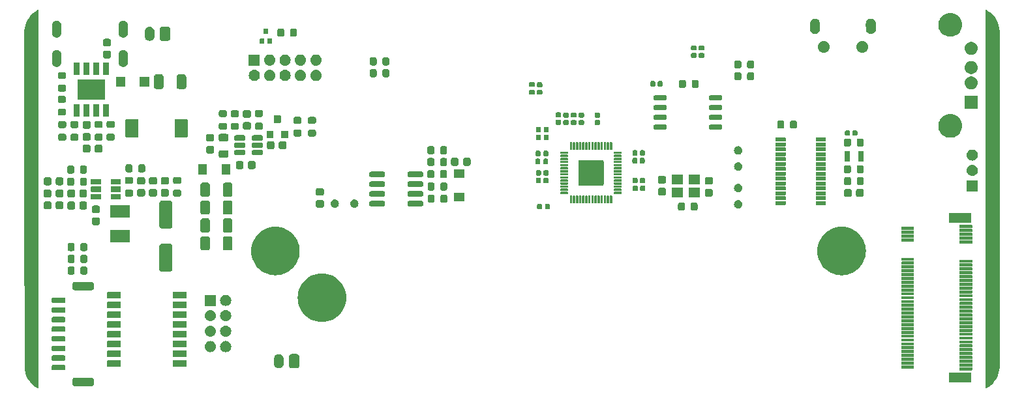
<source format=gbs>
G04 #@! TF.GenerationSoftware,KiCad,Pcbnew,8.0.0-rc1*
G04 #@! TF.CreationDate,2025-03-22T13:15:10+03:00*
G04 #@! TF.ProjectId,Movita_CM4_CT_Router_V1.0,4d6f7669-7461-45f4-934d-345f43545f52,REV1*
G04 #@! TF.SameCoordinates,Original*
G04 #@! TF.FileFunction,Soldermask,Bot*
G04 #@! TF.FilePolarity,Negative*
%FSLAX46Y46*%
G04 Gerber Fmt 4.6, Leading zero omitted, Abs format (unit mm)*
G04 Created by KiCad (PCBNEW 8.0.0-rc1) date 2025-03-22 13:15:10*
%MOMM*%
%LPD*%
G01*
G04 APERTURE LIST*
G04 APERTURE END LIST*
G36*
X233980519Y-82867534D02*
G01*
X234058619Y-82905288D01*
X234061300Y-82906775D01*
X234375808Y-83105047D01*
X234378297Y-83106819D01*
X234668638Y-83339064D01*
X234670925Y-83341115D01*
X234933417Y-83604390D01*
X234935473Y-83606697D01*
X235166831Y-83897699D01*
X235168616Y-83900223D01*
X235365938Y-84215300D01*
X235367423Y-84217996D01*
X235528233Y-84553201D01*
X235529410Y-84556055D01*
X235651676Y-84907149D01*
X235652522Y-84910100D01*
X235734712Y-85272698D01*
X235735219Y-85275711D01*
X235776312Y-85645374D01*
X235776479Y-85648095D01*
X235778658Y-85834053D01*
X235778658Y-85834121D01*
X235778659Y-85834126D01*
X235778659Y-85834185D01*
X235778560Y-129163853D01*
X235778555Y-129164375D01*
X235775767Y-129350197D01*
X235775592Y-129352913D01*
X235733400Y-129722412D01*
X235732877Y-129725463D01*
X235649609Y-130087780D01*
X235648747Y-130090755D01*
X235525437Y-130441467D01*
X235524253Y-130444316D01*
X235362447Y-130779024D01*
X235360957Y-130781711D01*
X235162681Y-131096215D01*
X235160894Y-131098725D01*
X234928670Y-131389030D01*
X234926617Y-131391320D01*
X234663335Y-131653810D01*
X234661038Y-131655857D01*
X234370015Y-131887226D01*
X234367514Y-131888994D01*
X234052416Y-132086322D01*
X234049729Y-132087802D01*
X233984000Y-132119333D01*
X233973337Y-132119916D01*
X233969388Y-132116375D01*
X233968767Y-132113645D01*
X233968767Y-82878774D01*
X233972853Y-82868909D01*
X233977719Y-82866893D01*
X233980519Y-82867534D01*
G37*
G36*
X110978134Y-82873902D02*
G01*
X110978767Y-82876672D01*
X110978767Y-132107799D01*
X110974680Y-132117664D01*
X110969796Y-132119687D01*
X110967029Y-132119056D01*
X110895860Y-132084782D01*
X110893163Y-132083292D01*
X110577904Y-131885198D01*
X110575392Y-131883416D01*
X110284318Y-131651289D01*
X110282004Y-131649221D01*
X110018741Y-131385954D01*
X110016692Y-131383661D01*
X109784550Y-131092562D01*
X109782777Y-131090063D01*
X109584685Y-130774797D01*
X109583199Y-130772109D01*
X109421659Y-130436663D01*
X109420478Y-130433811D01*
X109297509Y-130082381D01*
X109296659Y-130079429D01*
X109213808Y-129716430D01*
X109213293Y-129713402D01*
X109212995Y-129710772D01*
X109212822Y-129707749D01*
X109168766Y-107577650D01*
X109168766Y-85834371D01*
X109168769Y-85834006D01*
X109171380Y-85647798D01*
X109171550Y-85645100D01*
X109213254Y-85274975D01*
X109213770Y-85271942D01*
X109296621Y-84908944D01*
X109297473Y-84905987D01*
X109420447Y-84554547D01*
X109421619Y-84551718D01*
X109583165Y-84216266D01*
X109584656Y-84213569D01*
X109782748Y-83898305D01*
X109784528Y-83895795D01*
X110016666Y-83604702D01*
X110018715Y-83602409D01*
X110281982Y-83339140D01*
X110284285Y-83337082D01*
X110575385Y-83104935D01*
X110577886Y-83103161D01*
X110893149Y-82905066D01*
X110895830Y-82903584D01*
X110963535Y-82870978D01*
X110974193Y-82870380D01*
X110978134Y-82873902D01*
G37*
G36*
X117960944Y-130704449D02*
G01*
X117965675Y-130706538D01*
X117968841Y-130706955D01*
X118008472Y-130725435D01*
X118062136Y-130749130D01*
X118140354Y-130827348D01*
X118164058Y-130881033D01*
X118182528Y-130920642D01*
X118182944Y-130923805D01*
X118185035Y-130928540D01*
X118193030Y-130997454D01*
X118193030Y-131497454D01*
X118185035Y-131566368D01*
X118182944Y-131571102D01*
X118182528Y-131574265D01*
X118164066Y-131613856D01*
X118140354Y-131667560D01*
X118062136Y-131745778D01*
X118008432Y-131769490D01*
X117968841Y-131787952D01*
X117965678Y-131788368D01*
X117960944Y-131790459D01*
X117892030Y-131798454D01*
X115692030Y-131798454D01*
X115623116Y-131790459D01*
X115618381Y-131788368D01*
X115615218Y-131787952D01*
X115575609Y-131769482D01*
X115521924Y-131745778D01*
X115443706Y-131667560D01*
X115420011Y-131613896D01*
X115401531Y-131574265D01*
X115401114Y-131571099D01*
X115399025Y-131566368D01*
X115391030Y-131497454D01*
X115391030Y-130997454D01*
X115399025Y-130928540D01*
X115401114Y-130923808D01*
X115401531Y-130920642D01*
X115420019Y-130880992D01*
X115443706Y-130827348D01*
X115521924Y-130749130D01*
X115575568Y-130725443D01*
X115615218Y-130706955D01*
X115618384Y-130706538D01*
X115623116Y-130704449D01*
X115692030Y-130696454D01*
X117892030Y-130696454D01*
X117960944Y-130704449D01*
G37*
G36*
X232003284Y-130017072D02*
G01*
X232019829Y-130028128D01*
X232030885Y-130044673D01*
X232034767Y-130064190D01*
X232034767Y-131264190D01*
X232030885Y-131283707D01*
X232019829Y-131300252D01*
X232003284Y-131311308D01*
X231983767Y-131315190D01*
X229233767Y-131315190D01*
X229214250Y-131311308D01*
X229197705Y-131300252D01*
X229186649Y-131283707D01*
X229182767Y-131264190D01*
X229182767Y-130064190D01*
X229186649Y-130044673D01*
X229197705Y-130028128D01*
X229214250Y-130017072D01*
X229233767Y-130013190D01*
X231983767Y-130013190D01*
X232003284Y-130017072D01*
G37*
G36*
X232178284Y-129367072D02*
G01*
X232194829Y-129378128D01*
X232205885Y-129394673D01*
X232209767Y-129414190D01*
X232209767Y-129714190D01*
X232205885Y-129733707D01*
X232194829Y-129750252D01*
X232178284Y-129761308D01*
X232158767Y-129765190D01*
X230608767Y-129765190D01*
X230589250Y-129761308D01*
X230572705Y-129750252D01*
X230561649Y-129733707D01*
X230557767Y-129714190D01*
X230557767Y-129414190D01*
X230561649Y-129394673D01*
X230572705Y-129378128D01*
X230589250Y-129367072D01*
X230608767Y-129363190D01*
X232158767Y-129363190D01*
X232178284Y-129367072D01*
G37*
G36*
X114368949Y-129061754D02*
G01*
X114434158Y-129105326D01*
X114477730Y-129170535D01*
X114493030Y-129247454D01*
X114493030Y-129547454D01*
X114477730Y-129624373D01*
X114434158Y-129689582D01*
X114368949Y-129733154D01*
X114292030Y-129748454D01*
X112892030Y-129748454D01*
X112815111Y-129733154D01*
X112749902Y-129689582D01*
X112706330Y-129624373D01*
X112691030Y-129547454D01*
X112691030Y-129247454D01*
X112706330Y-129170535D01*
X112749902Y-129105326D01*
X112815111Y-129061754D01*
X112892030Y-129046454D01*
X114292030Y-129046454D01*
X114368949Y-129061754D01*
G37*
G36*
X224628284Y-129117072D02*
G01*
X224644829Y-129128128D01*
X224655885Y-129144673D01*
X224659767Y-129164190D01*
X224659767Y-129464190D01*
X224655885Y-129483707D01*
X224644829Y-129500252D01*
X224628284Y-129511308D01*
X224608767Y-129515190D01*
X223058767Y-129515190D01*
X223039250Y-129511308D01*
X223022705Y-129500252D01*
X223011649Y-129483707D01*
X223007767Y-129464190D01*
X223007767Y-129164190D01*
X223011649Y-129144673D01*
X223022705Y-129128128D01*
X223039250Y-129117072D01*
X223058767Y-129113190D01*
X224608767Y-129113190D01*
X224628284Y-129117072D01*
G37*
G36*
X144610944Y-127644449D02*
G01*
X144615675Y-127646538D01*
X144618841Y-127646955D01*
X144658472Y-127665435D01*
X144712136Y-127689130D01*
X144790354Y-127767348D01*
X144814058Y-127821033D01*
X144832528Y-127860642D01*
X144832944Y-127863805D01*
X144835035Y-127868540D01*
X144843030Y-127937454D01*
X144843030Y-129187454D01*
X144835035Y-129256368D01*
X144832944Y-129261102D01*
X144832528Y-129264265D01*
X144814066Y-129303856D01*
X144790354Y-129357560D01*
X144712136Y-129435778D01*
X144658432Y-129459490D01*
X144618841Y-129477952D01*
X144615678Y-129478368D01*
X144610944Y-129480459D01*
X144542030Y-129488454D01*
X143842030Y-129488454D01*
X143773116Y-129480459D01*
X143768381Y-129478368D01*
X143765218Y-129477952D01*
X143725609Y-129459482D01*
X143671924Y-129435778D01*
X143593706Y-129357560D01*
X143570011Y-129303896D01*
X143551531Y-129264265D01*
X143551114Y-129261099D01*
X143549025Y-129256368D01*
X143541030Y-129187454D01*
X143541030Y-127937454D01*
X143549025Y-127868540D01*
X143551114Y-127863808D01*
X143551531Y-127860642D01*
X143570019Y-127820992D01*
X143593706Y-127767348D01*
X143671924Y-127689130D01*
X143725568Y-127665443D01*
X143765218Y-127646955D01*
X143768384Y-127646538D01*
X143773116Y-127644449D01*
X143842030Y-127636454D01*
X144542030Y-127636454D01*
X144610944Y-127644449D01*
G37*
G36*
X142381005Y-127664486D02*
G01*
X142498909Y-127713323D01*
X142605020Y-127784224D01*
X142695260Y-127874464D01*
X142766161Y-127980575D01*
X142814998Y-128098479D01*
X142839895Y-128223645D01*
X142843030Y-128837454D01*
X142839895Y-128901263D01*
X142814998Y-129026429D01*
X142766161Y-129144333D01*
X142695260Y-129250444D01*
X142605020Y-129340684D01*
X142498909Y-129411585D01*
X142381005Y-129460422D01*
X142255839Y-129485319D01*
X142128221Y-129485319D01*
X142003055Y-129460422D01*
X141885151Y-129411585D01*
X141779040Y-129340684D01*
X141688800Y-129250444D01*
X141617899Y-129144333D01*
X141569062Y-129026429D01*
X141544165Y-128901263D01*
X141541030Y-128287454D01*
X141544165Y-128223645D01*
X141569062Y-128098479D01*
X141617899Y-127980575D01*
X141688800Y-127874464D01*
X141779040Y-127784224D01*
X141885151Y-127713323D01*
X142003055Y-127664486D01*
X142128221Y-127639589D01*
X142255839Y-127639589D01*
X142381005Y-127664486D01*
G37*
G36*
X121656547Y-128465336D02*
G01*
X121673092Y-128476392D01*
X121684148Y-128492937D01*
X121688030Y-128512454D01*
X121688030Y-129272454D01*
X121684148Y-129291971D01*
X121673092Y-129308516D01*
X121656547Y-129319572D01*
X121637030Y-129323454D01*
X119967030Y-129323454D01*
X119947513Y-129319572D01*
X119930968Y-129308516D01*
X119919912Y-129291971D01*
X119916030Y-129272454D01*
X119916030Y-128512454D01*
X119919912Y-128492937D01*
X119930968Y-128476392D01*
X119947513Y-128465336D01*
X119967030Y-128461454D01*
X121637030Y-128461454D01*
X121656547Y-128465336D01*
G37*
G36*
X130186547Y-128465336D02*
G01*
X130203092Y-128476392D01*
X130214148Y-128492937D01*
X130218030Y-128512454D01*
X130218030Y-129272454D01*
X130214148Y-129291971D01*
X130203092Y-129308516D01*
X130186547Y-129319572D01*
X130167030Y-129323454D01*
X128497030Y-129323454D01*
X128477513Y-129319572D01*
X128460968Y-129308516D01*
X128449912Y-129291971D01*
X128446030Y-129272454D01*
X128446030Y-128512454D01*
X128449912Y-128492937D01*
X128460968Y-128476392D01*
X128477513Y-128465336D01*
X128497030Y-128461454D01*
X130167030Y-128461454D01*
X130186547Y-128465336D01*
G37*
G36*
X232178284Y-128867072D02*
G01*
X232194829Y-128878128D01*
X232205885Y-128894673D01*
X232209767Y-128914190D01*
X232209767Y-129214190D01*
X232205885Y-129233707D01*
X232194829Y-129250252D01*
X232178284Y-129261308D01*
X232158767Y-129265190D01*
X230608767Y-129265190D01*
X230589250Y-129261308D01*
X230572705Y-129250252D01*
X230561649Y-129233707D01*
X230557767Y-129214190D01*
X230557767Y-128914190D01*
X230561649Y-128894673D01*
X230572705Y-128878128D01*
X230589250Y-128867072D01*
X230608767Y-128863190D01*
X232158767Y-128863190D01*
X232178284Y-128867072D01*
G37*
G36*
X224628284Y-128617072D02*
G01*
X224644829Y-128628128D01*
X224655885Y-128644673D01*
X224659767Y-128664190D01*
X224659767Y-128964190D01*
X224655885Y-128983707D01*
X224644829Y-129000252D01*
X224628284Y-129011308D01*
X224608767Y-129015190D01*
X223058767Y-129015190D01*
X223039250Y-129011308D01*
X223022705Y-129000252D01*
X223011649Y-128983707D01*
X223007767Y-128964190D01*
X223007767Y-128664190D01*
X223011649Y-128644673D01*
X223022705Y-128628128D01*
X223039250Y-128617072D01*
X223058767Y-128613190D01*
X224608767Y-128613190D01*
X224628284Y-128617072D01*
G37*
G36*
X232178284Y-128367072D02*
G01*
X232194829Y-128378128D01*
X232205885Y-128394673D01*
X232209767Y-128414190D01*
X232209767Y-128714190D01*
X232205885Y-128733707D01*
X232194829Y-128750252D01*
X232178284Y-128761308D01*
X232158767Y-128765190D01*
X230608767Y-128765190D01*
X230589250Y-128761308D01*
X230572705Y-128750252D01*
X230561649Y-128733707D01*
X230557767Y-128714190D01*
X230557767Y-128414190D01*
X230561649Y-128394673D01*
X230572705Y-128378128D01*
X230589250Y-128367072D01*
X230608767Y-128363190D01*
X232158767Y-128363190D01*
X232178284Y-128367072D01*
G37*
G36*
X224628284Y-128117072D02*
G01*
X224644829Y-128128128D01*
X224655885Y-128144673D01*
X224659767Y-128164190D01*
X224659767Y-128464190D01*
X224655885Y-128483707D01*
X224644829Y-128500252D01*
X224628284Y-128511308D01*
X224608767Y-128515190D01*
X223058767Y-128515190D01*
X223039250Y-128511308D01*
X223022705Y-128500252D01*
X223011649Y-128483707D01*
X223007767Y-128464190D01*
X223007767Y-128164190D01*
X223011649Y-128144673D01*
X223022705Y-128128128D01*
X223039250Y-128117072D01*
X223058767Y-128113190D01*
X224608767Y-128113190D01*
X224628284Y-128117072D01*
G37*
G36*
X114368949Y-127811754D02*
G01*
X114434158Y-127855326D01*
X114477730Y-127920535D01*
X114493030Y-127997454D01*
X114493030Y-128297454D01*
X114477730Y-128374373D01*
X114434158Y-128439582D01*
X114368949Y-128483154D01*
X114292030Y-128498454D01*
X112892030Y-128498454D01*
X112815111Y-128483154D01*
X112749902Y-128439582D01*
X112706330Y-128374373D01*
X112691030Y-128297454D01*
X112691030Y-127997454D01*
X112706330Y-127920535D01*
X112749902Y-127855326D01*
X112815111Y-127811754D01*
X112892030Y-127796454D01*
X114292030Y-127796454D01*
X114368949Y-127811754D01*
G37*
G36*
X232178284Y-127867072D02*
G01*
X232194829Y-127878128D01*
X232205885Y-127894673D01*
X232209767Y-127914190D01*
X232209767Y-128214190D01*
X232205885Y-128233707D01*
X232194829Y-128250252D01*
X232178284Y-128261308D01*
X232158767Y-128265190D01*
X230608767Y-128265190D01*
X230589250Y-128261308D01*
X230572705Y-128250252D01*
X230561649Y-128233707D01*
X230557767Y-128214190D01*
X230557767Y-127914190D01*
X230561649Y-127894673D01*
X230572705Y-127878128D01*
X230589250Y-127867072D01*
X230608767Y-127863190D01*
X232158767Y-127863190D01*
X232178284Y-127867072D01*
G37*
G36*
X121656547Y-127195336D02*
G01*
X121673092Y-127206392D01*
X121684148Y-127222937D01*
X121688030Y-127242454D01*
X121688030Y-128002454D01*
X121684148Y-128021971D01*
X121673092Y-128038516D01*
X121656547Y-128049572D01*
X121637030Y-128053454D01*
X119967030Y-128053454D01*
X119947513Y-128049572D01*
X119930968Y-128038516D01*
X119919912Y-128021971D01*
X119916030Y-128002454D01*
X119916030Y-127242454D01*
X119919912Y-127222937D01*
X119930968Y-127206392D01*
X119947513Y-127195336D01*
X119967030Y-127191454D01*
X121637030Y-127191454D01*
X121656547Y-127195336D01*
G37*
G36*
X130186547Y-127195336D02*
G01*
X130203092Y-127206392D01*
X130214148Y-127222937D01*
X130218030Y-127242454D01*
X130218030Y-128002454D01*
X130214148Y-128021971D01*
X130203092Y-128038516D01*
X130186547Y-128049572D01*
X130167030Y-128053454D01*
X128497030Y-128053454D01*
X128477513Y-128049572D01*
X128460968Y-128038516D01*
X128449912Y-128021971D01*
X128446030Y-128002454D01*
X128446030Y-127242454D01*
X128449912Y-127222937D01*
X128460968Y-127206392D01*
X128477513Y-127195336D01*
X128497030Y-127191454D01*
X130167030Y-127191454D01*
X130186547Y-127195336D01*
G37*
G36*
X224628284Y-127617072D02*
G01*
X224644829Y-127628128D01*
X224655885Y-127644673D01*
X224659767Y-127664190D01*
X224659767Y-127964190D01*
X224655885Y-127983707D01*
X224644829Y-128000252D01*
X224628284Y-128011308D01*
X224608767Y-128015190D01*
X223058767Y-128015190D01*
X223039250Y-128011308D01*
X223022705Y-128000252D01*
X223011649Y-127983707D01*
X223007767Y-127964190D01*
X223007767Y-127664190D01*
X223011649Y-127644673D01*
X223022705Y-127628128D01*
X223039250Y-127617072D01*
X223058767Y-127613190D01*
X224608767Y-127613190D01*
X224628284Y-127617072D01*
G37*
G36*
X232178284Y-127367072D02*
G01*
X232194829Y-127378128D01*
X232205885Y-127394673D01*
X232209767Y-127414190D01*
X232209767Y-127714190D01*
X232205885Y-127733707D01*
X232194829Y-127750252D01*
X232178284Y-127761308D01*
X232158767Y-127765190D01*
X230608767Y-127765190D01*
X230589250Y-127761308D01*
X230572705Y-127750252D01*
X230561649Y-127733707D01*
X230557767Y-127714190D01*
X230557767Y-127414190D01*
X230561649Y-127394673D01*
X230572705Y-127378128D01*
X230589250Y-127367072D01*
X230608767Y-127363190D01*
X232158767Y-127363190D01*
X232178284Y-127367072D01*
G37*
G36*
X224628284Y-127117072D02*
G01*
X224644829Y-127128128D01*
X224655885Y-127144673D01*
X224659767Y-127164190D01*
X224659767Y-127464190D01*
X224655885Y-127483707D01*
X224644829Y-127500252D01*
X224628284Y-127511308D01*
X224608767Y-127515190D01*
X223058767Y-127515190D01*
X223039250Y-127511308D01*
X223022705Y-127500252D01*
X223011649Y-127483707D01*
X223007767Y-127464190D01*
X223007767Y-127164190D01*
X223011649Y-127144673D01*
X223022705Y-127128128D01*
X223039250Y-127117072D01*
X223058767Y-127113190D01*
X224608767Y-127113190D01*
X224628284Y-127117072D01*
G37*
G36*
X133463580Y-125954656D02*
G01*
X133617030Y-126008351D01*
X133754684Y-126094844D01*
X133869640Y-126209800D01*
X133956133Y-126347454D01*
X134009828Y-126500904D01*
X134028030Y-126662454D01*
X134009828Y-126824004D01*
X133956133Y-126977454D01*
X133869640Y-127115108D01*
X133754684Y-127230064D01*
X133617030Y-127316557D01*
X133463580Y-127370252D01*
X133302030Y-127388454D01*
X133140480Y-127370252D01*
X132987030Y-127316557D01*
X132849376Y-127230064D01*
X132734420Y-127115108D01*
X132647927Y-126977454D01*
X132594232Y-126824004D01*
X132576030Y-126662454D01*
X132594232Y-126500904D01*
X132647927Y-126347454D01*
X132734420Y-126209800D01*
X132849376Y-126094844D01*
X132987030Y-126008351D01*
X133140480Y-125954656D01*
X133302030Y-125936454D01*
X133463580Y-125954656D01*
G37*
G36*
X135463580Y-125954656D02*
G01*
X135617030Y-126008351D01*
X135754684Y-126094844D01*
X135869640Y-126209800D01*
X135956133Y-126347454D01*
X136009828Y-126500904D01*
X136028030Y-126662454D01*
X136009828Y-126824004D01*
X135956133Y-126977454D01*
X135869640Y-127115108D01*
X135754684Y-127230064D01*
X135617030Y-127316557D01*
X135463580Y-127370252D01*
X135302030Y-127388454D01*
X135140480Y-127370252D01*
X134987030Y-127316557D01*
X134849376Y-127230064D01*
X134734420Y-127115108D01*
X134647927Y-126977454D01*
X134594232Y-126824004D01*
X134576030Y-126662454D01*
X134594232Y-126500904D01*
X134647927Y-126347454D01*
X134734420Y-126209800D01*
X134849376Y-126094844D01*
X134987030Y-126008351D01*
X135140480Y-125954656D01*
X135302030Y-125936454D01*
X135463580Y-125954656D01*
G37*
G36*
X232178284Y-126867072D02*
G01*
X232194829Y-126878128D01*
X232205885Y-126894673D01*
X232209767Y-126914190D01*
X232209767Y-127214190D01*
X232205885Y-127233707D01*
X232194829Y-127250252D01*
X232178284Y-127261308D01*
X232158767Y-127265190D01*
X230608767Y-127265190D01*
X230589250Y-127261308D01*
X230572705Y-127250252D01*
X230561649Y-127233707D01*
X230557767Y-127214190D01*
X230557767Y-126914190D01*
X230561649Y-126894673D01*
X230572705Y-126878128D01*
X230589250Y-126867072D01*
X230608767Y-126863190D01*
X232158767Y-126863190D01*
X232178284Y-126867072D01*
G37*
G36*
X114368949Y-126561754D02*
G01*
X114434158Y-126605326D01*
X114477730Y-126670535D01*
X114493030Y-126747454D01*
X114493030Y-127047454D01*
X114477730Y-127124373D01*
X114434158Y-127189582D01*
X114368949Y-127233154D01*
X114292030Y-127248454D01*
X112892030Y-127248454D01*
X112815111Y-127233154D01*
X112749902Y-127189582D01*
X112706330Y-127124373D01*
X112691030Y-127047454D01*
X112691030Y-126747454D01*
X112706330Y-126670535D01*
X112749902Y-126605326D01*
X112815111Y-126561754D01*
X112892030Y-126546454D01*
X114292030Y-126546454D01*
X114368949Y-126561754D01*
G37*
G36*
X224628284Y-126617072D02*
G01*
X224644829Y-126628128D01*
X224655885Y-126644673D01*
X224659767Y-126664190D01*
X224659767Y-126964190D01*
X224655885Y-126983707D01*
X224644829Y-127000252D01*
X224628284Y-127011308D01*
X224608767Y-127015190D01*
X223058767Y-127015190D01*
X223039250Y-127011308D01*
X223022705Y-127000252D01*
X223011649Y-126983707D01*
X223007767Y-126964190D01*
X223007767Y-126664190D01*
X223011649Y-126644673D01*
X223022705Y-126628128D01*
X223039250Y-126617072D01*
X223058767Y-126613190D01*
X224608767Y-126613190D01*
X224628284Y-126617072D01*
G37*
G36*
X121656547Y-125925336D02*
G01*
X121673092Y-125936392D01*
X121684148Y-125952937D01*
X121688030Y-125972454D01*
X121688030Y-126732454D01*
X121684148Y-126751971D01*
X121673092Y-126768516D01*
X121656547Y-126779572D01*
X121637030Y-126783454D01*
X119967030Y-126783454D01*
X119947513Y-126779572D01*
X119930968Y-126768516D01*
X119919912Y-126751971D01*
X119916030Y-126732454D01*
X119916030Y-125972454D01*
X119919912Y-125952937D01*
X119930968Y-125936392D01*
X119947513Y-125925336D01*
X119967030Y-125921454D01*
X121637030Y-125921454D01*
X121656547Y-125925336D01*
G37*
G36*
X130186547Y-125925336D02*
G01*
X130203092Y-125936392D01*
X130214148Y-125952937D01*
X130218030Y-125972454D01*
X130218030Y-126732454D01*
X130214148Y-126751971D01*
X130203092Y-126768516D01*
X130186547Y-126779572D01*
X130167030Y-126783454D01*
X128497030Y-126783454D01*
X128477513Y-126779572D01*
X128460968Y-126768516D01*
X128449912Y-126751971D01*
X128446030Y-126732454D01*
X128446030Y-125972454D01*
X128449912Y-125952937D01*
X128460968Y-125936392D01*
X128477513Y-125925336D01*
X128497030Y-125921454D01*
X130167030Y-125921454D01*
X130186547Y-125925336D01*
G37*
G36*
X232178284Y-126367072D02*
G01*
X232194829Y-126378128D01*
X232205885Y-126394673D01*
X232209767Y-126414190D01*
X232209767Y-126714190D01*
X232205885Y-126733707D01*
X232194829Y-126750252D01*
X232178284Y-126761308D01*
X232158767Y-126765190D01*
X230608767Y-126765190D01*
X230589250Y-126761308D01*
X230572705Y-126750252D01*
X230561649Y-126733707D01*
X230557767Y-126714190D01*
X230557767Y-126414190D01*
X230561649Y-126394673D01*
X230572705Y-126378128D01*
X230589250Y-126367072D01*
X230608767Y-126363190D01*
X232158767Y-126363190D01*
X232178284Y-126367072D01*
G37*
G36*
X224628284Y-126117072D02*
G01*
X224644829Y-126128128D01*
X224655885Y-126144673D01*
X224659767Y-126164190D01*
X224659767Y-126464190D01*
X224655885Y-126483707D01*
X224644829Y-126500252D01*
X224628284Y-126511308D01*
X224608767Y-126515190D01*
X223058767Y-126515190D01*
X223039250Y-126511308D01*
X223022705Y-126500252D01*
X223011649Y-126483707D01*
X223007767Y-126464190D01*
X223007767Y-126164190D01*
X223011649Y-126144673D01*
X223022705Y-126128128D01*
X223039250Y-126117072D01*
X223058767Y-126113190D01*
X224608767Y-126113190D01*
X224628284Y-126117072D01*
G37*
G36*
X232178284Y-125867072D02*
G01*
X232194829Y-125878128D01*
X232205885Y-125894673D01*
X232209767Y-125914190D01*
X232209767Y-126214190D01*
X232205885Y-126233707D01*
X232194829Y-126250252D01*
X232178284Y-126261308D01*
X232158767Y-126265190D01*
X230608767Y-126265190D01*
X230589250Y-126261308D01*
X230572705Y-126250252D01*
X230561649Y-126233707D01*
X230557767Y-126214190D01*
X230557767Y-125914190D01*
X230561649Y-125894673D01*
X230572705Y-125878128D01*
X230589250Y-125867072D01*
X230608767Y-125863190D01*
X232158767Y-125863190D01*
X232178284Y-125867072D01*
G37*
G36*
X224628284Y-125617072D02*
G01*
X224644829Y-125628128D01*
X224655885Y-125644673D01*
X224659767Y-125664190D01*
X224659767Y-125964190D01*
X224655885Y-125983707D01*
X224644829Y-126000252D01*
X224628284Y-126011308D01*
X224608767Y-126015190D01*
X223058767Y-126015190D01*
X223039250Y-126011308D01*
X223022705Y-126000252D01*
X223011649Y-125983707D01*
X223007767Y-125964190D01*
X223007767Y-125664190D01*
X223011649Y-125644673D01*
X223022705Y-125628128D01*
X223039250Y-125617072D01*
X223058767Y-125613190D01*
X224608767Y-125613190D01*
X224628284Y-125617072D01*
G37*
G36*
X114368949Y-125311754D02*
G01*
X114434158Y-125355326D01*
X114477730Y-125420535D01*
X114493030Y-125497454D01*
X114493030Y-125797454D01*
X114477730Y-125874373D01*
X114434158Y-125939582D01*
X114368949Y-125983154D01*
X114292030Y-125998454D01*
X112892030Y-125998454D01*
X112815111Y-125983154D01*
X112749902Y-125939582D01*
X112706330Y-125874373D01*
X112691030Y-125797454D01*
X112691030Y-125497454D01*
X112706330Y-125420535D01*
X112749902Y-125355326D01*
X112815111Y-125311754D01*
X112892030Y-125296454D01*
X114292030Y-125296454D01*
X114368949Y-125311754D01*
G37*
G36*
X232178284Y-125367072D02*
G01*
X232194829Y-125378128D01*
X232205885Y-125394673D01*
X232209767Y-125414190D01*
X232209767Y-125714190D01*
X232205885Y-125733707D01*
X232194829Y-125750252D01*
X232178284Y-125761308D01*
X232158767Y-125765190D01*
X230608767Y-125765190D01*
X230589250Y-125761308D01*
X230572705Y-125750252D01*
X230561649Y-125733707D01*
X230557767Y-125714190D01*
X230557767Y-125414190D01*
X230561649Y-125394673D01*
X230572705Y-125378128D01*
X230589250Y-125367072D01*
X230608767Y-125363190D01*
X232158767Y-125363190D01*
X232178284Y-125367072D01*
G37*
G36*
X224628284Y-125117072D02*
G01*
X224644829Y-125128128D01*
X224655885Y-125144673D01*
X224659767Y-125164190D01*
X224659767Y-125464190D01*
X224655885Y-125483707D01*
X224644829Y-125500252D01*
X224628284Y-125511308D01*
X224608767Y-125515190D01*
X223058767Y-125515190D01*
X223039250Y-125511308D01*
X223022705Y-125500252D01*
X223011649Y-125483707D01*
X223007767Y-125464190D01*
X223007767Y-125164190D01*
X223011649Y-125144673D01*
X223022705Y-125128128D01*
X223039250Y-125117072D01*
X223058767Y-125113190D01*
X224608767Y-125113190D01*
X224628284Y-125117072D01*
G37*
G36*
X121656547Y-124655336D02*
G01*
X121673092Y-124666392D01*
X121684148Y-124682937D01*
X121688030Y-124702454D01*
X121688030Y-125462454D01*
X121684148Y-125481971D01*
X121673092Y-125498516D01*
X121656547Y-125509572D01*
X121637030Y-125513454D01*
X119967030Y-125513454D01*
X119947513Y-125509572D01*
X119930968Y-125498516D01*
X119919912Y-125481971D01*
X119916030Y-125462454D01*
X119916030Y-124702454D01*
X119919912Y-124682937D01*
X119930968Y-124666392D01*
X119947513Y-124655336D01*
X119967030Y-124651454D01*
X121637030Y-124651454D01*
X121656547Y-124655336D01*
G37*
G36*
X130186547Y-124655336D02*
G01*
X130203092Y-124666392D01*
X130214148Y-124682937D01*
X130218030Y-124702454D01*
X130218030Y-125462454D01*
X130214148Y-125481971D01*
X130203092Y-125498516D01*
X130186547Y-125509572D01*
X130167030Y-125513454D01*
X128497030Y-125513454D01*
X128477513Y-125509572D01*
X128460968Y-125498516D01*
X128449912Y-125481971D01*
X128446030Y-125462454D01*
X128446030Y-124702454D01*
X128449912Y-124682937D01*
X128460968Y-124666392D01*
X128477513Y-124655336D01*
X128497030Y-124651454D01*
X130167030Y-124651454D01*
X130186547Y-124655336D01*
G37*
G36*
X133463580Y-123954656D02*
G01*
X133617030Y-124008351D01*
X133754684Y-124094844D01*
X133869640Y-124209800D01*
X133956133Y-124347454D01*
X134009828Y-124500904D01*
X134028030Y-124662454D01*
X134009828Y-124824004D01*
X133956133Y-124977454D01*
X133869640Y-125115108D01*
X133754684Y-125230064D01*
X133617030Y-125316557D01*
X133463580Y-125370252D01*
X133302030Y-125388454D01*
X133140480Y-125370252D01*
X132987030Y-125316557D01*
X132849376Y-125230064D01*
X132734420Y-125115108D01*
X132647927Y-124977454D01*
X132594232Y-124824004D01*
X132576030Y-124662454D01*
X132594232Y-124500904D01*
X132647927Y-124347454D01*
X132734420Y-124209800D01*
X132849376Y-124094844D01*
X132987030Y-124008351D01*
X133140480Y-123954656D01*
X133302030Y-123936454D01*
X133463580Y-123954656D01*
G37*
G36*
X135463580Y-123954656D02*
G01*
X135617030Y-124008351D01*
X135754684Y-124094844D01*
X135869640Y-124209800D01*
X135956133Y-124347454D01*
X136009828Y-124500904D01*
X136028030Y-124662454D01*
X136009828Y-124824004D01*
X135956133Y-124977454D01*
X135869640Y-125115108D01*
X135754684Y-125230064D01*
X135617030Y-125316557D01*
X135463580Y-125370252D01*
X135302030Y-125388454D01*
X135140480Y-125370252D01*
X134987030Y-125316557D01*
X134849376Y-125230064D01*
X134734420Y-125115108D01*
X134647927Y-124977454D01*
X134594232Y-124824004D01*
X134576030Y-124662454D01*
X134594232Y-124500904D01*
X134647927Y-124347454D01*
X134734420Y-124209800D01*
X134849376Y-124094844D01*
X134987030Y-124008351D01*
X135140480Y-123954656D01*
X135302030Y-123936454D01*
X135463580Y-123954656D01*
G37*
G36*
X232178284Y-124867072D02*
G01*
X232194829Y-124878128D01*
X232205885Y-124894673D01*
X232209767Y-124914190D01*
X232209767Y-125214190D01*
X232205885Y-125233707D01*
X232194829Y-125250252D01*
X232178284Y-125261308D01*
X232158767Y-125265190D01*
X230608767Y-125265190D01*
X230589250Y-125261308D01*
X230572705Y-125250252D01*
X230561649Y-125233707D01*
X230557767Y-125214190D01*
X230557767Y-124914190D01*
X230561649Y-124894673D01*
X230572705Y-124878128D01*
X230589250Y-124867072D01*
X230608767Y-124863190D01*
X232158767Y-124863190D01*
X232178284Y-124867072D01*
G37*
G36*
X224628284Y-124617072D02*
G01*
X224644829Y-124628128D01*
X224655885Y-124644673D01*
X224659767Y-124664190D01*
X224659767Y-124964190D01*
X224655885Y-124983707D01*
X224644829Y-125000252D01*
X224628284Y-125011308D01*
X224608767Y-125015190D01*
X223058767Y-125015190D01*
X223039250Y-125011308D01*
X223022705Y-125000252D01*
X223011649Y-124983707D01*
X223007767Y-124964190D01*
X223007767Y-124664190D01*
X223011649Y-124644673D01*
X223022705Y-124628128D01*
X223039250Y-124617072D01*
X223058767Y-124613190D01*
X224608767Y-124613190D01*
X224628284Y-124617072D01*
G37*
G36*
X232178284Y-124367072D02*
G01*
X232194829Y-124378128D01*
X232205885Y-124394673D01*
X232209767Y-124414190D01*
X232209767Y-124714190D01*
X232205885Y-124733707D01*
X232194829Y-124750252D01*
X232178284Y-124761308D01*
X232158767Y-124765190D01*
X230608767Y-124765190D01*
X230589250Y-124761308D01*
X230572705Y-124750252D01*
X230561649Y-124733707D01*
X230557767Y-124714190D01*
X230557767Y-124414190D01*
X230561649Y-124394673D01*
X230572705Y-124378128D01*
X230589250Y-124367072D01*
X230608767Y-124363190D01*
X232158767Y-124363190D01*
X232178284Y-124367072D01*
G37*
G36*
X114368949Y-124061754D02*
G01*
X114434158Y-124105326D01*
X114477730Y-124170535D01*
X114493030Y-124247454D01*
X114493030Y-124547454D01*
X114477730Y-124624373D01*
X114434158Y-124689582D01*
X114368949Y-124733154D01*
X114292030Y-124748454D01*
X112892030Y-124748454D01*
X112815111Y-124733154D01*
X112749902Y-124689582D01*
X112706330Y-124624373D01*
X112691030Y-124547454D01*
X112691030Y-124247454D01*
X112706330Y-124170535D01*
X112749902Y-124105326D01*
X112815111Y-124061754D01*
X112892030Y-124046454D01*
X114292030Y-124046454D01*
X114368949Y-124061754D01*
G37*
G36*
X224628284Y-124117072D02*
G01*
X224644829Y-124128128D01*
X224655885Y-124144673D01*
X224659767Y-124164190D01*
X224659767Y-124464190D01*
X224655885Y-124483707D01*
X224644829Y-124500252D01*
X224628284Y-124511308D01*
X224608767Y-124515190D01*
X223058767Y-124515190D01*
X223039250Y-124511308D01*
X223022705Y-124500252D01*
X223011649Y-124483707D01*
X223007767Y-124464190D01*
X223007767Y-124164190D01*
X223011649Y-124144673D01*
X223022705Y-124128128D01*
X223039250Y-124117072D01*
X223058767Y-124113190D01*
X224608767Y-124113190D01*
X224628284Y-124117072D01*
G37*
G36*
X232178284Y-123867072D02*
G01*
X232194829Y-123878128D01*
X232205885Y-123894673D01*
X232209767Y-123914190D01*
X232209767Y-124214190D01*
X232205885Y-124233707D01*
X232194829Y-124250252D01*
X232178284Y-124261308D01*
X232158767Y-124265190D01*
X230608767Y-124265190D01*
X230589250Y-124261308D01*
X230572705Y-124250252D01*
X230561649Y-124233707D01*
X230557767Y-124214190D01*
X230557767Y-123914190D01*
X230561649Y-123894673D01*
X230572705Y-123878128D01*
X230589250Y-123867072D01*
X230608767Y-123863190D01*
X232158767Y-123863190D01*
X232178284Y-123867072D01*
G37*
G36*
X121656547Y-123385336D02*
G01*
X121673092Y-123396392D01*
X121684148Y-123412937D01*
X121688030Y-123432454D01*
X121688030Y-124192454D01*
X121684148Y-124211971D01*
X121673092Y-124228516D01*
X121656547Y-124239572D01*
X121637030Y-124243454D01*
X119967030Y-124243454D01*
X119947513Y-124239572D01*
X119930968Y-124228516D01*
X119919912Y-124211971D01*
X119916030Y-124192454D01*
X119916030Y-123432454D01*
X119919912Y-123412937D01*
X119930968Y-123396392D01*
X119947513Y-123385336D01*
X119967030Y-123381454D01*
X121637030Y-123381454D01*
X121656547Y-123385336D01*
G37*
G36*
X130186547Y-123385336D02*
G01*
X130203092Y-123396392D01*
X130214148Y-123412937D01*
X130218030Y-123432454D01*
X130218030Y-124192454D01*
X130214148Y-124211971D01*
X130203092Y-124228516D01*
X130186547Y-124239572D01*
X130167030Y-124243454D01*
X128497030Y-124243454D01*
X128477513Y-124239572D01*
X128460968Y-124228516D01*
X128449912Y-124211971D01*
X128446030Y-124192454D01*
X128446030Y-123432454D01*
X128449912Y-123412937D01*
X128460968Y-123396392D01*
X128477513Y-123385336D01*
X128497030Y-123381454D01*
X130167030Y-123381454D01*
X130186547Y-123385336D01*
G37*
G36*
X224628284Y-123617072D02*
G01*
X224644829Y-123628128D01*
X224655885Y-123644673D01*
X224659767Y-123664190D01*
X224659767Y-123964190D01*
X224655885Y-123983707D01*
X224644829Y-124000252D01*
X224628284Y-124011308D01*
X224608767Y-124015190D01*
X223058767Y-124015190D01*
X223039250Y-124011308D01*
X223022705Y-124000252D01*
X223011649Y-123983707D01*
X223007767Y-123964190D01*
X223007767Y-123664190D01*
X223011649Y-123644673D01*
X223022705Y-123628128D01*
X223039250Y-123617072D01*
X223058767Y-123613190D01*
X224608767Y-123613190D01*
X224628284Y-123617072D01*
G37*
G36*
X232178284Y-123367072D02*
G01*
X232194829Y-123378128D01*
X232205885Y-123394673D01*
X232209767Y-123414190D01*
X232209767Y-123714190D01*
X232205885Y-123733707D01*
X232194829Y-123750252D01*
X232178284Y-123761308D01*
X232158767Y-123765190D01*
X230608767Y-123765190D01*
X230589250Y-123761308D01*
X230572705Y-123750252D01*
X230561649Y-123733707D01*
X230557767Y-123714190D01*
X230557767Y-123414190D01*
X230561649Y-123394673D01*
X230572705Y-123378128D01*
X230589250Y-123367072D01*
X230608767Y-123363190D01*
X232158767Y-123363190D01*
X232178284Y-123367072D01*
G37*
G36*
X224628284Y-123117072D02*
G01*
X224644829Y-123128128D01*
X224655885Y-123144673D01*
X224659767Y-123164190D01*
X224659767Y-123464190D01*
X224655885Y-123483707D01*
X224644829Y-123500252D01*
X224628284Y-123511308D01*
X224608767Y-123515190D01*
X223058767Y-123515190D01*
X223039250Y-123511308D01*
X223022705Y-123500252D01*
X223011649Y-123483707D01*
X223007767Y-123464190D01*
X223007767Y-123164190D01*
X223011649Y-123144673D01*
X223022705Y-123128128D01*
X223039250Y-123117072D01*
X223058767Y-123113190D01*
X224608767Y-123113190D01*
X224628284Y-123117072D01*
G37*
G36*
X114368949Y-122811754D02*
G01*
X114434158Y-122855326D01*
X114477730Y-122920535D01*
X114493030Y-122997454D01*
X114493030Y-123297454D01*
X114477730Y-123374373D01*
X114434158Y-123439582D01*
X114368949Y-123483154D01*
X114292030Y-123498454D01*
X112892030Y-123498454D01*
X112815111Y-123483154D01*
X112749902Y-123439582D01*
X112706330Y-123374373D01*
X112691030Y-123297454D01*
X112691030Y-122997454D01*
X112706330Y-122920535D01*
X112749902Y-122855326D01*
X112815111Y-122811754D01*
X112892030Y-122796454D01*
X114292030Y-122796454D01*
X114368949Y-122811754D01*
G37*
G36*
X148143567Y-117183003D02*
G01*
X148491930Y-117242192D01*
X148831476Y-117340014D01*
X149157935Y-117475237D01*
X149467200Y-117646162D01*
X149755383Y-117850639D01*
X150018860Y-118086097D01*
X150254318Y-118349574D01*
X150458795Y-118637757D01*
X150629720Y-118947022D01*
X150764943Y-119273481D01*
X150862765Y-119613027D01*
X150921954Y-119961390D01*
X150941767Y-120314190D01*
X150921954Y-120666990D01*
X150862765Y-121015353D01*
X150764943Y-121354899D01*
X150629720Y-121681358D01*
X150458795Y-121990623D01*
X150254318Y-122278806D01*
X150018860Y-122542283D01*
X149755383Y-122777741D01*
X149467200Y-122982218D01*
X149157935Y-123153143D01*
X148831476Y-123288366D01*
X148491930Y-123386188D01*
X148143567Y-123445377D01*
X147790767Y-123465190D01*
X147437967Y-123445377D01*
X147089604Y-123386188D01*
X146750058Y-123288366D01*
X146423599Y-123153143D01*
X146114334Y-122982218D01*
X145826151Y-122777741D01*
X145562674Y-122542283D01*
X145327216Y-122278806D01*
X145122739Y-121990623D01*
X144951814Y-121681358D01*
X144816591Y-121354899D01*
X144718769Y-121015353D01*
X144659580Y-120666990D01*
X144639767Y-120314190D01*
X144659580Y-119961390D01*
X144718769Y-119613027D01*
X144816591Y-119273481D01*
X144951814Y-118947022D01*
X145122739Y-118637757D01*
X145327216Y-118349574D01*
X145562674Y-118086097D01*
X145826151Y-117850639D01*
X146114334Y-117646162D01*
X146423599Y-117475237D01*
X146750058Y-117340014D01*
X147089604Y-117242192D01*
X147437967Y-117183003D01*
X147790767Y-117163190D01*
X148143567Y-117183003D01*
G37*
G36*
X133463580Y-121954656D02*
G01*
X133617030Y-122008351D01*
X133754684Y-122094844D01*
X133869640Y-122209800D01*
X133956133Y-122347454D01*
X134009828Y-122500904D01*
X134028030Y-122662454D01*
X134009828Y-122824004D01*
X133956133Y-122977454D01*
X133869640Y-123115108D01*
X133754684Y-123230064D01*
X133617030Y-123316557D01*
X133463580Y-123370252D01*
X133302030Y-123388454D01*
X133140480Y-123370252D01*
X132987030Y-123316557D01*
X132849376Y-123230064D01*
X132734420Y-123115108D01*
X132647927Y-122977454D01*
X132594232Y-122824004D01*
X132576030Y-122662454D01*
X132594232Y-122500904D01*
X132647927Y-122347454D01*
X132734420Y-122209800D01*
X132849376Y-122094844D01*
X132987030Y-122008351D01*
X133140480Y-121954656D01*
X133302030Y-121936454D01*
X133463580Y-121954656D01*
G37*
G36*
X135463580Y-121954656D02*
G01*
X135617030Y-122008351D01*
X135754684Y-122094844D01*
X135869640Y-122209800D01*
X135956133Y-122347454D01*
X136009828Y-122500904D01*
X136028030Y-122662454D01*
X136009828Y-122824004D01*
X135956133Y-122977454D01*
X135869640Y-123115108D01*
X135754684Y-123230064D01*
X135617030Y-123316557D01*
X135463580Y-123370252D01*
X135302030Y-123388454D01*
X135140480Y-123370252D01*
X134987030Y-123316557D01*
X134849376Y-123230064D01*
X134734420Y-123115108D01*
X134647927Y-122977454D01*
X134594232Y-122824004D01*
X134576030Y-122662454D01*
X134594232Y-122500904D01*
X134647927Y-122347454D01*
X134734420Y-122209800D01*
X134849376Y-122094844D01*
X134987030Y-122008351D01*
X135140480Y-121954656D01*
X135302030Y-121936454D01*
X135463580Y-121954656D01*
G37*
G36*
X232178284Y-122867072D02*
G01*
X232194829Y-122878128D01*
X232205885Y-122894673D01*
X232209767Y-122914190D01*
X232209767Y-123214190D01*
X232205885Y-123233707D01*
X232194829Y-123250252D01*
X232178284Y-123261308D01*
X232158767Y-123265190D01*
X230608767Y-123265190D01*
X230589250Y-123261308D01*
X230572705Y-123250252D01*
X230561649Y-123233707D01*
X230557767Y-123214190D01*
X230557767Y-122914190D01*
X230561649Y-122894673D01*
X230572705Y-122878128D01*
X230589250Y-122867072D01*
X230608767Y-122863190D01*
X232158767Y-122863190D01*
X232178284Y-122867072D01*
G37*
G36*
X224628284Y-122617072D02*
G01*
X224644829Y-122628128D01*
X224655885Y-122644673D01*
X224659767Y-122664190D01*
X224659767Y-122964190D01*
X224655885Y-122983707D01*
X224644829Y-123000252D01*
X224628284Y-123011308D01*
X224608767Y-123015190D01*
X223058767Y-123015190D01*
X223039250Y-123011308D01*
X223022705Y-123000252D01*
X223011649Y-122983707D01*
X223007767Y-122964190D01*
X223007767Y-122664190D01*
X223011649Y-122644673D01*
X223022705Y-122628128D01*
X223039250Y-122617072D01*
X223058767Y-122613190D01*
X224608767Y-122613190D01*
X224628284Y-122617072D01*
G37*
G36*
X121656547Y-122115336D02*
G01*
X121673092Y-122126392D01*
X121684148Y-122142937D01*
X121688030Y-122162454D01*
X121688030Y-122922454D01*
X121684148Y-122941971D01*
X121673092Y-122958516D01*
X121656547Y-122969572D01*
X121637030Y-122973454D01*
X119967030Y-122973454D01*
X119947513Y-122969572D01*
X119930968Y-122958516D01*
X119919912Y-122941971D01*
X119916030Y-122922454D01*
X119916030Y-122162454D01*
X119919912Y-122142937D01*
X119930968Y-122126392D01*
X119947513Y-122115336D01*
X119967030Y-122111454D01*
X121637030Y-122111454D01*
X121656547Y-122115336D01*
G37*
G36*
X130186547Y-122115336D02*
G01*
X130203092Y-122126392D01*
X130214148Y-122142937D01*
X130218030Y-122162454D01*
X130218030Y-122922454D01*
X130214148Y-122941971D01*
X130203092Y-122958516D01*
X130186547Y-122969572D01*
X130167030Y-122973454D01*
X128497030Y-122973454D01*
X128477513Y-122969572D01*
X128460968Y-122958516D01*
X128449912Y-122941971D01*
X128446030Y-122922454D01*
X128446030Y-122162454D01*
X128449912Y-122142937D01*
X128460968Y-122126392D01*
X128477513Y-122115336D01*
X128497030Y-122111454D01*
X130167030Y-122111454D01*
X130186547Y-122115336D01*
G37*
G36*
X232178284Y-122367072D02*
G01*
X232194829Y-122378128D01*
X232205885Y-122394673D01*
X232209767Y-122414190D01*
X232209767Y-122714190D01*
X232205885Y-122733707D01*
X232194829Y-122750252D01*
X232178284Y-122761308D01*
X232158767Y-122765190D01*
X230608767Y-122765190D01*
X230589250Y-122761308D01*
X230572705Y-122750252D01*
X230561649Y-122733707D01*
X230557767Y-122714190D01*
X230557767Y-122414190D01*
X230561649Y-122394673D01*
X230572705Y-122378128D01*
X230589250Y-122367072D01*
X230608767Y-122363190D01*
X232158767Y-122363190D01*
X232178284Y-122367072D01*
G37*
G36*
X224628284Y-122117072D02*
G01*
X224644829Y-122128128D01*
X224655885Y-122144673D01*
X224659767Y-122164190D01*
X224659767Y-122464190D01*
X224655885Y-122483707D01*
X224644829Y-122500252D01*
X224628284Y-122511308D01*
X224608767Y-122515190D01*
X223058767Y-122515190D01*
X223039250Y-122511308D01*
X223022705Y-122500252D01*
X223011649Y-122483707D01*
X223007767Y-122464190D01*
X223007767Y-122164190D01*
X223011649Y-122144673D01*
X223022705Y-122128128D01*
X223039250Y-122117072D01*
X223058767Y-122113190D01*
X224608767Y-122113190D01*
X224628284Y-122117072D01*
G37*
G36*
X232178284Y-121867072D02*
G01*
X232194829Y-121878128D01*
X232205885Y-121894673D01*
X232209767Y-121914190D01*
X232209767Y-122214190D01*
X232205885Y-122233707D01*
X232194829Y-122250252D01*
X232178284Y-122261308D01*
X232158767Y-122265190D01*
X230608767Y-122265190D01*
X230589250Y-122261308D01*
X230572705Y-122250252D01*
X230561649Y-122233707D01*
X230557767Y-122214190D01*
X230557767Y-121914190D01*
X230561649Y-121894673D01*
X230572705Y-121878128D01*
X230589250Y-121867072D01*
X230608767Y-121863190D01*
X232158767Y-121863190D01*
X232178284Y-121867072D01*
G37*
G36*
X114368949Y-121561754D02*
G01*
X114434158Y-121605326D01*
X114477730Y-121670535D01*
X114493030Y-121747454D01*
X114493030Y-122047454D01*
X114477730Y-122124373D01*
X114434158Y-122189582D01*
X114368949Y-122233154D01*
X114292030Y-122248454D01*
X112892030Y-122248454D01*
X112815111Y-122233154D01*
X112749902Y-122189582D01*
X112706330Y-122124373D01*
X112691030Y-122047454D01*
X112691030Y-121747454D01*
X112706330Y-121670535D01*
X112749902Y-121605326D01*
X112815111Y-121561754D01*
X112892030Y-121546454D01*
X114292030Y-121546454D01*
X114368949Y-121561754D01*
G37*
G36*
X224628284Y-121617072D02*
G01*
X224644829Y-121628128D01*
X224655885Y-121644673D01*
X224659767Y-121664190D01*
X224659767Y-121964190D01*
X224655885Y-121983707D01*
X224644829Y-122000252D01*
X224628284Y-122011308D01*
X224608767Y-122015190D01*
X223058767Y-122015190D01*
X223039250Y-122011308D01*
X223022705Y-122000252D01*
X223011649Y-121983707D01*
X223007767Y-121964190D01*
X223007767Y-121664190D01*
X223011649Y-121644673D01*
X223022705Y-121628128D01*
X223039250Y-121617072D01*
X223058767Y-121613190D01*
X224608767Y-121613190D01*
X224628284Y-121617072D01*
G37*
G36*
X232178284Y-121367072D02*
G01*
X232194829Y-121378128D01*
X232205885Y-121394673D01*
X232209767Y-121414190D01*
X232209767Y-121714190D01*
X232205885Y-121733707D01*
X232194829Y-121750252D01*
X232178284Y-121761308D01*
X232158767Y-121765190D01*
X230608767Y-121765190D01*
X230589250Y-121761308D01*
X230572705Y-121750252D01*
X230561649Y-121733707D01*
X230557767Y-121714190D01*
X230557767Y-121414190D01*
X230561649Y-121394673D01*
X230572705Y-121378128D01*
X230589250Y-121367072D01*
X230608767Y-121363190D01*
X232158767Y-121363190D01*
X232178284Y-121367072D01*
G37*
G36*
X121656547Y-120845336D02*
G01*
X121673092Y-120856392D01*
X121684148Y-120872937D01*
X121688030Y-120892454D01*
X121688030Y-121652454D01*
X121684148Y-121671971D01*
X121673092Y-121688516D01*
X121656547Y-121699572D01*
X121637030Y-121703454D01*
X119967030Y-121703454D01*
X119947513Y-121699572D01*
X119930968Y-121688516D01*
X119919912Y-121671971D01*
X119916030Y-121652454D01*
X119916030Y-120892454D01*
X119919912Y-120872937D01*
X119930968Y-120856392D01*
X119947513Y-120845336D01*
X119967030Y-120841454D01*
X121637030Y-120841454D01*
X121656547Y-120845336D01*
G37*
G36*
X130186547Y-120845336D02*
G01*
X130203092Y-120856392D01*
X130214148Y-120872937D01*
X130218030Y-120892454D01*
X130218030Y-121652454D01*
X130214148Y-121671971D01*
X130203092Y-121688516D01*
X130186547Y-121699572D01*
X130167030Y-121703454D01*
X128497030Y-121703454D01*
X128477513Y-121699572D01*
X128460968Y-121688516D01*
X128449912Y-121671971D01*
X128446030Y-121652454D01*
X128446030Y-120892454D01*
X128449912Y-120872937D01*
X128460968Y-120856392D01*
X128477513Y-120845336D01*
X128497030Y-120841454D01*
X130167030Y-120841454D01*
X130186547Y-120845336D01*
G37*
G36*
X224628284Y-121117072D02*
G01*
X224644829Y-121128128D01*
X224655885Y-121144673D01*
X224659767Y-121164190D01*
X224659767Y-121464190D01*
X224655885Y-121483707D01*
X224644829Y-121500252D01*
X224628284Y-121511308D01*
X224608767Y-121515190D01*
X223058767Y-121515190D01*
X223039250Y-121511308D01*
X223022705Y-121500252D01*
X223011649Y-121483707D01*
X223007767Y-121464190D01*
X223007767Y-121164190D01*
X223011649Y-121144673D01*
X223022705Y-121128128D01*
X223039250Y-121117072D01*
X223058767Y-121113190D01*
X224608767Y-121113190D01*
X224628284Y-121117072D01*
G37*
G36*
X133996547Y-119940336D02*
G01*
X134013092Y-119951392D01*
X134024148Y-119967937D01*
X134028030Y-119987454D01*
X134028030Y-121337454D01*
X134024148Y-121356971D01*
X134013092Y-121373516D01*
X133996547Y-121384572D01*
X133977030Y-121388454D01*
X132627030Y-121388454D01*
X132607513Y-121384572D01*
X132590968Y-121373516D01*
X132579912Y-121356971D01*
X132576030Y-121337454D01*
X132576030Y-119987454D01*
X132579912Y-119967937D01*
X132590968Y-119951392D01*
X132607513Y-119940336D01*
X132627030Y-119936454D01*
X133977030Y-119936454D01*
X133996547Y-119940336D01*
G37*
G36*
X135463580Y-119954656D02*
G01*
X135617030Y-120008351D01*
X135754684Y-120094844D01*
X135869640Y-120209800D01*
X135956133Y-120347454D01*
X136009828Y-120500904D01*
X136028030Y-120662454D01*
X136009828Y-120824004D01*
X135956133Y-120977454D01*
X135869640Y-121115108D01*
X135754684Y-121230064D01*
X135617030Y-121316557D01*
X135463580Y-121370252D01*
X135302030Y-121388454D01*
X135140480Y-121370252D01*
X134987030Y-121316557D01*
X134849376Y-121230064D01*
X134734420Y-121115108D01*
X134647927Y-120977454D01*
X134594232Y-120824004D01*
X134576030Y-120662454D01*
X134594232Y-120500904D01*
X134647927Y-120347454D01*
X134734420Y-120209800D01*
X134849376Y-120094844D01*
X134987030Y-120008351D01*
X135140480Y-119954656D01*
X135302030Y-119936454D01*
X135463580Y-119954656D01*
G37*
G36*
X232178284Y-120867072D02*
G01*
X232194829Y-120878128D01*
X232205885Y-120894673D01*
X232209767Y-120914190D01*
X232209767Y-121214190D01*
X232205885Y-121233707D01*
X232194829Y-121250252D01*
X232178284Y-121261308D01*
X232158767Y-121265190D01*
X230608767Y-121265190D01*
X230589250Y-121261308D01*
X230572705Y-121250252D01*
X230561649Y-121233707D01*
X230557767Y-121214190D01*
X230557767Y-120914190D01*
X230561649Y-120894673D01*
X230572705Y-120878128D01*
X230589250Y-120867072D01*
X230608767Y-120863190D01*
X232158767Y-120863190D01*
X232178284Y-120867072D01*
G37*
G36*
X224628284Y-120617072D02*
G01*
X224644829Y-120628128D01*
X224655885Y-120644673D01*
X224659767Y-120664190D01*
X224659767Y-120964190D01*
X224655885Y-120983707D01*
X224644829Y-121000252D01*
X224628284Y-121011308D01*
X224608767Y-121015190D01*
X223058767Y-121015190D01*
X223039250Y-121011308D01*
X223022705Y-121000252D01*
X223011649Y-120983707D01*
X223007767Y-120964190D01*
X223007767Y-120664190D01*
X223011649Y-120644673D01*
X223022705Y-120628128D01*
X223039250Y-120617072D01*
X223058767Y-120613190D01*
X224608767Y-120613190D01*
X224628284Y-120617072D01*
G37*
G36*
X114368949Y-120311754D02*
G01*
X114434158Y-120355326D01*
X114477730Y-120420535D01*
X114493030Y-120497454D01*
X114493030Y-120797454D01*
X114477730Y-120874373D01*
X114434158Y-120939582D01*
X114368949Y-120983154D01*
X114292030Y-120998454D01*
X112892030Y-120998454D01*
X112815111Y-120983154D01*
X112749902Y-120939582D01*
X112706330Y-120874373D01*
X112691030Y-120797454D01*
X112691030Y-120497454D01*
X112706330Y-120420535D01*
X112749902Y-120355326D01*
X112815111Y-120311754D01*
X112892030Y-120296454D01*
X114292030Y-120296454D01*
X114368949Y-120311754D01*
G37*
G36*
X232178284Y-120367072D02*
G01*
X232194829Y-120378128D01*
X232205885Y-120394673D01*
X232209767Y-120414190D01*
X232209767Y-120714190D01*
X232205885Y-120733707D01*
X232194829Y-120750252D01*
X232178284Y-120761308D01*
X232158767Y-120765190D01*
X230608767Y-120765190D01*
X230589250Y-120761308D01*
X230572705Y-120750252D01*
X230561649Y-120733707D01*
X230557767Y-120714190D01*
X230557767Y-120414190D01*
X230561649Y-120394673D01*
X230572705Y-120378128D01*
X230589250Y-120367072D01*
X230608767Y-120363190D01*
X232158767Y-120363190D01*
X232178284Y-120367072D01*
G37*
G36*
X224628284Y-120117072D02*
G01*
X224644829Y-120128128D01*
X224655885Y-120144673D01*
X224659767Y-120164190D01*
X224659767Y-120464190D01*
X224655885Y-120483707D01*
X224644829Y-120500252D01*
X224628284Y-120511308D01*
X224608767Y-120515190D01*
X223058767Y-120515190D01*
X223039250Y-120511308D01*
X223022705Y-120500252D01*
X223011649Y-120483707D01*
X223007767Y-120464190D01*
X223007767Y-120164190D01*
X223011649Y-120144673D01*
X223022705Y-120128128D01*
X223039250Y-120117072D01*
X223058767Y-120113190D01*
X224608767Y-120113190D01*
X224628284Y-120117072D01*
G37*
G36*
X121656547Y-119575336D02*
G01*
X121673092Y-119586392D01*
X121684148Y-119602937D01*
X121688030Y-119622454D01*
X121688030Y-120382454D01*
X121684148Y-120401971D01*
X121673092Y-120418516D01*
X121656547Y-120429572D01*
X121637030Y-120433454D01*
X119967030Y-120433454D01*
X119947513Y-120429572D01*
X119930968Y-120418516D01*
X119919912Y-120401971D01*
X119916030Y-120382454D01*
X119916030Y-119622454D01*
X119919912Y-119602937D01*
X119930968Y-119586392D01*
X119947513Y-119575336D01*
X119967030Y-119571454D01*
X121637030Y-119571454D01*
X121656547Y-119575336D01*
G37*
G36*
X130186547Y-119575336D02*
G01*
X130203092Y-119586392D01*
X130214148Y-119602937D01*
X130218030Y-119622454D01*
X130218030Y-120382454D01*
X130214148Y-120401971D01*
X130203092Y-120418516D01*
X130186547Y-120429572D01*
X130167030Y-120433454D01*
X128497030Y-120433454D01*
X128477513Y-120429572D01*
X128460968Y-120418516D01*
X128449912Y-120401971D01*
X128446030Y-120382454D01*
X128446030Y-119622454D01*
X128449912Y-119602937D01*
X128460968Y-119586392D01*
X128477513Y-119575336D01*
X128497030Y-119571454D01*
X130167030Y-119571454D01*
X130186547Y-119575336D01*
G37*
G36*
X232178284Y-119867072D02*
G01*
X232194829Y-119878128D01*
X232205885Y-119894673D01*
X232209767Y-119914190D01*
X232209767Y-120214190D01*
X232205885Y-120233707D01*
X232194829Y-120250252D01*
X232178284Y-120261308D01*
X232158767Y-120265190D01*
X230608767Y-120265190D01*
X230589250Y-120261308D01*
X230572705Y-120250252D01*
X230561649Y-120233707D01*
X230557767Y-120214190D01*
X230557767Y-119914190D01*
X230561649Y-119894673D01*
X230572705Y-119878128D01*
X230589250Y-119867072D01*
X230608767Y-119863190D01*
X232158767Y-119863190D01*
X232178284Y-119867072D01*
G37*
G36*
X224628284Y-119617072D02*
G01*
X224644829Y-119628128D01*
X224655885Y-119644673D01*
X224659767Y-119664190D01*
X224659767Y-119964190D01*
X224655885Y-119983707D01*
X224644829Y-120000252D01*
X224628284Y-120011308D01*
X224608767Y-120015190D01*
X223058767Y-120015190D01*
X223039250Y-120011308D01*
X223022705Y-120000252D01*
X223011649Y-119983707D01*
X223007767Y-119964190D01*
X223007767Y-119664190D01*
X223011649Y-119644673D01*
X223022705Y-119628128D01*
X223039250Y-119617072D01*
X223058767Y-119613190D01*
X224608767Y-119613190D01*
X224628284Y-119617072D01*
G37*
G36*
X232178284Y-119367072D02*
G01*
X232194829Y-119378128D01*
X232205885Y-119394673D01*
X232209767Y-119414190D01*
X232209767Y-119714190D01*
X232205885Y-119733707D01*
X232194829Y-119750252D01*
X232178284Y-119761308D01*
X232158767Y-119765190D01*
X230608767Y-119765190D01*
X230589250Y-119761308D01*
X230572705Y-119750252D01*
X230561649Y-119733707D01*
X230557767Y-119714190D01*
X230557767Y-119414190D01*
X230561649Y-119394673D01*
X230572705Y-119378128D01*
X230589250Y-119367072D01*
X230608767Y-119363190D01*
X232158767Y-119363190D01*
X232178284Y-119367072D01*
G37*
G36*
X224628284Y-119117072D02*
G01*
X224644829Y-119128128D01*
X224655885Y-119144673D01*
X224659767Y-119164190D01*
X224659767Y-119464190D01*
X224655885Y-119483707D01*
X224644829Y-119500252D01*
X224628284Y-119511308D01*
X224608767Y-119515190D01*
X223058767Y-119515190D01*
X223039250Y-119511308D01*
X223022705Y-119500252D01*
X223011649Y-119483707D01*
X223007767Y-119464190D01*
X223007767Y-119164190D01*
X223011649Y-119144673D01*
X223022705Y-119128128D01*
X223039250Y-119117072D01*
X223058767Y-119113190D01*
X224608767Y-119113190D01*
X224628284Y-119117072D01*
G37*
G36*
X117960944Y-118254449D02*
G01*
X117965675Y-118256538D01*
X117968841Y-118256955D01*
X118008472Y-118275435D01*
X118062136Y-118299130D01*
X118140354Y-118377348D01*
X118164058Y-118431033D01*
X118182528Y-118470642D01*
X118182944Y-118473805D01*
X118185035Y-118478540D01*
X118193030Y-118547454D01*
X118193030Y-119047454D01*
X118185035Y-119116368D01*
X118182944Y-119121102D01*
X118182528Y-119124265D01*
X118164066Y-119163856D01*
X118140354Y-119217560D01*
X118062136Y-119295778D01*
X118008432Y-119319490D01*
X117968841Y-119337952D01*
X117965678Y-119338368D01*
X117960944Y-119340459D01*
X117892030Y-119348454D01*
X115692030Y-119348454D01*
X115623116Y-119340459D01*
X115618381Y-119338368D01*
X115615218Y-119337952D01*
X115575609Y-119319482D01*
X115521924Y-119295778D01*
X115443706Y-119217560D01*
X115420011Y-119163896D01*
X115401531Y-119124265D01*
X115401114Y-119121099D01*
X115399025Y-119116368D01*
X115391030Y-119047454D01*
X115391030Y-118547454D01*
X115399025Y-118478540D01*
X115401114Y-118473808D01*
X115401531Y-118470642D01*
X115420019Y-118430992D01*
X115443706Y-118377348D01*
X115521924Y-118299130D01*
X115575568Y-118275443D01*
X115615218Y-118256955D01*
X115618384Y-118256538D01*
X115623116Y-118254449D01*
X115692030Y-118246454D01*
X117892030Y-118246454D01*
X117960944Y-118254449D01*
G37*
G36*
X232178284Y-118867072D02*
G01*
X232194829Y-118878128D01*
X232205885Y-118894673D01*
X232209767Y-118914190D01*
X232209767Y-119214190D01*
X232205885Y-119233707D01*
X232194829Y-119250252D01*
X232178284Y-119261308D01*
X232158767Y-119265190D01*
X230608767Y-119265190D01*
X230589250Y-119261308D01*
X230572705Y-119250252D01*
X230561649Y-119233707D01*
X230557767Y-119214190D01*
X230557767Y-118914190D01*
X230561649Y-118894673D01*
X230572705Y-118878128D01*
X230589250Y-118867072D01*
X230608767Y-118863190D01*
X232158767Y-118863190D01*
X232178284Y-118867072D01*
G37*
G36*
X224628284Y-118617072D02*
G01*
X224644829Y-118628128D01*
X224655885Y-118644673D01*
X224659767Y-118664190D01*
X224659767Y-118964190D01*
X224655885Y-118983707D01*
X224644829Y-119000252D01*
X224628284Y-119011308D01*
X224608767Y-119015190D01*
X223058767Y-119015190D01*
X223039250Y-119011308D01*
X223022705Y-119000252D01*
X223011649Y-118983707D01*
X223007767Y-118964190D01*
X223007767Y-118664190D01*
X223011649Y-118644673D01*
X223022705Y-118628128D01*
X223039250Y-118617072D01*
X223058767Y-118613190D01*
X224608767Y-118613190D01*
X224628284Y-118617072D01*
G37*
G36*
X232178284Y-118367072D02*
G01*
X232194829Y-118378128D01*
X232205885Y-118394673D01*
X232209767Y-118414190D01*
X232209767Y-118714190D01*
X232205885Y-118733707D01*
X232194829Y-118750252D01*
X232178284Y-118761308D01*
X232158767Y-118765190D01*
X230608767Y-118765190D01*
X230589250Y-118761308D01*
X230572705Y-118750252D01*
X230561649Y-118733707D01*
X230557767Y-118714190D01*
X230557767Y-118414190D01*
X230561649Y-118394673D01*
X230572705Y-118378128D01*
X230589250Y-118367072D01*
X230608767Y-118363190D01*
X232158767Y-118363190D01*
X232178284Y-118367072D01*
G37*
G36*
X224628284Y-118117072D02*
G01*
X224644829Y-118128128D01*
X224655885Y-118144673D01*
X224659767Y-118164190D01*
X224659767Y-118464190D01*
X224655885Y-118483707D01*
X224644829Y-118500252D01*
X224628284Y-118511308D01*
X224608767Y-118515190D01*
X223058767Y-118515190D01*
X223039250Y-118511308D01*
X223022705Y-118500252D01*
X223011649Y-118483707D01*
X223007767Y-118464190D01*
X223007767Y-118164190D01*
X223011649Y-118144673D01*
X223022705Y-118128128D01*
X223039250Y-118117072D01*
X223058767Y-118113190D01*
X224608767Y-118113190D01*
X224628284Y-118117072D01*
G37*
G36*
X232178284Y-117867072D02*
G01*
X232194829Y-117878128D01*
X232205885Y-117894673D01*
X232209767Y-117914190D01*
X232209767Y-118214190D01*
X232205885Y-118233707D01*
X232194829Y-118250252D01*
X232178284Y-118261308D01*
X232158767Y-118265190D01*
X230608767Y-118265190D01*
X230589250Y-118261308D01*
X230572705Y-118250252D01*
X230561649Y-118233707D01*
X230557767Y-118214190D01*
X230557767Y-117914190D01*
X230561649Y-117894673D01*
X230572705Y-117878128D01*
X230589250Y-117867072D01*
X230608767Y-117863190D01*
X232158767Y-117863190D01*
X232178284Y-117867072D01*
G37*
G36*
X224628284Y-117617072D02*
G01*
X224644829Y-117628128D01*
X224655885Y-117644673D01*
X224659767Y-117664190D01*
X224659767Y-117964190D01*
X224655885Y-117983707D01*
X224644829Y-118000252D01*
X224628284Y-118011308D01*
X224608767Y-118015190D01*
X223058767Y-118015190D01*
X223039250Y-118011308D01*
X223022705Y-118000252D01*
X223011649Y-117983707D01*
X223007767Y-117964190D01*
X223007767Y-117664190D01*
X223011649Y-117644673D01*
X223022705Y-117628128D01*
X223039250Y-117617072D01*
X223058767Y-117613190D01*
X224608767Y-117613190D01*
X224628284Y-117617072D01*
G37*
G36*
X232178284Y-117367072D02*
G01*
X232194829Y-117378128D01*
X232205885Y-117394673D01*
X232209767Y-117414190D01*
X232209767Y-117714190D01*
X232205885Y-117733707D01*
X232194829Y-117750252D01*
X232178284Y-117761308D01*
X232158767Y-117765190D01*
X230608767Y-117765190D01*
X230589250Y-117761308D01*
X230572705Y-117750252D01*
X230561649Y-117733707D01*
X230557767Y-117714190D01*
X230557767Y-117414190D01*
X230561649Y-117394673D01*
X230572705Y-117378128D01*
X230589250Y-117367072D01*
X230608767Y-117363190D01*
X232158767Y-117363190D01*
X232178284Y-117367072D01*
G37*
G36*
X224628284Y-117117072D02*
G01*
X224644829Y-117128128D01*
X224655885Y-117144673D01*
X224659767Y-117164190D01*
X224659767Y-117464190D01*
X224655885Y-117483707D01*
X224644829Y-117500252D01*
X224628284Y-117511308D01*
X224608767Y-117515190D01*
X223058767Y-117515190D01*
X223039250Y-117511308D01*
X223022705Y-117500252D01*
X223011649Y-117483707D01*
X223007767Y-117464190D01*
X223007767Y-117164190D01*
X223011649Y-117144673D01*
X223022705Y-117128128D01*
X223039250Y-117117072D01*
X223058767Y-117113190D01*
X224608767Y-117113190D01*
X224628284Y-117117072D01*
G37*
G36*
X142106567Y-111113003D02*
G01*
X142454930Y-111172192D01*
X142794476Y-111270014D01*
X143120935Y-111405237D01*
X143430200Y-111576162D01*
X143718383Y-111780639D01*
X143981860Y-112016097D01*
X144217318Y-112279574D01*
X144421795Y-112567757D01*
X144592720Y-112877022D01*
X144727943Y-113203481D01*
X144825765Y-113543027D01*
X144884954Y-113891390D01*
X144904767Y-114244190D01*
X144884954Y-114596990D01*
X144825765Y-114945353D01*
X144727943Y-115284899D01*
X144592720Y-115611358D01*
X144421795Y-115920623D01*
X144217318Y-116208806D01*
X143981860Y-116472283D01*
X143718383Y-116707741D01*
X143430200Y-116912218D01*
X143120935Y-117083143D01*
X142794476Y-117218366D01*
X142454930Y-117316188D01*
X142106567Y-117375377D01*
X141753767Y-117395190D01*
X141400967Y-117375377D01*
X141052604Y-117316188D01*
X140713058Y-117218366D01*
X140386599Y-117083143D01*
X140077334Y-116912218D01*
X139789151Y-116707741D01*
X139525674Y-116472283D01*
X139290216Y-116208806D01*
X139085739Y-115920623D01*
X138914814Y-115611358D01*
X138779591Y-115284899D01*
X138681769Y-114945353D01*
X138622580Y-114596990D01*
X138602767Y-114244190D01*
X138622580Y-113891390D01*
X138681769Y-113543027D01*
X138779591Y-113203481D01*
X138914814Y-112877022D01*
X139085739Y-112567757D01*
X139290216Y-112279574D01*
X139525674Y-112016097D01*
X139789151Y-111780639D01*
X140077334Y-111576162D01*
X140386599Y-111405237D01*
X140713058Y-111270014D01*
X141052604Y-111172192D01*
X141400967Y-111113003D01*
X141753767Y-111093190D01*
X142106567Y-111113003D01*
G37*
G36*
X215606567Y-111113003D02*
G01*
X215954930Y-111172192D01*
X216294476Y-111270014D01*
X216620935Y-111405237D01*
X216930200Y-111576162D01*
X217218383Y-111780639D01*
X217481860Y-112016097D01*
X217717318Y-112279574D01*
X217921795Y-112567757D01*
X218092720Y-112877022D01*
X218227943Y-113203481D01*
X218325765Y-113543027D01*
X218384954Y-113891390D01*
X218404767Y-114244190D01*
X218384954Y-114596990D01*
X218325765Y-114945353D01*
X218227943Y-115284899D01*
X218092720Y-115611358D01*
X217921795Y-115920623D01*
X217717318Y-116208806D01*
X217481860Y-116472283D01*
X217218383Y-116707741D01*
X216930200Y-116912218D01*
X216620935Y-117083143D01*
X216294476Y-117218366D01*
X215954930Y-117316188D01*
X215606567Y-117375377D01*
X215253767Y-117395190D01*
X214900967Y-117375377D01*
X214552604Y-117316188D01*
X214213058Y-117218366D01*
X213886599Y-117083143D01*
X213577334Y-116912218D01*
X213289151Y-116707741D01*
X213025674Y-116472283D01*
X212790216Y-116208806D01*
X212585739Y-115920623D01*
X212414814Y-115611358D01*
X212279591Y-115284899D01*
X212181769Y-114945353D01*
X212122580Y-114596990D01*
X212102767Y-114244190D01*
X212122580Y-113891390D01*
X212181769Y-113543027D01*
X212279591Y-113203481D01*
X212414814Y-112877022D01*
X212585739Y-112567757D01*
X212790216Y-112279574D01*
X213025674Y-112016097D01*
X213289151Y-111780639D01*
X213577334Y-111576162D01*
X213886599Y-111405237D01*
X214213058Y-111270014D01*
X214552604Y-111172192D01*
X214900967Y-111113003D01*
X215253767Y-111093190D01*
X215606567Y-111113003D01*
G37*
G36*
X115442405Y-116258913D02*
G01*
X115494586Y-116264967D01*
X115512414Y-116272839D01*
X115534821Y-116277296D01*
X115558809Y-116293324D01*
X115580176Y-116302759D01*
X115594769Y-116317352D01*
X115616251Y-116331706D01*
X115630604Y-116353187D01*
X115645197Y-116367780D01*
X115654630Y-116389144D01*
X115670661Y-116413136D01*
X115675118Y-116435544D01*
X115682989Y-116453370D01*
X115689041Y-116505541D01*
X115689767Y-116509190D01*
X115689767Y-117059190D01*
X115689040Y-117062841D01*
X115682989Y-117115009D01*
X115675118Y-117132833D01*
X115670661Y-117155244D01*
X115654629Y-117179237D01*
X115645197Y-117200599D01*
X115630606Y-117215189D01*
X115616251Y-117236674D01*
X115594766Y-117251029D01*
X115580176Y-117265620D01*
X115558814Y-117275052D01*
X115534821Y-117291084D01*
X115512410Y-117295541D01*
X115494586Y-117303412D01*
X115442417Y-117309463D01*
X115438767Y-117310190D01*
X115038767Y-117310190D01*
X115035118Y-117309464D01*
X114982947Y-117303412D01*
X114965121Y-117295541D01*
X114942713Y-117291084D01*
X114918721Y-117275053D01*
X114897357Y-117265620D01*
X114882764Y-117251027D01*
X114861283Y-117236674D01*
X114846929Y-117215192D01*
X114832336Y-117200599D01*
X114822901Y-117179232D01*
X114806873Y-117155244D01*
X114802416Y-117132837D01*
X114794544Y-117115009D01*
X114788490Y-117062828D01*
X114787767Y-117059190D01*
X114787767Y-116509190D01*
X114788490Y-116505551D01*
X114794544Y-116453370D01*
X114802416Y-116435540D01*
X114806873Y-116413136D01*
X114822900Y-116389149D01*
X114832336Y-116367780D01*
X114846931Y-116353184D01*
X114861283Y-116331706D01*
X114882761Y-116317354D01*
X114897357Y-116302759D01*
X114918726Y-116293323D01*
X114942713Y-116277296D01*
X114965117Y-116272839D01*
X114982947Y-116264967D01*
X115035130Y-116258913D01*
X115038767Y-116258190D01*
X115438767Y-116258190D01*
X115442405Y-116258913D01*
G37*
G36*
X117092405Y-116258913D02*
G01*
X117144586Y-116264967D01*
X117162414Y-116272839D01*
X117184821Y-116277296D01*
X117208809Y-116293324D01*
X117230176Y-116302759D01*
X117244769Y-116317352D01*
X117266251Y-116331706D01*
X117280604Y-116353187D01*
X117295197Y-116367780D01*
X117304630Y-116389144D01*
X117320661Y-116413136D01*
X117325118Y-116435544D01*
X117332989Y-116453370D01*
X117339041Y-116505541D01*
X117339767Y-116509190D01*
X117339767Y-117059190D01*
X117339040Y-117062841D01*
X117332989Y-117115009D01*
X117325118Y-117132833D01*
X117320661Y-117155244D01*
X117304629Y-117179237D01*
X117295197Y-117200599D01*
X117280606Y-117215189D01*
X117266251Y-117236674D01*
X117244766Y-117251029D01*
X117230176Y-117265620D01*
X117208814Y-117275052D01*
X117184821Y-117291084D01*
X117162410Y-117295541D01*
X117144586Y-117303412D01*
X117092417Y-117309463D01*
X117088767Y-117310190D01*
X116688767Y-117310190D01*
X116685118Y-117309464D01*
X116632947Y-117303412D01*
X116615121Y-117295541D01*
X116592713Y-117291084D01*
X116568721Y-117275053D01*
X116547357Y-117265620D01*
X116532764Y-117251027D01*
X116511283Y-117236674D01*
X116496929Y-117215192D01*
X116482336Y-117200599D01*
X116472901Y-117179232D01*
X116456873Y-117155244D01*
X116452416Y-117132837D01*
X116444544Y-117115009D01*
X116438490Y-117062828D01*
X116437767Y-117059190D01*
X116437767Y-116509190D01*
X116438490Y-116505551D01*
X116444544Y-116453370D01*
X116452416Y-116435540D01*
X116456873Y-116413136D01*
X116472900Y-116389149D01*
X116482336Y-116367780D01*
X116496931Y-116353184D01*
X116511283Y-116331706D01*
X116532761Y-116317354D01*
X116547357Y-116302759D01*
X116568726Y-116293323D01*
X116592713Y-116277296D01*
X116615117Y-116272839D01*
X116632947Y-116264967D01*
X116685130Y-116258913D01*
X116688767Y-116258190D01*
X117088767Y-116258190D01*
X117092405Y-116258913D01*
G37*
G36*
X232178284Y-116867072D02*
G01*
X232194829Y-116878128D01*
X232205885Y-116894673D01*
X232209767Y-116914190D01*
X232209767Y-117214190D01*
X232205885Y-117233707D01*
X232194829Y-117250252D01*
X232178284Y-117261308D01*
X232158767Y-117265190D01*
X230608767Y-117265190D01*
X230589250Y-117261308D01*
X230572705Y-117250252D01*
X230561649Y-117233707D01*
X230557767Y-117214190D01*
X230557767Y-116914190D01*
X230561649Y-116894673D01*
X230572705Y-116878128D01*
X230589250Y-116867072D01*
X230608767Y-116863190D01*
X232158767Y-116863190D01*
X232178284Y-116867072D01*
G37*
G36*
X224628284Y-116617072D02*
G01*
X224644829Y-116628128D01*
X224655885Y-116644673D01*
X224659767Y-116664190D01*
X224659767Y-116964190D01*
X224655885Y-116983707D01*
X224644829Y-117000252D01*
X224628284Y-117011308D01*
X224608767Y-117015190D01*
X223058767Y-117015190D01*
X223039250Y-117011308D01*
X223022705Y-117000252D01*
X223011649Y-116983707D01*
X223007767Y-116964190D01*
X223007767Y-116664190D01*
X223011649Y-116644673D01*
X223022705Y-116628128D01*
X223039250Y-116617072D01*
X223058767Y-116613190D01*
X224608767Y-116613190D01*
X224628284Y-116617072D01*
G37*
G36*
X128150944Y-113309449D02*
G01*
X128155675Y-113311538D01*
X128158841Y-113311955D01*
X128198472Y-113330435D01*
X128252136Y-113354130D01*
X128330354Y-113432348D01*
X128354058Y-113486033D01*
X128372528Y-113525642D01*
X128372944Y-113528805D01*
X128375035Y-113533540D01*
X128383030Y-113602454D01*
X128383030Y-116602454D01*
X128375035Y-116671368D01*
X128372944Y-116676102D01*
X128372528Y-116679265D01*
X128354066Y-116718856D01*
X128330354Y-116772560D01*
X128252136Y-116850778D01*
X128198432Y-116874490D01*
X128158841Y-116892952D01*
X128155678Y-116893368D01*
X128150944Y-116895459D01*
X128082030Y-116903454D01*
X126982030Y-116903454D01*
X126913116Y-116895459D01*
X126908381Y-116893368D01*
X126905218Y-116892952D01*
X126865609Y-116874482D01*
X126811924Y-116850778D01*
X126733706Y-116772560D01*
X126710011Y-116718896D01*
X126691531Y-116679265D01*
X126691114Y-116676099D01*
X126689025Y-116671368D01*
X126681030Y-116602454D01*
X126681030Y-113602454D01*
X126689025Y-113533540D01*
X126691114Y-113528808D01*
X126691531Y-113525642D01*
X126710019Y-113485992D01*
X126733706Y-113432348D01*
X126811924Y-113354130D01*
X126865568Y-113330443D01*
X126905218Y-113311955D01*
X126908384Y-113311538D01*
X126913116Y-113309449D01*
X126982030Y-113301454D01*
X128082030Y-113301454D01*
X128150944Y-113309449D01*
G37*
G36*
X232178284Y-116367072D02*
G01*
X232194829Y-116378128D01*
X232205885Y-116394673D01*
X232209767Y-116414190D01*
X232209767Y-116714190D01*
X232205885Y-116733707D01*
X232194829Y-116750252D01*
X232178284Y-116761308D01*
X232158767Y-116765190D01*
X230608767Y-116765190D01*
X230589250Y-116761308D01*
X230572705Y-116750252D01*
X230561649Y-116733707D01*
X230557767Y-116714190D01*
X230557767Y-116414190D01*
X230561649Y-116394673D01*
X230572705Y-116378128D01*
X230589250Y-116367072D01*
X230608767Y-116363190D01*
X232158767Y-116363190D01*
X232178284Y-116367072D01*
G37*
G36*
X224628284Y-116117072D02*
G01*
X224644829Y-116128128D01*
X224655885Y-116144673D01*
X224659767Y-116164190D01*
X224659767Y-116464190D01*
X224655885Y-116483707D01*
X224644829Y-116500252D01*
X224628284Y-116511308D01*
X224608767Y-116515190D01*
X223058767Y-116515190D01*
X223039250Y-116511308D01*
X223022705Y-116500252D01*
X223011649Y-116483707D01*
X223007767Y-116464190D01*
X223007767Y-116164190D01*
X223011649Y-116144673D01*
X223022705Y-116128128D01*
X223039250Y-116117072D01*
X223058767Y-116113190D01*
X224608767Y-116113190D01*
X224628284Y-116117072D01*
G37*
G36*
X232178284Y-115867072D02*
G01*
X232194829Y-115878128D01*
X232205885Y-115894673D01*
X232209767Y-115914190D01*
X232209767Y-116214190D01*
X232205885Y-116233707D01*
X232194829Y-116250252D01*
X232178284Y-116261308D01*
X232158767Y-116265190D01*
X230608767Y-116265190D01*
X230589250Y-116261308D01*
X230572705Y-116250252D01*
X230561649Y-116233707D01*
X230557767Y-116214190D01*
X230557767Y-115914190D01*
X230561649Y-115894673D01*
X230572705Y-115878128D01*
X230589250Y-115867072D01*
X230608767Y-115863190D01*
X232158767Y-115863190D01*
X232178284Y-115867072D01*
G37*
G36*
X224628284Y-115617072D02*
G01*
X224644829Y-115628128D01*
X224655885Y-115644673D01*
X224659767Y-115664190D01*
X224659767Y-115964190D01*
X224655885Y-115983707D01*
X224644829Y-116000252D01*
X224628284Y-116011308D01*
X224608767Y-116015190D01*
X223058767Y-116015190D01*
X223039250Y-116011308D01*
X223022705Y-116000252D01*
X223011649Y-115983707D01*
X223007767Y-115964190D01*
X223007767Y-115664190D01*
X223011649Y-115644673D01*
X223022705Y-115628128D01*
X223039250Y-115617072D01*
X223058767Y-115613190D01*
X224608767Y-115613190D01*
X224628284Y-115617072D01*
G37*
G36*
X115442405Y-114748913D02*
G01*
X115494586Y-114754967D01*
X115512414Y-114762839D01*
X115534821Y-114767296D01*
X115558809Y-114783324D01*
X115580176Y-114792759D01*
X115594769Y-114807352D01*
X115616251Y-114821706D01*
X115630604Y-114843187D01*
X115645197Y-114857780D01*
X115654630Y-114879144D01*
X115670661Y-114903136D01*
X115675118Y-114925544D01*
X115682989Y-114943370D01*
X115689041Y-114995541D01*
X115689767Y-114999190D01*
X115689767Y-115549190D01*
X115689040Y-115552841D01*
X115682989Y-115605009D01*
X115675118Y-115622833D01*
X115670661Y-115645244D01*
X115654629Y-115669237D01*
X115645197Y-115690599D01*
X115630606Y-115705189D01*
X115616251Y-115726674D01*
X115594766Y-115741029D01*
X115580176Y-115755620D01*
X115558814Y-115765052D01*
X115534821Y-115781084D01*
X115512410Y-115785541D01*
X115494586Y-115793412D01*
X115442417Y-115799463D01*
X115438767Y-115800190D01*
X115038767Y-115800190D01*
X115035118Y-115799464D01*
X114982947Y-115793412D01*
X114965121Y-115785541D01*
X114942713Y-115781084D01*
X114918721Y-115765053D01*
X114897357Y-115755620D01*
X114882764Y-115741027D01*
X114861283Y-115726674D01*
X114846929Y-115705192D01*
X114832336Y-115690599D01*
X114822901Y-115669232D01*
X114806873Y-115645244D01*
X114802416Y-115622837D01*
X114794544Y-115605009D01*
X114788490Y-115552828D01*
X114787767Y-115549190D01*
X114787767Y-114999190D01*
X114788490Y-114995551D01*
X114794544Y-114943370D01*
X114802416Y-114925540D01*
X114806873Y-114903136D01*
X114822900Y-114879149D01*
X114832336Y-114857780D01*
X114846931Y-114843184D01*
X114861283Y-114821706D01*
X114882761Y-114807354D01*
X114897357Y-114792759D01*
X114918726Y-114783323D01*
X114942713Y-114767296D01*
X114965117Y-114762839D01*
X114982947Y-114754967D01*
X115035130Y-114748913D01*
X115038767Y-114748190D01*
X115438767Y-114748190D01*
X115442405Y-114748913D01*
G37*
G36*
X117092405Y-114748913D02*
G01*
X117144586Y-114754967D01*
X117162414Y-114762839D01*
X117184821Y-114767296D01*
X117208809Y-114783324D01*
X117230176Y-114792759D01*
X117244769Y-114807352D01*
X117266251Y-114821706D01*
X117280604Y-114843187D01*
X117295197Y-114857780D01*
X117304630Y-114879144D01*
X117320661Y-114903136D01*
X117325118Y-114925544D01*
X117332989Y-114943370D01*
X117339041Y-114995541D01*
X117339767Y-114999190D01*
X117339767Y-115549190D01*
X117339040Y-115552841D01*
X117332989Y-115605009D01*
X117325118Y-115622833D01*
X117320661Y-115645244D01*
X117304629Y-115669237D01*
X117295197Y-115690599D01*
X117280606Y-115705189D01*
X117266251Y-115726674D01*
X117244766Y-115741029D01*
X117230176Y-115755620D01*
X117208814Y-115765052D01*
X117184821Y-115781084D01*
X117162410Y-115785541D01*
X117144586Y-115793412D01*
X117092417Y-115799463D01*
X117088767Y-115800190D01*
X116688767Y-115800190D01*
X116685118Y-115799464D01*
X116632947Y-115793412D01*
X116615121Y-115785541D01*
X116592713Y-115781084D01*
X116568721Y-115765053D01*
X116547357Y-115755620D01*
X116532764Y-115741027D01*
X116511283Y-115726674D01*
X116496929Y-115705192D01*
X116482336Y-115690599D01*
X116472901Y-115669232D01*
X116456873Y-115645244D01*
X116452416Y-115622837D01*
X116444544Y-115605009D01*
X116438490Y-115552828D01*
X116437767Y-115549190D01*
X116437767Y-114999190D01*
X116438490Y-114995551D01*
X116444544Y-114943370D01*
X116452416Y-114925540D01*
X116456873Y-114903136D01*
X116472900Y-114879149D01*
X116482336Y-114857780D01*
X116496931Y-114843184D01*
X116511283Y-114821706D01*
X116532761Y-114807354D01*
X116547357Y-114792759D01*
X116568726Y-114783323D01*
X116592713Y-114767296D01*
X116615117Y-114762839D01*
X116632947Y-114754967D01*
X116685130Y-114748913D01*
X116688767Y-114748190D01*
X117088767Y-114748190D01*
X117092405Y-114748913D01*
G37*
G36*
X232178284Y-115367072D02*
G01*
X232194829Y-115378128D01*
X232205885Y-115394673D01*
X232209767Y-115414190D01*
X232209767Y-115714190D01*
X232205885Y-115733707D01*
X232194829Y-115750252D01*
X232178284Y-115761308D01*
X232158767Y-115765190D01*
X230608767Y-115765190D01*
X230589250Y-115761308D01*
X230572705Y-115750252D01*
X230561649Y-115733707D01*
X230557767Y-115714190D01*
X230557767Y-115414190D01*
X230561649Y-115394673D01*
X230572705Y-115378128D01*
X230589250Y-115367072D01*
X230608767Y-115363190D01*
X232158767Y-115363190D01*
X232178284Y-115367072D01*
G37*
G36*
X224628284Y-115117072D02*
G01*
X224644829Y-115128128D01*
X224655885Y-115144673D01*
X224659767Y-115164190D01*
X224659767Y-115464190D01*
X224655885Y-115483707D01*
X224644829Y-115500252D01*
X224628284Y-115511308D01*
X224608767Y-115515190D01*
X223058767Y-115515190D01*
X223039250Y-115511308D01*
X223022705Y-115500252D01*
X223011649Y-115483707D01*
X223007767Y-115464190D01*
X223007767Y-115164190D01*
X223011649Y-115144673D01*
X223022705Y-115128128D01*
X223039250Y-115117072D01*
X223058767Y-115113190D01*
X224608767Y-115113190D01*
X224628284Y-115117072D01*
G37*
G36*
X115442405Y-113208913D02*
G01*
X115494586Y-113214967D01*
X115512414Y-113222839D01*
X115534821Y-113227296D01*
X115558809Y-113243324D01*
X115580176Y-113252759D01*
X115594769Y-113267352D01*
X115616251Y-113281706D01*
X115630604Y-113303187D01*
X115645197Y-113317780D01*
X115654630Y-113339144D01*
X115670661Y-113363136D01*
X115675118Y-113385544D01*
X115682989Y-113403370D01*
X115689041Y-113455541D01*
X115689767Y-113459190D01*
X115689767Y-114009190D01*
X115689040Y-114012841D01*
X115682989Y-114065009D01*
X115675118Y-114082833D01*
X115670661Y-114105244D01*
X115654629Y-114129237D01*
X115645197Y-114150599D01*
X115630606Y-114165189D01*
X115616251Y-114186674D01*
X115594766Y-114201029D01*
X115580176Y-114215620D01*
X115558814Y-114225052D01*
X115534821Y-114241084D01*
X115512410Y-114245541D01*
X115494586Y-114253412D01*
X115442417Y-114259463D01*
X115438767Y-114260190D01*
X115038767Y-114260190D01*
X115035118Y-114259464D01*
X114982947Y-114253412D01*
X114965121Y-114245541D01*
X114942713Y-114241084D01*
X114918721Y-114225053D01*
X114897357Y-114215620D01*
X114882764Y-114201027D01*
X114861283Y-114186674D01*
X114846929Y-114165192D01*
X114832336Y-114150599D01*
X114822901Y-114129232D01*
X114806873Y-114105244D01*
X114802416Y-114082837D01*
X114794544Y-114065009D01*
X114788490Y-114012828D01*
X114787767Y-114009190D01*
X114787767Y-113459190D01*
X114788490Y-113455551D01*
X114794544Y-113403370D01*
X114802416Y-113385540D01*
X114806873Y-113363136D01*
X114822900Y-113339149D01*
X114832336Y-113317780D01*
X114846931Y-113303184D01*
X114861283Y-113281706D01*
X114882761Y-113267354D01*
X114897357Y-113252759D01*
X114918726Y-113243323D01*
X114942713Y-113227296D01*
X114965117Y-113222839D01*
X114982947Y-113214967D01*
X115035130Y-113208913D01*
X115038767Y-113208190D01*
X115438767Y-113208190D01*
X115442405Y-113208913D01*
G37*
G36*
X117092405Y-113208913D02*
G01*
X117144586Y-113214967D01*
X117162414Y-113222839D01*
X117184821Y-113227296D01*
X117208809Y-113243324D01*
X117230176Y-113252759D01*
X117244769Y-113267352D01*
X117266251Y-113281706D01*
X117280604Y-113303187D01*
X117295197Y-113317780D01*
X117304630Y-113339144D01*
X117320661Y-113363136D01*
X117325118Y-113385544D01*
X117332989Y-113403370D01*
X117339041Y-113455541D01*
X117339767Y-113459190D01*
X117339767Y-114009190D01*
X117339040Y-114012841D01*
X117332989Y-114065009D01*
X117325118Y-114082833D01*
X117320661Y-114105244D01*
X117304629Y-114129237D01*
X117295197Y-114150599D01*
X117280606Y-114165189D01*
X117266251Y-114186674D01*
X117244766Y-114201029D01*
X117230176Y-114215620D01*
X117208814Y-114225052D01*
X117184821Y-114241084D01*
X117162410Y-114245541D01*
X117144586Y-114253412D01*
X117092417Y-114259463D01*
X117088767Y-114260190D01*
X116688767Y-114260190D01*
X116685118Y-114259464D01*
X116632947Y-114253412D01*
X116615121Y-114245541D01*
X116592713Y-114241084D01*
X116568721Y-114225053D01*
X116547357Y-114215620D01*
X116532764Y-114201027D01*
X116511283Y-114186674D01*
X116496929Y-114165192D01*
X116482336Y-114150599D01*
X116472901Y-114129232D01*
X116456873Y-114105244D01*
X116452416Y-114082837D01*
X116444544Y-114065009D01*
X116438490Y-114012828D01*
X116437767Y-114009190D01*
X116437767Y-113459190D01*
X116438490Y-113455551D01*
X116444544Y-113403370D01*
X116452416Y-113385540D01*
X116456873Y-113363136D01*
X116472900Y-113339149D01*
X116482336Y-113317780D01*
X116496931Y-113303184D01*
X116511283Y-113281706D01*
X116532761Y-113267354D01*
X116547357Y-113252759D01*
X116568726Y-113243323D01*
X116592713Y-113227296D01*
X116615117Y-113222839D01*
X116632947Y-113214967D01*
X116685130Y-113208913D01*
X116688767Y-113208190D01*
X117088767Y-113208190D01*
X117092405Y-113208913D01*
G37*
G36*
X133018444Y-112324449D02*
G01*
X133023175Y-112326538D01*
X133026341Y-112326955D01*
X133065972Y-112345435D01*
X133119636Y-112369130D01*
X133197854Y-112447348D01*
X133221558Y-112501033D01*
X133240028Y-112540642D01*
X133240444Y-112543805D01*
X133242535Y-112548540D01*
X133250530Y-112617454D01*
X133250530Y-113867454D01*
X133242535Y-113936368D01*
X133240444Y-113941102D01*
X133240028Y-113944265D01*
X133221566Y-113983856D01*
X133197854Y-114037560D01*
X133119636Y-114115778D01*
X133065932Y-114139490D01*
X133026341Y-114157952D01*
X133023178Y-114158368D01*
X133018444Y-114160459D01*
X132949530Y-114168454D01*
X132324530Y-114168454D01*
X132255616Y-114160459D01*
X132250881Y-114158368D01*
X132247718Y-114157952D01*
X132208109Y-114139482D01*
X132154424Y-114115778D01*
X132076206Y-114037560D01*
X132052511Y-113983896D01*
X132034031Y-113944265D01*
X132033614Y-113941099D01*
X132031525Y-113936368D01*
X132023530Y-113867454D01*
X132023530Y-112617454D01*
X132031525Y-112548540D01*
X132033614Y-112543808D01*
X132034031Y-112540642D01*
X132052519Y-112500992D01*
X132076206Y-112447348D01*
X132154424Y-112369130D01*
X132208068Y-112345443D01*
X132247718Y-112326955D01*
X132250884Y-112326538D01*
X132255616Y-112324449D01*
X132324530Y-112316454D01*
X132949530Y-112316454D01*
X133018444Y-112324449D01*
G37*
G36*
X135943444Y-112324449D02*
G01*
X135948175Y-112326538D01*
X135951341Y-112326955D01*
X135990972Y-112345435D01*
X136044636Y-112369130D01*
X136122854Y-112447348D01*
X136146558Y-112501033D01*
X136165028Y-112540642D01*
X136165444Y-112543805D01*
X136167535Y-112548540D01*
X136175530Y-112617454D01*
X136175530Y-113867454D01*
X136167535Y-113936368D01*
X136165444Y-113941102D01*
X136165028Y-113944265D01*
X136146566Y-113983856D01*
X136122854Y-114037560D01*
X136044636Y-114115778D01*
X135990932Y-114139490D01*
X135951341Y-114157952D01*
X135948178Y-114158368D01*
X135943444Y-114160459D01*
X135874530Y-114168454D01*
X135249530Y-114168454D01*
X135180616Y-114160459D01*
X135175881Y-114158368D01*
X135172718Y-114157952D01*
X135133109Y-114139482D01*
X135079424Y-114115778D01*
X135001206Y-114037560D01*
X134977511Y-113983896D01*
X134959031Y-113944265D01*
X134958614Y-113941099D01*
X134956525Y-113936368D01*
X134948530Y-113867454D01*
X134948530Y-112617454D01*
X134956525Y-112548540D01*
X134958614Y-112543808D01*
X134959031Y-112540642D01*
X134977519Y-112500992D01*
X135001206Y-112447348D01*
X135079424Y-112369130D01*
X135133068Y-112345443D01*
X135172718Y-112326955D01*
X135175884Y-112326538D01*
X135180616Y-112324449D01*
X135249530Y-112316454D01*
X135874530Y-112316454D01*
X135943444Y-112324449D01*
G37*
G36*
X232178284Y-112867072D02*
G01*
X232194829Y-112878128D01*
X232205885Y-112894673D01*
X232209767Y-112914190D01*
X232209767Y-113214190D01*
X232205885Y-113233707D01*
X232194829Y-113250252D01*
X232178284Y-113261308D01*
X232158767Y-113265190D01*
X230608767Y-113265190D01*
X230589250Y-113261308D01*
X230572705Y-113250252D01*
X230561649Y-113233707D01*
X230557767Y-113214190D01*
X230557767Y-112914190D01*
X230561649Y-112894673D01*
X230572705Y-112878128D01*
X230589250Y-112867072D01*
X230608767Y-112863190D01*
X232158767Y-112863190D01*
X232178284Y-112867072D01*
G37*
G36*
X122856547Y-111545336D02*
G01*
X122873092Y-111556392D01*
X122884148Y-111572937D01*
X122888030Y-111592454D01*
X122888030Y-113092454D01*
X122884148Y-113111971D01*
X122873092Y-113128516D01*
X122856547Y-113139572D01*
X122837030Y-113143454D01*
X120337030Y-113143454D01*
X120317513Y-113139572D01*
X120300968Y-113128516D01*
X120289912Y-113111971D01*
X120286030Y-113092454D01*
X120286030Y-111592454D01*
X120289912Y-111572937D01*
X120300968Y-111556392D01*
X120317513Y-111545336D01*
X120337030Y-111541454D01*
X122837030Y-111541454D01*
X122856547Y-111545336D01*
G37*
G36*
X224628284Y-112617072D02*
G01*
X224644829Y-112628128D01*
X224655885Y-112644673D01*
X224659767Y-112664190D01*
X224659767Y-112964190D01*
X224655885Y-112983707D01*
X224644829Y-113000252D01*
X224628284Y-113011308D01*
X224608767Y-113015190D01*
X223058767Y-113015190D01*
X223039250Y-113011308D01*
X223022705Y-113000252D01*
X223011649Y-112983707D01*
X223007767Y-112964190D01*
X223007767Y-112664190D01*
X223011649Y-112644673D01*
X223022705Y-112628128D01*
X223039250Y-112617072D01*
X223058767Y-112613190D01*
X224608767Y-112613190D01*
X224628284Y-112617072D01*
G37*
G36*
X232178284Y-112367072D02*
G01*
X232194829Y-112378128D01*
X232205885Y-112394673D01*
X232209767Y-112414190D01*
X232209767Y-112714190D01*
X232205885Y-112733707D01*
X232194829Y-112750252D01*
X232178284Y-112761308D01*
X232158767Y-112765190D01*
X230608767Y-112765190D01*
X230589250Y-112761308D01*
X230572705Y-112750252D01*
X230561649Y-112733707D01*
X230557767Y-112714190D01*
X230557767Y-112414190D01*
X230561649Y-112394673D01*
X230572705Y-112378128D01*
X230589250Y-112367072D01*
X230608767Y-112363190D01*
X232158767Y-112363190D01*
X232178284Y-112367072D01*
G37*
G36*
X224628284Y-112117072D02*
G01*
X224644829Y-112128128D01*
X224655885Y-112144673D01*
X224659767Y-112164190D01*
X224659767Y-112464190D01*
X224655885Y-112483707D01*
X224644829Y-112500252D01*
X224628284Y-112511308D01*
X224608767Y-112515190D01*
X223058767Y-112515190D01*
X223039250Y-112511308D01*
X223022705Y-112500252D01*
X223011649Y-112483707D01*
X223007767Y-112464190D01*
X223007767Y-112164190D01*
X223011649Y-112144673D01*
X223022705Y-112128128D01*
X223039250Y-112117072D01*
X223058767Y-112113190D01*
X224608767Y-112113190D01*
X224628284Y-112117072D01*
G37*
G36*
X232178284Y-111867072D02*
G01*
X232194829Y-111878128D01*
X232205885Y-111894673D01*
X232209767Y-111914190D01*
X232209767Y-112214190D01*
X232205885Y-112233707D01*
X232194829Y-112250252D01*
X232178284Y-112261308D01*
X232158767Y-112265190D01*
X230608767Y-112265190D01*
X230589250Y-112261308D01*
X230572705Y-112250252D01*
X230561649Y-112233707D01*
X230557767Y-112214190D01*
X230557767Y-111914190D01*
X230561649Y-111894673D01*
X230572705Y-111878128D01*
X230589250Y-111867072D01*
X230608767Y-111863190D01*
X232158767Y-111863190D01*
X232178284Y-111867072D01*
G37*
G36*
X224628284Y-111617072D02*
G01*
X224644829Y-111628128D01*
X224655885Y-111644673D01*
X224659767Y-111664190D01*
X224659767Y-111964190D01*
X224655885Y-111983707D01*
X224644829Y-112000252D01*
X224628284Y-112011308D01*
X224608767Y-112015190D01*
X223058767Y-112015190D01*
X223039250Y-112011308D01*
X223022705Y-112000252D01*
X223011649Y-111983707D01*
X223007767Y-111964190D01*
X223007767Y-111664190D01*
X223011649Y-111644673D01*
X223022705Y-111628128D01*
X223039250Y-111617072D01*
X223058767Y-111613190D01*
X224608767Y-111613190D01*
X224628284Y-111617072D01*
G37*
G36*
X133018444Y-110004449D02*
G01*
X133023175Y-110006538D01*
X133026341Y-110006955D01*
X133065972Y-110025435D01*
X133119636Y-110049130D01*
X133197854Y-110127348D01*
X133221558Y-110181033D01*
X133240028Y-110220642D01*
X133240444Y-110223805D01*
X133242535Y-110228540D01*
X133250530Y-110297454D01*
X133250530Y-111547454D01*
X133242535Y-111616368D01*
X133240444Y-111621102D01*
X133240028Y-111624265D01*
X133221566Y-111663856D01*
X133197854Y-111717560D01*
X133119636Y-111795778D01*
X133065932Y-111819490D01*
X133026341Y-111837952D01*
X133023178Y-111838368D01*
X133018444Y-111840459D01*
X132949530Y-111848454D01*
X132324530Y-111848454D01*
X132255616Y-111840459D01*
X132250881Y-111838368D01*
X132247718Y-111837952D01*
X132208109Y-111819482D01*
X132154424Y-111795778D01*
X132076206Y-111717560D01*
X132052511Y-111663896D01*
X132034031Y-111624265D01*
X132033614Y-111621099D01*
X132031525Y-111616368D01*
X132023530Y-111547454D01*
X132023530Y-110297454D01*
X132031525Y-110228540D01*
X132033614Y-110223808D01*
X132034031Y-110220642D01*
X132052519Y-110180992D01*
X132076206Y-110127348D01*
X132154424Y-110049130D01*
X132208068Y-110025443D01*
X132247718Y-110006955D01*
X132250884Y-110006538D01*
X132255616Y-110004449D01*
X132324530Y-109996454D01*
X132949530Y-109996454D01*
X133018444Y-110004449D01*
G37*
G36*
X135943444Y-110004449D02*
G01*
X135948175Y-110006538D01*
X135951341Y-110006955D01*
X135990972Y-110025435D01*
X136044636Y-110049130D01*
X136122854Y-110127348D01*
X136146558Y-110181033D01*
X136165028Y-110220642D01*
X136165444Y-110223805D01*
X136167535Y-110228540D01*
X136175530Y-110297454D01*
X136175530Y-111547454D01*
X136167535Y-111616368D01*
X136165444Y-111621102D01*
X136165028Y-111624265D01*
X136146566Y-111663856D01*
X136122854Y-111717560D01*
X136044636Y-111795778D01*
X135990932Y-111819490D01*
X135951341Y-111837952D01*
X135948178Y-111838368D01*
X135943444Y-111840459D01*
X135874530Y-111848454D01*
X135249530Y-111848454D01*
X135180616Y-111840459D01*
X135175881Y-111838368D01*
X135172718Y-111837952D01*
X135133109Y-111819482D01*
X135079424Y-111795778D01*
X135001206Y-111717560D01*
X134977511Y-111663896D01*
X134959031Y-111624265D01*
X134958614Y-111621099D01*
X134956525Y-111616368D01*
X134948530Y-111547454D01*
X134948530Y-110297454D01*
X134956525Y-110228540D01*
X134958614Y-110223808D01*
X134959031Y-110220642D01*
X134977519Y-110180992D01*
X135001206Y-110127348D01*
X135079424Y-110049130D01*
X135133068Y-110025443D01*
X135172718Y-110006955D01*
X135175884Y-110006538D01*
X135180616Y-110004449D01*
X135249530Y-109996454D01*
X135874530Y-109996454D01*
X135943444Y-110004449D01*
G37*
G36*
X232178284Y-111367072D02*
G01*
X232194829Y-111378128D01*
X232205885Y-111394673D01*
X232209767Y-111414190D01*
X232209767Y-111714190D01*
X232205885Y-111733707D01*
X232194829Y-111750252D01*
X232178284Y-111761308D01*
X232158767Y-111765190D01*
X230608767Y-111765190D01*
X230589250Y-111761308D01*
X230572705Y-111750252D01*
X230561649Y-111733707D01*
X230557767Y-111714190D01*
X230557767Y-111414190D01*
X230561649Y-111394673D01*
X230572705Y-111378128D01*
X230589250Y-111367072D01*
X230608767Y-111363190D01*
X232158767Y-111363190D01*
X232178284Y-111367072D01*
G37*
G36*
X224628284Y-111117072D02*
G01*
X224644829Y-111128128D01*
X224655885Y-111144673D01*
X224659767Y-111164190D01*
X224659767Y-111464190D01*
X224655885Y-111483707D01*
X224644829Y-111500252D01*
X224628284Y-111511308D01*
X224608767Y-111515190D01*
X223058767Y-111515190D01*
X223039250Y-111511308D01*
X223022705Y-111500252D01*
X223011649Y-111483707D01*
X223007767Y-111464190D01*
X223007767Y-111164190D01*
X223011649Y-111144673D01*
X223022705Y-111128128D01*
X223039250Y-111117072D01*
X223058767Y-111113190D01*
X224608767Y-111113190D01*
X224628284Y-111117072D01*
G37*
G36*
X128150944Y-107709449D02*
G01*
X128155675Y-107711538D01*
X128158841Y-107711955D01*
X128198472Y-107730435D01*
X128252136Y-107754130D01*
X128330354Y-107832348D01*
X128354058Y-107886033D01*
X128372528Y-107925642D01*
X128372944Y-107928805D01*
X128375035Y-107933540D01*
X128383030Y-108002454D01*
X128383030Y-111002454D01*
X128375035Y-111071368D01*
X128372944Y-111076102D01*
X128372528Y-111079265D01*
X128354066Y-111118856D01*
X128330354Y-111172560D01*
X128252136Y-111250778D01*
X128198432Y-111274490D01*
X128158841Y-111292952D01*
X128155678Y-111293368D01*
X128150944Y-111295459D01*
X128082030Y-111303454D01*
X126982030Y-111303454D01*
X126913116Y-111295459D01*
X126908381Y-111293368D01*
X126905218Y-111292952D01*
X126865609Y-111274482D01*
X126811924Y-111250778D01*
X126733706Y-111172560D01*
X126710011Y-111118896D01*
X126691531Y-111079265D01*
X126691114Y-111076099D01*
X126689025Y-111071368D01*
X126681030Y-111002454D01*
X126681030Y-108002454D01*
X126689025Y-107933540D01*
X126691114Y-107928808D01*
X126691531Y-107925642D01*
X126710019Y-107885992D01*
X126733706Y-107832348D01*
X126811924Y-107754130D01*
X126865568Y-107730443D01*
X126905218Y-107711955D01*
X126908384Y-107711538D01*
X126913116Y-107709449D01*
X126982030Y-107701454D01*
X128082030Y-107701454D01*
X128150944Y-107709449D01*
G37*
G36*
X232178284Y-110867072D02*
G01*
X232194829Y-110878128D01*
X232205885Y-110894673D01*
X232209767Y-110914190D01*
X232209767Y-111214190D01*
X232205885Y-111233707D01*
X232194829Y-111250252D01*
X232178284Y-111261308D01*
X232158767Y-111265190D01*
X230608767Y-111265190D01*
X230589250Y-111261308D01*
X230572705Y-111250252D01*
X230561649Y-111233707D01*
X230557767Y-111214190D01*
X230557767Y-110914190D01*
X230561649Y-110894673D01*
X230572705Y-110878128D01*
X230589250Y-110867072D01*
X230608767Y-110863190D01*
X232158767Y-110863190D01*
X232178284Y-110867072D01*
G37*
G36*
X118707804Y-109877602D02*
G01*
X118772371Y-109886103D01*
X118788610Y-109893675D01*
X118807651Y-109897463D01*
X118832869Y-109914313D01*
X118859938Y-109926936D01*
X118876407Y-109943405D01*
X118897191Y-109957293D01*
X118911078Y-109978076D01*
X118927547Y-109994545D01*
X118940168Y-110021611D01*
X118957021Y-110046833D01*
X118960808Y-110065876D01*
X118968380Y-110082113D01*
X118976878Y-110146666D01*
X118978030Y-110152454D01*
X118978030Y-110602454D01*
X118976878Y-110608243D01*
X118968380Y-110672795D01*
X118960809Y-110689031D01*
X118957021Y-110708075D01*
X118940166Y-110733298D01*
X118927547Y-110760362D01*
X118911080Y-110776828D01*
X118897191Y-110797615D01*
X118876404Y-110811504D01*
X118859938Y-110827971D01*
X118832875Y-110840590D01*
X118807651Y-110857445D01*
X118788605Y-110861233D01*
X118772370Y-110868804D01*
X118707819Y-110877302D01*
X118702030Y-110878454D01*
X118202030Y-110878454D01*
X118196242Y-110877302D01*
X118131688Y-110868804D01*
X118115451Y-110861232D01*
X118096409Y-110857445D01*
X118071187Y-110840592D01*
X118044121Y-110827971D01*
X118027652Y-110811502D01*
X118006869Y-110797615D01*
X117992981Y-110776831D01*
X117976512Y-110760362D01*
X117963890Y-110733294D01*
X117947039Y-110708075D01*
X117943251Y-110689033D01*
X117935679Y-110672794D01*
X117927178Y-110608228D01*
X117926030Y-110602454D01*
X117926030Y-110152454D01*
X117927178Y-110146681D01*
X117935679Y-110082112D01*
X117943252Y-110065871D01*
X117947039Y-110046833D01*
X117963888Y-110021616D01*
X117976512Y-109994545D01*
X117992983Y-109978073D01*
X118006869Y-109957293D01*
X118027649Y-109943407D01*
X118044121Y-109926936D01*
X118071192Y-109914312D01*
X118096409Y-109897463D01*
X118115448Y-109893675D01*
X118131689Y-109886103D01*
X118196257Y-109877602D01*
X118202030Y-109876454D01*
X118702030Y-109876454D01*
X118707804Y-109877602D01*
G37*
G36*
X232003284Y-109317072D02*
G01*
X232019829Y-109328128D01*
X232030885Y-109344673D01*
X232034767Y-109364190D01*
X232034767Y-110564190D01*
X232030885Y-110583707D01*
X232019829Y-110600252D01*
X232003284Y-110611308D01*
X231983767Y-110615190D01*
X229233767Y-110615190D01*
X229214250Y-110611308D01*
X229197705Y-110600252D01*
X229186649Y-110583707D01*
X229182767Y-110564190D01*
X229182767Y-109364190D01*
X229186649Y-109344673D01*
X229197705Y-109328128D01*
X229214250Y-109317072D01*
X229233767Y-109313190D01*
X231983767Y-109313190D01*
X232003284Y-109317072D01*
G37*
G36*
X122856547Y-108295336D02*
G01*
X122873092Y-108306392D01*
X122884148Y-108322937D01*
X122888030Y-108342454D01*
X122888030Y-109842454D01*
X122884148Y-109861971D01*
X122873092Y-109878516D01*
X122856547Y-109889572D01*
X122837030Y-109893454D01*
X120337030Y-109893454D01*
X120317513Y-109889572D01*
X120300968Y-109878516D01*
X120289912Y-109861971D01*
X120286030Y-109842454D01*
X120286030Y-108342454D01*
X120289912Y-108322937D01*
X120300968Y-108306392D01*
X120317513Y-108295336D01*
X120337030Y-108291454D01*
X122837030Y-108291454D01*
X122856547Y-108295336D01*
G37*
G36*
X133008444Y-107664449D02*
G01*
X133013175Y-107666538D01*
X133016341Y-107666955D01*
X133055972Y-107685435D01*
X133109636Y-107709130D01*
X133187854Y-107787348D01*
X133211558Y-107841033D01*
X133230028Y-107880642D01*
X133230444Y-107883805D01*
X133232535Y-107888540D01*
X133240530Y-107957454D01*
X133240530Y-109207454D01*
X133232535Y-109276368D01*
X133230444Y-109281102D01*
X133230028Y-109284265D01*
X133211566Y-109323856D01*
X133187854Y-109377560D01*
X133109636Y-109455778D01*
X133055932Y-109479490D01*
X133016341Y-109497952D01*
X133013178Y-109498368D01*
X133008444Y-109500459D01*
X132939530Y-109508454D01*
X132314530Y-109508454D01*
X132245616Y-109500459D01*
X132240881Y-109498368D01*
X132237718Y-109497952D01*
X132198109Y-109479482D01*
X132144424Y-109455778D01*
X132066206Y-109377560D01*
X132042511Y-109323896D01*
X132024031Y-109284265D01*
X132023614Y-109281099D01*
X132021525Y-109276368D01*
X132013530Y-109207454D01*
X132013530Y-107957454D01*
X132021525Y-107888540D01*
X132023614Y-107883808D01*
X132024031Y-107880642D01*
X132042519Y-107840992D01*
X132066206Y-107787348D01*
X132144424Y-107709130D01*
X132198068Y-107685443D01*
X132237718Y-107666955D01*
X132240884Y-107666538D01*
X132245616Y-107664449D01*
X132314530Y-107656454D01*
X132939530Y-107656454D01*
X133008444Y-107664449D01*
G37*
G36*
X135933444Y-107664449D02*
G01*
X135938175Y-107666538D01*
X135941341Y-107666955D01*
X135980972Y-107685435D01*
X136034636Y-107709130D01*
X136112854Y-107787348D01*
X136136558Y-107841033D01*
X136155028Y-107880642D01*
X136155444Y-107883805D01*
X136157535Y-107888540D01*
X136165530Y-107957454D01*
X136165530Y-109207454D01*
X136157535Y-109276368D01*
X136155444Y-109281102D01*
X136155028Y-109284265D01*
X136136566Y-109323856D01*
X136112854Y-109377560D01*
X136034636Y-109455778D01*
X135980932Y-109479490D01*
X135941341Y-109497952D01*
X135938178Y-109498368D01*
X135933444Y-109500459D01*
X135864530Y-109508454D01*
X135239530Y-109508454D01*
X135170616Y-109500459D01*
X135165881Y-109498368D01*
X135162718Y-109497952D01*
X135123109Y-109479482D01*
X135069424Y-109455778D01*
X134991206Y-109377560D01*
X134967511Y-109323896D01*
X134949031Y-109284265D01*
X134948614Y-109281099D01*
X134946525Y-109276368D01*
X134938530Y-109207454D01*
X134938530Y-107957454D01*
X134946525Y-107888540D01*
X134948614Y-107883808D01*
X134949031Y-107880642D01*
X134967519Y-107840992D01*
X134991206Y-107787348D01*
X135069424Y-107709130D01*
X135123068Y-107685443D01*
X135162718Y-107666955D01*
X135165884Y-107666538D01*
X135170616Y-107664449D01*
X135239530Y-107656454D01*
X135864530Y-107656454D01*
X135933444Y-107664449D01*
G37*
G36*
X118707804Y-108327602D02*
G01*
X118772371Y-108336103D01*
X118788610Y-108343675D01*
X118807651Y-108347463D01*
X118832869Y-108364313D01*
X118859938Y-108376936D01*
X118876407Y-108393405D01*
X118897191Y-108407293D01*
X118911078Y-108428076D01*
X118927547Y-108444545D01*
X118940168Y-108471611D01*
X118957021Y-108496833D01*
X118960808Y-108515876D01*
X118968380Y-108532113D01*
X118976878Y-108596666D01*
X118978030Y-108602454D01*
X118978030Y-109052454D01*
X118976878Y-109058243D01*
X118968380Y-109122795D01*
X118960809Y-109139031D01*
X118957021Y-109158075D01*
X118940166Y-109183298D01*
X118927547Y-109210362D01*
X118911080Y-109226828D01*
X118897191Y-109247615D01*
X118876404Y-109261504D01*
X118859938Y-109277971D01*
X118832875Y-109290590D01*
X118807651Y-109307445D01*
X118788605Y-109311233D01*
X118772370Y-109318804D01*
X118707819Y-109327302D01*
X118702030Y-109328454D01*
X118202030Y-109328454D01*
X118196242Y-109327302D01*
X118131688Y-109318804D01*
X118115451Y-109311232D01*
X118096409Y-109307445D01*
X118071187Y-109290592D01*
X118044121Y-109277971D01*
X118027652Y-109261502D01*
X118006869Y-109247615D01*
X117992981Y-109226831D01*
X117976512Y-109210362D01*
X117963890Y-109183294D01*
X117947039Y-109158075D01*
X117943251Y-109139033D01*
X117935679Y-109122794D01*
X117927178Y-109058228D01*
X117926030Y-109052454D01*
X117926030Y-108602454D01*
X117927178Y-108596681D01*
X117935679Y-108532112D01*
X117943252Y-108515871D01*
X117947039Y-108496833D01*
X117963888Y-108471616D01*
X117976512Y-108444545D01*
X117992983Y-108428073D01*
X118006869Y-108407293D01*
X118027649Y-108393407D01*
X118044121Y-108376936D01*
X118071192Y-108364312D01*
X118096409Y-108347463D01*
X118115448Y-108343675D01*
X118131689Y-108336103D01*
X118196257Y-108327602D01*
X118202030Y-108326454D01*
X118702030Y-108326454D01*
X118707804Y-108327602D01*
G37*
G36*
X194662405Y-107938913D02*
G01*
X194714586Y-107944967D01*
X194732414Y-107952839D01*
X194754821Y-107957296D01*
X194778809Y-107973324D01*
X194800176Y-107982759D01*
X194814769Y-107997352D01*
X194836251Y-108011706D01*
X194850604Y-108033187D01*
X194865197Y-108047780D01*
X194874630Y-108069144D01*
X194890661Y-108093136D01*
X194895118Y-108115544D01*
X194902989Y-108133370D01*
X194909041Y-108185541D01*
X194909767Y-108189190D01*
X194909767Y-108739190D01*
X194909040Y-108742841D01*
X194902989Y-108795009D01*
X194895118Y-108812833D01*
X194890661Y-108835244D01*
X194874629Y-108859237D01*
X194865197Y-108880599D01*
X194850606Y-108895189D01*
X194836251Y-108916674D01*
X194814766Y-108931029D01*
X194800176Y-108945620D01*
X194778814Y-108955052D01*
X194754821Y-108971084D01*
X194732410Y-108975541D01*
X194714586Y-108983412D01*
X194662417Y-108989463D01*
X194658767Y-108990190D01*
X194258767Y-108990190D01*
X194255118Y-108989464D01*
X194202947Y-108983412D01*
X194185121Y-108975541D01*
X194162713Y-108971084D01*
X194138721Y-108955053D01*
X194117357Y-108945620D01*
X194102764Y-108931027D01*
X194081283Y-108916674D01*
X194066929Y-108895192D01*
X194052336Y-108880599D01*
X194042901Y-108859232D01*
X194026873Y-108835244D01*
X194022416Y-108812837D01*
X194014544Y-108795009D01*
X194008490Y-108742828D01*
X194007767Y-108739190D01*
X194007767Y-108189190D01*
X194008490Y-108185551D01*
X194014544Y-108133370D01*
X194022416Y-108115540D01*
X194026873Y-108093136D01*
X194042900Y-108069149D01*
X194052336Y-108047780D01*
X194066931Y-108033184D01*
X194081283Y-108011706D01*
X194102761Y-107997354D01*
X194117357Y-107982759D01*
X194138726Y-107973323D01*
X194162713Y-107957296D01*
X194185117Y-107952839D01*
X194202947Y-107944967D01*
X194255130Y-107938913D01*
X194258767Y-107938190D01*
X194658767Y-107938190D01*
X194662405Y-107938913D01*
G37*
G36*
X196312405Y-107938913D02*
G01*
X196364586Y-107944967D01*
X196382414Y-107952839D01*
X196404821Y-107957296D01*
X196428809Y-107973324D01*
X196450176Y-107982759D01*
X196464769Y-107997352D01*
X196486251Y-108011706D01*
X196500604Y-108033187D01*
X196515197Y-108047780D01*
X196524630Y-108069144D01*
X196540661Y-108093136D01*
X196545118Y-108115544D01*
X196552989Y-108133370D01*
X196559041Y-108185541D01*
X196559767Y-108189190D01*
X196559767Y-108739190D01*
X196559040Y-108742841D01*
X196552989Y-108795009D01*
X196545118Y-108812833D01*
X196540661Y-108835244D01*
X196524629Y-108859237D01*
X196515197Y-108880599D01*
X196500606Y-108895189D01*
X196486251Y-108916674D01*
X196464766Y-108931029D01*
X196450176Y-108945620D01*
X196428814Y-108955052D01*
X196404821Y-108971084D01*
X196382410Y-108975541D01*
X196364586Y-108983412D01*
X196312417Y-108989463D01*
X196308767Y-108990190D01*
X195908767Y-108990190D01*
X195905118Y-108989464D01*
X195852947Y-108983412D01*
X195835121Y-108975541D01*
X195812713Y-108971084D01*
X195788721Y-108955053D01*
X195767357Y-108945620D01*
X195752764Y-108931027D01*
X195731283Y-108916674D01*
X195716929Y-108895192D01*
X195702336Y-108880599D01*
X195692901Y-108859232D01*
X195676873Y-108835244D01*
X195672416Y-108812837D01*
X195664544Y-108795009D01*
X195658490Y-108742828D01*
X195657767Y-108739190D01*
X195657767Y-108189190D01*
X195658490Y-108185551D01*
X195664544Y-108133370D01*
X195672416Y-108115540D01*
X195676873Y-108093136D01*
X195692900Y-108069149D01*
X195702336Y-108047780D01*
X195716931Y-108033184D01*
X195731283Y-108011706D01*
X195752761Y-107997354D01*
X195767357Y-107982759D01*
X195788726Y-107973323D01*
X195812713Y-107957296D01*
X195835117Y-107952839D01*
X195852947Y-107944967D01*
X195905130Y-107938913D01*
X195908767Y-107938190D01*
X196308767Y-107938190D01*
X196312405Y-107938913D01*
G37*
G36*
X115477804Y-107807602D02*
G01*
X115542371Y-107816103D01*
X115558610Y-107823675D01*
X115577651Y-107827463D01*
X115602869Y-107844313D01*
X115629938Y-107856936D01*
X115646407Y-107873405D01*
X115667191Y-107887293D01*
X115681078Y-107908076D01*
X115697547Y-107924545D01*
X115710168Y-107951611D01*
X115727021Y-107976833D01*
X115730808Y-107995876D01*
X115738380Y-108012113D01*
X115746878Y-108076666D01*
X115748030Y-108082454D01*
X115748030Y-108582454D01*
X115746878Y-108588243D01*
X115738380Y-108652795D01*
X115730809Y-108669031D01*
X115727021Y-108688075D01*
X115710166Y-108713298D01*
X115697547Y-108740362D01*
X115681080Y-108756828D01*
X115667191Y-108777615D01*
X115646404Y-108791504D01*
X115629938Y-108807971D01*
X115602875Y-108820590D01*
X115577651Y-108837445D01*
X115558605Y-108841233D01*
X115542370Y-108848804D01*
X115477819Y-108857302D01*
X115472030Y-108858454D01*
X115022030Y-108858454D01*
X115016242Y-108857302D01*
X114951688Y-108848804D01*
X114935451Y-108841232D01*
X114916409Y-108837445D01*
X114891187Y-108820592D01*
X114864121Y-108807971D01*
X114847652Y-108791502D01*
X114826869Y-108777615D01*
X114812981Y-108756831D01*
X114796512Y-108740362D01*
X114783890Y-108713294D01*
X114767039Y-108688075D01*
X114763251Y-108669033D01*
X114755679Y-108652794D01*
X114747178Y-108588228D01*
X114746030Y-108582454D01*
X114746030Y-108082454D01*
X114747178Y-108076681D01*
X114755679Y-108012112D01*
X114763252Y-107995871D01*
X114767039Y-107976833D01*
X114783888Y-107951616D01*
X114796512Y-107924545D01*
X114812983Y-107908073D01*
X114826869Y-107887293D01*
X114847649Y-107873407D01*
X114864121Y-107856936D01*
X114891192Y-107844312D01*
X114916409Y-107827463D01*
X114935448Y-107823675D01*
X114951689Y-107816103D01*
X115016257Y-107807602D01*
X115022030Y-107806454D01*
X115472030Y-107806454D01*
X115477804Y-107807602D01*
G37*
G36*
X117027804Y-107807602D02*
G01*
X117092371Y-107816103D01*
X117108610Y-107823675D01*
X117127651Y-107827463D01*
X117152869Y-107844313D01*
X117179938Y-107856936D01*
X117196407Y-107873405D01*
X117217191Y-107887293D01*
X117231078Y-107908076D01*
X117247547Y-107924545D01*
X117260168Y-107951611D01*
X117277021Y-107976833D01*
X117280808Y-107995876D01*
X117288380Y-108012113D01*
X117296878Y-108076666D01*
X117298030Y-108082454D01*
X117298030Y-108582454D01*
X117296878Y-108588243D01*
X117288380Y-108652795D01*
X117280809Y-108669031D01*
X117277021Y-108688075D01*
X117260166Y-108713298D01*
X117247547Y-108740362D01*
X117231080Y-108756828D01*
X117217191Y-108777615D01*
X117196404Y-108791504D01*
X117179938Y-108807971D01*
X117152875Y-108820590D01*
X117127651Y-108837445D01*
X117108605Y-108841233D01*
X117092370Y-108848804D01*
X117027819Y-108857302D01*
X117022030Y-108858454D01*
X116572030Y-108858454D01*
X116566242Y-108857302D01*
X116501688Y-108848804D01*
X116485451Y-108841232D01*
X116466409Y-108837445D01*
X116441187Y-108820592D01*
X116414121Y-108807971D01*
X116397652Y-108791502D01*
X116376869Y-108777615D01*
X116362981Y-108756831D01*
X116346512Y-108740362D01*
X116333890Y-108713294D01*
X116317039Y-108688075D01*
X116313251Y-108669033D01*
X116305679Y-108652794D01*
X116297178Y-108588228D01*
X116296030Y-108582454D01*
X116296030Y-108082454D01*
X116297178Y-108076681D01*
X116305679Y-108012112D01*
X116313252Y-107995871D01*
X116317039Y-107976833D01*
X116333888Y-107951616D01*
X116346512Y-107924545D01*
X116362983Y-107908073D01*
X116376869Y-107887293D01*
X116397649Y-107873407D01*
X116414121Y-107856936D01*
X116441192Y-107844312D01*
X116466409Y-107827463D01*
X116485448Y-107823675D01*
X116501689Y-107816103D01*
X116566257Y-107807602D01*
X116572030Y-107806454D01*
X117022030Y-107806454D01*
X117027804Y-107807602D01*
G37*
G36*
X112407804Y-107787602D02*
G01*
X112472371Y-107796103D01*
X112488610Y-107803675D01*
X112507651Y-107807463D01*
X112532869Y-107824313D01*
X112559938Y-107836936D01*
X112576407Y-107853405D01*
X112597191Y-107867293D01*
X112611078Y-107888076D01*
X112627547Y-107904545D01*
X112640168Y-107931611D01*
X112657021Y-107956833D01*
X112660808Y-107975876D01*
X112668380Y-107992113D01*
X112676878Y-108056666D01*
X112678030Y-108062454D01*
X112678030Y-108562454D01*
X112676878Y-108568243D01*
X112668380Y-108632795D01*
X112660809Y-108649031D01*
X112657021Y-108668075D01*
X112640166Y-108693298D01*
X112627547Y-108720362D01*
X112611080Y-108736828D01*
X112597191Y-108757615D01*
X112576404Y-108771504D01*
X112559938Y-108787971D01*
X112532875Y-108800590D01*
X112507651Y-108817445D01*
X112488605Y-108821233D01*
X112472370Y-108828804D01*
X112407819Y-108837302D01*
X112402030Y-108838454D01*
X111952030Y-108838454D01*
X111946242Y-108837302D01*
X111881688Y-108828804D01*
X111865451Y-108821232D01*
X111846409Y-108817445D01*
X111821187Y-108800592D01*
X111794121Y-108787971D01*
X111777652Y-108771502D01*
X111756869Y-108757615D01*
X111742981Y-108736831D01*
X111726512Y-108720362D01*
X111713890Y-108693294D01*
X111697039Y-108668075D01*
X111693251Y-108649033D01*
X111685679Y-108632794D01*
X111677178Y-108568228D01*
X111676030Y-108562454D01*
X111676030Y-108062454D01*
X111677178Y-108056681D01*
X111685679Y-107992112D01*
X111693252Y-107975871D01*
X111697039Y-107956833D01*
X111713888Y-107931616D01*
X111726512Y-107904545D01*
X111742983Y-107888073D01*
X111756869Y-107867293D01*
X111777649Y-107853407D01*
X111794121Y-107836936D01*
X111821192Y-107824312D01*
X111846409Y-107807463D01*
X111865448Y-107803675D01*
X111881689Y-107796103D01*
X111946257Y-107787602D01*
X111952030Y-107786454D01*
X112402030Y-107786454D01*
X112407804Y-107787602D01*
G37*
G36*
X113957804Y-107787602D02*
G01*
X114022371Y-107796103D01*
X114038610Y-107803675D01*
X114057651Y-107807463D01*
X114082869Y-107824313D01*
X114109938Y-107836936D01*
X114126407Y-107853405D01*
X114147191Y-107867293D01*
X114161078Y-107888076D01*
X114177547Y-107904545D01*
X114190168Y-107931611D01*
X114207021Y-107956833D01*
X114210808Y-107975876D01*
X114218380Y-107992113D01*
X114226878Y-108056666D01*
X114228030Y-108062454D01*
X114228030Y-108562454D01*
X114226878Y-108568243D01*
X114218380Y-108632795D01*
X114210809Y-108649031D01*
X114207021Y-108668075D01*
X114190166Y-108693298D01*
X114177547Y-108720362D01*
X114161080Y-108736828D01*
X114147191Y-108757615D01*
X114126404Y-108771504D01*
X114109938Y-108787971D01*
X114082875Y-108800590D01*
X114057651Y-108817445D01*
X114038605Y-108821233D01*
X114022370Y-108828804D01*
X113957819Y-108837302D01*
X113952030Y-108838454D01*
X113502030Y-108838454D01*
X113496242Y-108837302D01*
X113431688Y-108828804D01*
X113415451Y-108821232D01*
X113396409Y-108817445D01*
X113371187Y-108800592D01*
X113344121Y-108787971D01*
X113327652Y-108771502D01*
X113306869Y-108757615D01*
X113292981Y-108736831D01*
X113276512Y-108720362D01*
X113263890Y-108693294D01*
X113247039Y-108668075D01*
X113243251Y-108649033D01*
X113235679Y-108632794D01*
X113227178Y-108568228D01*
X113226030Y-108562454D01*
X113226030Y-108062454D01*
X113227178Y-108056681D01*
X113235679Y-107992112D01*
X113243252Y-107975871D01*
X113247039Y-107956833D01*
X113263888Y-107931616D01*
X113276512Y-107904545D01*
X113292983Y-107888073D01*
X113306869Y-107867293D01*
X113327649Y-107853407D01*
X113344121Y-107836936D01*
X113371192Y-107824312D01*
X113396409Y-107807463D01*
X113415448Y-107803675D01*
X113431689Y-107796103D01*
X113496257Y-107787602D01*
X113502030Y-107786454D01*
X113952030Y-107786454D01*
X113957804Y-107787602D01*
G37*
G36*
X176249946Y-108097348D02*
G01*
X176310289Y-108137668D01*
X176350609Y-108198011D01*
X176364767Y-108269190D01*
X176364767Y-108639190D01*
X176350609Y-108710369D01*
X176310289Y-108770712D01*
X176249946Y-108811032D01*
X176178767Y-108825190D01*
X175908767Y-108825190D01*
X175837588Y-108811032D01*
X175777245Y-108770712D01*
X175736925Y-108710369D01*
X175722767Y-108639190D01*
X175722767Y-108269190D01*
X175736925Y-108198011D01*
X175777245Y-108137668D01*
X175837588Y-108097348D01*
X175908767Y-108083190D01*
X176178767Y-108083190D01*
X176249946Y-108097348D01*
G37*
G36*
X177269946Y-108097348D02*
G01*
X177330289Y-108137668D01*
X177370609Y-108198011D01*
X177384767Y-108269190D01*
X177384767Y-108639190D01*
X177370609Y-108710369D01*
X177330289Y-108770712D01*
X177269946Y-108811032D01*
X177198767Y-108825190D01*
X176928767Y-108825190D01*
X176857588Y-108811032D01*
X176797245Y-108770712D01*
X176756925Y-108710369D01*
X176742767Y-108639190D01*
X176742767Y-108269190D01*
X176756925Y-108198011D01*
X176797245Y-108137668D01*
X176857588Y-108097348D01*
X176928767Y-108083190D01*
X177198767Y-108083190D01*
X177269946Y-108097348D01*
G37*
G36*
X201976376Y-107641965D02*
G01*
X202109267Y-107697010D01*
X202223383Y-107784574D01*
X202310947Y-107898690D01*
X202365992Y-108031581D01*
X202384767Y-108174190D01*
X202365992Y-108316799D01*
X202310947Y-108449690D01*
X202223383Y-108563806D01*
X202109267Y-108651370D01*
X201976376Y-108706415D01*
X201833767Y-108725190D01*
X201691158Y-108706415D01*
X201558267Y-108651370D01*
X201444151Y-108563806D01*
X201356587Y-108449690D01*
X201301542Y-108316799D01*
X201282767Y-108174190D01*
X201301542Y-108031581D01*
X201356587Y-107898690D01*
X201444151Y-107784574D01*
X201558267Y-107697010D01*
X201691158Y-107641965D01*
X201833767Y-107623190D01*
X201976376Y-107641965D01*
G37*
G36*
X149596376Y-107541965D02*
G01*
X149729267Y-107597010D01*
X149843383Y-107684574D01*
X149930947Y-107798690D01*
X149985992Y-107931581D01*
X150004767Y-108074190D01*
X149985992Y-108216799D01*
X149930947Y-108349690D01*
X149843383Y-108463806D01*
X149729267Y-108551370D01*
X149596376Y-108606415D01*
X149453767Y-108625190D01*
X149311158Y-108606415D01*
X149178267Y-108551370D01*
X149064151Y-108463806D01*
X148976587Y-108349690D01*
X148921542Y-108216799D01*
X148902767Y-108074190D01*
X148921542Y-107931581D01*
X148976587Y-107798690D01*
X149064151Y-107684574D01*
X149178267Y-107597010D01*
X149311158Y-107541965D01*
X149453767Y-107523190D01*
X149596376Y-107541965D01*
G37*
G36*
X152136376Y-107541965D02*
G01*
X152269267Y-107597010D01*
X152383383Y-107684574D01*
X152470947Y-107798690D01*
X152525992Y-107931581D01*
X152544767Y-108074190D01*
X152525992Y-108216799D01*
X152470947Y-108349690D01*
X152383383Y-108463806D01*
X152269267Y-108551370D01*
X152136376Y-108606415D01*
X151993767Y-108625190D01*
X151851158Y-108606415D01*
X151718267Y-108551370D01*
X151604151Y-108463806D01*
X151516587Y-108349690D01*
X151461542Y-108216799D01*
X151442767Y-108074190D01*
X151461542Y-107931581D01*
X151516587Y-107798690D01*
X151604151Y-107684574D01*
X151718267Y-107597010D01*
X151851158Y-107541965D01*
X151993767Y-107523190D01*
X152136376Y-107541965D01*
G37*
G36*
X147779541Y-107609338D02*
G01*
X147844108Y-107617839D01*
X147860347Y-107625411D01*
X147879388Y-107629199D01*
X147904606Y-107646049D01*
X147931675Y-107658672D01*
X147948144Y-107675141D01*
X147968928Y-107689029D01*
X147982815Y-107709812D01*
X147999284Y-107726281D01*
X148011905Y-107753347D01*
X148028758Y-107778569D01*
X148032545Y-107797612D01*
X148040117Y-107813849D01*
X148048615Y-107878402D01*
X148049767Y-107884190D01*
X148049767Y-108334190D01*
X148048615Y-108339979D01*
X148040117Y-108404531D01*
X148032546Y-108420767D01*
X148028758Y-108439811D01*
X148011903Y-108465034D01*
X147999284Y-108492098D01*
X147982817Y-108508564D01*
X147968928Y-108529351D01*
X147948141Y-108543240D01*
X147931675Y-108559707D01*
X147904612Y-108572326D01*
X147879388Y-108589181D01*
X147860342Y-108592969D01*
X147844107Y-108600540D01*
X147779556Y-108609038D01*
X147773767Y-108610190D01*
X147273767Y-108610190D01*
X147267979Y-108609038D01*
X147203425Y-108600540D01*
X147187188Y-108592968D01*
X147168146Y-108589181D01*
X147142924Y-108572328D01*
X147115858Y-108559707D01*
X147099389Y-108543238D01*
X147078606Y-108529351D01*
X147064718Y-108508567D01*
X147048249Y-108492098D01*
X147035627Y-108465030D01*
X147018776Y-108439811D01*
X147014988Y-108420769D01*
X147007416Y-108404530D01*
X146998915Y-108339964D01*
X146997767Y-108334190D01*
X146997767Y-107884190D01*
X146998915Y-107878417D01*
X147007416Y-107813848D01*
X147014989Y-107797607D01*
X147018776Y-107778569D01*
X147035625Y-107753352D01*
X147048249Y-107726281D01*
X147064720Y-107709809D01*
X147078606Y-107689029D01*
X147099386Y-107675143D01*
X147115858Y-107658672D01*
X147142929Y-107646048D01*
X147168146Y-107629199D01*
X147187185Y-107625411D01*
X147203426Y-107617839D01*
X147267994Y-107609338D01*
X147273767Y-107608190D01*
X147773767Y-107608190D01*
X147779541Y-107609338D01*
G37*
G36*
X155870686Y-107743490D02*
G01*
X155935895Y-107787062D01*
X155979467Y-107852271D01*
X155994767Y-107929190D01*
X155994767Y-108229190D01*
X155979467Y-108306109D01*
X155935895Y-108371318D01*
X155870686Y-108414890D01*
X155793767Y-108430190D01*
X154143767Y-108430190D01*
X154066848Y-108414890D01*
X154001639Y-108371318D01*
X153958067Y-108306109D01*
X153942767Y-108229190D01*
X153942767Y-107929190D01*
X153958067Y-107852271D01*
X154001639Y-107787062D01*
X154066848Y-107743490D01*
X154143767Y-107728190D01*
X155793767Y-107728190D01*
X155870686Y-107743490D01*
G37*
G36*
X160820686Y-107743490D02*
G01*
X160885895Y-107787062D01*
X160929467Y-107852271D01*
X160944767Y-107929190D01*
X160944767Y-108229190D01*
X160929467Y-108306109D01*
X160885895Y-108371318D01*
X160820686Y-108414890D01*
X160743767Y-108430190D01*
X159093767Y-108430190D01*
X159016848Y-108414890D01*
X158951639Y-108371318D01*
X158908067Y-108306109D01*
X158892767Y-108229190D01*
X158892767Y-107929190D01*
X158908067Y-107852271D01*
X158951639Y-107787062D01*
X159016848Y-107743490D01*
X159093767Y-107728190D01*
X160743767Y-107728190D01*
X160820686Y-107743490D01*
G37*
G36*
X207953284Y-107762072D02*
G01*
X207969829Y-107773128D01*
X207980885Y-107789673D01*
X207984767Y-107809190D01*
X207984767Y-108209190D01*
X207980885Y-108228707D01*
X207969829Y-108245252D01*
X207953284Y-108256308D01*
X207933767Y-108260190D01*
X206733767Y-108260190D01*
X206714250Y-108256308D01*
X206697705Y-108245252D01*
X206686649Y-108228707D01*
X206682767Y-108209190D01*
X206682767Y-107809190D01*
X206686649Y-107789673D01*
X206697705Y-107773128D01*
X206714250Y-107762072D01*
X206733767Y-107758190D01*
X207933767Y-107758190D01*
X207953284Y-107762072D01*
G37*
G36*
X213153284Y-107762072D02*
G01*
X213169829Y-107773128D01*
X213180885Y-107789673D01*
X213184767Y-107809190D01*
X213184767Y-108209190D01*
X213180885Y-108228707D01*
X213169829Y-108245252D01*
X213153284Y-108256308D01*
X213133767Y-108260190D01*
X211933767Y-108260190D01*
X211914250Y-108256308D01*
X211897705Y-108245252D01*
X211886649Y-108228707D01*
X211882767Y-108209190D01*
X211882767Y-107809190D01*
X211886649Y-107789673D01*
X211897705Y-107773128D01*
X211914250Y-107762072D01*
X211933767Y-107758190D01*
X213133767Y-107758190D01*
X213153284Y-107762072D01*
G37*
G36*
X180202418Y-107032878D02*
G01*
X180235185Y-107054772D01*
X180257079Y-107087539D01*
X180264767Y-107126190D01*
X180264767Y-107976190D01*
X180257079Y-108014841D01*
X180235185Y-108047608D01*
X180202418Y-108069502D01*
X180163767Y-108077190D01*
X180063767Y-108077190D01*
X180025116Y-108069502D01*
X179992349Y-108047608D01*
X179970455Y-108014841D01*
X179962767Y-107976190D01*
X179962767Y-107126190D01*
X179970455Y-107087539D01*
X179992349Y-107054772D01*
X180025116Y-107032878D01*
X180063767Y-107025190D01*
X180163767Y-107025190D01*
X180202418Y-107032878D01*
G37*
G36*
X180602418Y-107032878D02*
G01*
X180635185Y-107054772D01*
X180657079Y-107087539D01*
X180664767Y-107126190D01*
X180664767Y-107976190D01*
X180657079Y-108014841D01*
X180635185Y-108047608D01*
X180602418Y-108069502D01*
X180563767Y-108077190D01*
X180463767Y-108077190D01*
X180425116Y-108069502D01*
X180392349Y-108047608D01*
X180370455Y-108014841D01*
X180362767Y-107976190D01*
X180362767Y-107126190D01*
X180370455Y-107087539D01*
X180392349Y-107054772D01*
X180425116Y-107032878D01*
X180463767Y-107025190D01*
X180563767Y-107025190D01*
X180602418Y-107032878D01*
G37*
G36*
X181002418Y-107032878D02*
G01*
X181035185Y-107054772D01*
X181057079Y-107087539D01*
X181064767Y-107126190D01*
X181064767Y-107976190D01*
X181057079Y-108014841D01*
X181035185Y-108047608D01*
X181002418Y-108069502D01*
X180963767Y-108077190D01*
X180863767Y-108077190D01*
X180825116Y-108069502D01*
X180792349Y-108047608D01*
X180770455Y-108014841D01*
X180762767Y-107976190D01*
X180762767Y-107126190D01*
X180770455Y-107087539D01*
X180792349Y-107054772D01*
X180825116Y-107032878D01*
X180863767Y-107025190D01*
X180963767Y-107025190D01*
X181002418Y-107032878D01*
G37*
G36*
X181402418Y-107032878D02*
G01*
X181435185Y-107054772D01*
X181457079Y-107087539D01*
X181464767Y-107126190D01*
X181464767Y-107976190D01*
X181457079Y-108014841D01*
X181435185Y-108047608D01*
X181402418Y-108069502D01*
X181363767Y-108077190D01*
X181263767Y-108077190D01*
X181225116Y-108069502D01*
X181192349Y-108047608D01*
X181170455Y-108014841D01*
X181162767Y-107976190D01*
X181162767Y-107126190D01*
X181170455Y-107087539D01*
X181192349Y-107054772D01*
X181225116Y-107032878D01*
X181263767Y-107025190D01*
X181363767Y-107025190D01*
X181402418Y-107032878D01*
G37*
G36*
X181802418Y-107032878D02*
G01*
X181835185Y-107054772D01*
X181857079Y-107087539D01*
X181864767Y-107126190D01*
X181864767Y-107976190D01*
X181857079Y-108014841D01*
X181835185Y-108047608D01*
X181802418Y-108069502D01*
X181763767Y-108077190D01*
X181663767Y-108077190D01*
X181625116Y-108069502D01*
X181592349Y-108047608D01*
X181570455Y-108014841D01*
X181562767Y-107976190D01*
X181562767Y-107126190D01*
X181570455Y-107087539D01*
X181592349Y-107054772D01*
X181625116Y-107032878D01*
X181663767Y-107025190D01*
X181763767Y-107025190D01*
X181802418Y-107032878D01*
G37*
G36*
X182202418Y-107032878D02*
G01*
X182235185Y-107054772D01*
X182257079Y-107087539D01*
X182264767Y-107126190D01*
X182264767Y-107976190D01*
X182257079Y-108014841D01*
X182235185Y-108047608D01*
X182202418Y-108069502D01*
X182163767Y-108077190D01*
X182063767Y-108077190D01*
X182025116Y-108069502D01*
X181992349Y-108047608D01*
X181970455Y-108014841D01*
X181962767Y-107976190D01*
X181962767Y-107126190D01*
X181970455Y-107087539D01*
X181992349Y-107054772D01*
X182025116Y-107032878D01*
X182063767Y-107025190D01*
X182163767Y-107025190D01*
X182202418Y-107032878D01*
G37*
G36*
X182602418Y-107032878D02*
G01*
X182635185Y-107054772D01*
X182657079Y-107087539D01*
X182664767Y-107126190D01*
X182664767Y-107976190D01*
X182657079Y-108014841D01*
X182635185Y-108047608D01*
X182602418Y-108069502D01*
X182563767Y-108077190D01*
X182463767Y-108077190D01*
X182425116Y-108069502D01*
X182392349Y-108047608D01*
X182370455Y-108014841D01*
X182362767Y-107976190D01*
X182362767Y-107126190D01*
X182370455Y-107087539D01*
X182392349Y-107054772D01*
X182425116Y-107032878D01*
X182463767Y-107025190D01*
X182563767Y-107025190D01*
X182602418Y-107032878D01*
G37*
G36*
X183002418Y-107032878D02*
G01*
X183035185Y-107054772D01*
X183057079Y-107087539D01*
X183064767Y-107126190D01*
X183064767Y-107976190D01*
X183057079Y-108014841D01*
X183035185Y-108047608D01*
X183002418Y-108069502D01*
X182963767Y-108077190D01*
X182863767Y-108077190D01*
X182825116Y-108069502D01*
X182792349Y-108047608D01*
X182770455Y-108014841D01*
X182762767Y-107976190D01*
X182762767Y-107126190D01*
X182770455Y-107087539D01*
X182792349Y-107054772D01*
X182825116Y-107032878D01*
X182863767Y-107025190D01*
X182963767Y-107025190D01*
X183002418Y-107032878D01*
G37*
G36*
X183402418Y-107032878D02*
G01*
X183435185Y-107054772D01*
X183457079Y-107087539D01*
X183464767Y-107126190D01*
X183464767Y-107976190D01*
X183457079Y-108014841D01*
X183435185Y-108047608D01*
X183402418Y-108069502D01*
X183363767Y-108077190D01*
X183263767Y-108077190D01*
X183225116Y-108069502D01*
X183192349Y-108047608D01*
X183170455Y-108014841D01*
X183162767Y-107976190D01*
X183162767Y-107126190D01*
X183170455Y-107087539D01*
X183192349Y-107054772D01*
X183225116Y-107032878D01*
X183263767Y-107025190D01*
X183363767Y-107025190D01*
X183402418Y-107032878D01*
G37*
G36*
X183802418Y-107032878D02*
G01*
X183835185Y-107054772D01*
X183857079Y-107087539D01*
X183864767Y-107126190D01*
X183864767Y-107976190D01*
X183857079Y-108014841D01*
X183835185Y-108047608D01*
X183802418Y-108069502D01*
X183763767Y-108077190D01*
X183663767Y-108077190D01*
X183625116Y-108069502D01*
X183592349Y-108047608D01*
X183570455Y-108014841D01*
X183562767Y-107976190D01*
X183562767Y-107126190D01*
X183570455Y-107087539D01*
X183592349Y-107054772D01*
X183625116Y-107032878D01*
X183663767Y-107025190D01*
X183763767Y-107025190D01*
X183802418Y-107032878D01*
G37*
G36*
X184202418Y-107032878D02*
G01*
X184235185Y-107054772D01*
X184257079Y-107087539D01*
X184264767Y-107126190D01*
X184264767Y-107976190D01*
X184257079Y-108014841D01*
X184235185Y-108047608D01*
X184202418Y-108069502D01*
X184163767Y-108077190D01*
X184063767Y-108077190D01*
X184025116Y-108069502D01*
X183992349Y-108047608D01*
X183970455Y-108014841D01*
X183962767Y-107976190D01*
X183962767Y-107126190D01*
X183970455Y-107087539D01*
X183992349Y-107054772D01*
X184025116Y-107032878D01*
X184063767Y-107025190D01*
X184163767Y-107025190D01*
X184202418Y-107032878D01*
G37*
G36*
X184602418Y-107032878D02*
G01*
X184635185Y-107054772D01*
X184657079Y-107087539D01*
X184664767Y-107126190D01*
X184664767Y-107976190D01*
X184657079Y-108014841D01*
X184635185Y-108047608D01*
X184602418Y-108069502D01*
X184563767Y-108077190D01*
X184463767Y-108077190D01*
X184425116Y-108069502D01*
X184392349Y-108047608D01*
X184370455Y-108014841D01*
X184362767Y-107976190D01*
X184362767Y-107126190D01*
X184370455Y-107087539D01*
X184392349Y-107054772D01*
X184425116Y-107032878D01*
X184463767Y-107025190D01*
X184563767Y-107025190D01*
X184602418Y-107032878D01*
G37*
G36*
X185002418Y-107032878D02*
G01*
X185035185Y-107054772D01*
X185057079Y-107087539D01*
X185064767Y-107126190D01*
X185064767Y-107976190D01*
X185057079Y-108014841D01*
X185035185Y-108047608D01*
X185002418Y-108069502D01*
X184963767Y-108077190D01*
X184863767Y-108077190D01*
X184825116Y-108069502D01*
X184792349Y-108047608D01*
X184770455Y-108014841D01*
X184762767Y-107976190D01*
X184762767Y-107126190D01*
X184770455Y-107087539D01*
X184792349Y-107054772D01*
X184825116Y-107032878D01*
X184863767Y-107025190D01*
X184963767Y-107025190D01*
X185002418Y-107032878D01*
G37*
G36*
X185402418Y-107032878D02*
G01*
X185435185Y-107054772D01*
X185457079Y-107087539D01*
X185464767Y-107126190D01*
X185464767Y-107976190D01*
X185457079Y-108014841D01*
X185435185Y-108047608D01*
X185402418Y-108069502D01*
X185363767Y-108077190D01*
X185263767Y-108077190D01*
X185225116Y-108069502D01*
X185192349Y-108047608D01*
X185170455Y-108014841D01*
X185162767Y-107976190D01*
X185162767Y-107126190D01*
X185170455Y-107087539D01*
X185192349Y-107054772D01*
X185225116Y-107032878D01*
X185263767Y-107025190D01*
X185363767Y-107025190D01*
X185402418Y-107032878D01*
G37*
G36*
X162177405Y-106908913D02*
G01*
X162229586Y-106914967D01*
X162247414Y-106922839D01*
X162269821Y-106927296D01*
X162293809Y-106943324D01*
X162315176Y-106952759D01*
X162329769Y-106967352D01*
X162351251Y-106981706D01*
X162365604Y-107003187D01*
X162380197Y-107017780D01*
X162389630Y-107039144D01*
X162405661Y-107063136D01*
X162410118Y-107085544D01*
X162417989Y-107103370D01*
X162424041Y-107155541D01*
X162424767Y-107159190D01*
X162424767Y-107709190D01*
X162424040Y-107712841D01*
X162417989Y-107765009D01*
X162410118Y-107782833D01*
X162405661Y-107805244D01*
X162389629Y-107829237D01*
X162380197Y-107850599D01*
X162365606Y-107865189D01*
X162351251Y-107886674D01*
X162329766Y-107901029D01*
X162315176Y-107915620D01*
X162293814Y-107925052D01*
X162269821Y-107941084D01*
X162247410Y-107945541D01*
X162229586Y-107953412D01*
X162177417Y-107959463D01*
X162173767Y-107960190D01*
X161773767Y-107960190D01*
X161770118Y-107959464D01*
X161717947Y-107953412D01*
X161700121Y-107945541D01*
X161677713Y-107941084D01*
X161653721Y-107925053D01*
X161632357Y-107915620D01*
X161617764Y-107901027D01*
X161596283Y-107886674D01*
X161581929Y-107865192D01*
X161567336Y-107850599D01*
X161557901Y-107829232D01*
X161541873Y-107805244D01*
X161537416Y-107782837D01*
X161529544Y-107765009D01*
X161523490Y-107712828D01*
X161522767Y-107709190D01*
X161522767Y-107159190D01*
X161523490Y-107155551D01*
X161529544Y-107103370D01*
X161537416Y-107085540D01*
X161541873Y-107063136D01*
X161557900Y-107039149D01*
X161567336Y-107017780D01*
X161581931Y-107003184D01*
X161596283Y-106981706D01*
X161617761Y-106967354D01*
X161632357Y-106952759D01*
X161653726Y-106943323D01*
X161677713Y-106927296D01*
X161700117Y-106922839D01*
X161717947Y-106914967D01*
X161770130Y-106908913D01*
X161773767Y-106908190D01*
X162173767Y-106908190D01*
X162177405Y-106908913D01*
G37*
G36*
X163827405Y-106908913D02*
G01*
X163879586Y-106914967D01*
X163897414Y-106922839D01*
X163919821Y-106927296D01*
X163943809Y-106943324D01*
X163965176Y-106952759D01*
X163979769Y-106967352D01*
X164001251Y-106981706D01*
X164015604Y-107003187D01*
X164030197Y-107017780D01*
X164039630Y-107039144D01*
X164055661Y-107063136D01*
X164060118Y-107085544D01*
X164067989Y-107103370D01*
X164074041Y-107155541D01*
X164074767Y-107159190D01*
X164074767Y-107709190D01*
X164074040Y-107712841D01*
X164067989Y-107765009D01*
X164060118Y-107782833D01*
X164055661Y-107805244D01*
X164039629Y-107829237D01*
X164030197Y-107850599D01*
X164015606Y-107865189D01*
X164001251Y-107886674D01*
X163979766Y-107901029D01*
X163965176Y-107915620D01*
X163943814Y-107925052D01*
X163919821Y-107941084D01*
X163897410Y-107945541D01*
X163879586Y-107953412D01*
X163827417Y-107959463D01*
X163823767Y-107960190D01*
X163423767Y-107960190D01*
X163420118Y-107959464D01*
X163367947Y-107953412D01*
X163350121Y-107945541D01*
X163327713Y-107941084D01*
X163303721Y-107925053D01*
X163282357Y-107915620D01*
X163267764Y-107901027D01*
X163246283Y-107886674D01*
X163231929Y-107865192D01*
X163217336Y-107850599D01*
X163207901Y-107829232D01*
X163191873Y-107805244D01*
X163187416Y-107782837D01*
X163179544Y-107765009D01*
X163173490Y-107712828D01*
X163172767Y-107709190D01*
X163172767Y-107159190D01*
X163173490Y-107155551D01*
X163179544Y-107103370D01*
X163187416Y-107085540D01*
X163191873Y-107063136D01*
X163207900Y-107039149D01*
X163217336Y-107017780D01*
X163231931Y-107003184D01*
X163246283Y-106981706D01*
X163267761Y-106967354D01*
X163282357Y-106952759D01*
X163303726Y-106943323D01*
X163327713Y-106927296D01*
X163350117Y-106922839D01*
X163367947Y-106914967D01*
X163420130Y-106908913D01*
X163423767Y-106908190D01*
X163823767Y-106908190D01*
X163827405Y-106908913D01*
G37*
G36*
X166273284Y-106677072D02*
G01*
X166289829Y-106688128D01*
X166300885Y-106704673D01*
X166304767Y-106724190D01*
X166304767Y-107724190D01*
X166300885Y-107743707D01*
X166289829Y-107760252D01*
X166273284Y-107771308D01*
X166253767Y-107775190D01*
X164953767Y-107775190D01*
X164934250Y-107771308D01*
X164917705Y-107760252D01*
X164906649Y-107743707D01*
X164902767Y-107724190D01*
X164902767Y-106724190D01*
X164906649Y-106704673D01*
X164917705Y-106688128D01*
X164934250Y-106677072D01*
X164953767Y-106673190D01*
X166253767Y-106673190D01*
X166273284Y-106677072D01*
G37*
G36*
X207953284Y-107127072D02*
G01*
X207969829Y-107138128D01*
X207980885Y-107154673D01*
X207984767Y-107174190D01*
X207984767Y-107574190D01*
X207980885Y-107593707D01*
X207969829Y-107610252D01*
X207953284Y-107621308D01*
X207933767Y-107625190D01*
X206733767Y-107625190D01*
X206714250Y-107621308D01*
X206697705Y-107610252D01*
X206686649Y-107593707D01*
X206682767Y-107574190D01*
X206682767Y-107174190D01*
X206686649Y-107154673D01*
X206697705Y-107138128D01*
X206714250Y-107127072D01*
X206733767Y-107123190D01*
X207933767Y-107123190D01*
X207953284Y-107127072D01*
G37*
G36*
X213153284Y-107127072D02*
G01*
X213169829Y-107138128D01*
X213180885Y-107154673D01*
X213184767Y-107174190D01*
X213184767Y-107574190D01*
X213180885Y-107593707D01*
X213169829Y-107610252D01*
X213153284Y-107621308D01*
X213133767Y-107625190D01*
X211933767Y-107625190D01*
X211914250Y-107621308D01*
X211897705Y-107610252D01*
X211886649Y-107593707D01*
X211882767Y-107574190D01*
X211882767Y-107174190D01*
X211886649Y-107154673D01*
X211897705Y-107138128D01*
X211914250Y-107127072D01*
X211933767Y-107123190D01*
X213133767Y-107123190D01*
X213153284Y-107127072D01*
G37*
G36*
X119071547Y-106815336D02*
G01*
X119088092Y-106826392D01*
X119099148Y-106842937D01*
X119103030Y-106862454D01*
X119103030Y-107462454D01*
X119099148Y-107481971D01*
X119088092Y-107498516D01*
X119071547Y-107509572D01*
X119052030Y-107513454D01*
X117852030Y-107513454D01*
X117832513Y-107509572D01*
X117815968Y-107498516D01*
X117804912Y-107481971D01*
X117801030Y-107462454D01*
X117801030Y-106862454D01*
X117804912Y-106842937D01*
X117815968Y-106826392D01*
X117832513Y-106815336D01*
X117852030Y-106811454D01*
X119052030Y-106811454D01*
X119071547Y-106815336D01*
G37*
G36*
X121671547Y-106815336D02*
G01*
X121688092Y-106826392D01*
X121699148Y-106842937D01*
X121703030Y-106862454D01*
X121703030Y-107462454D01*
X121699148Y-107481971D01*
X121688092Y-107498516D01*
X121671547Y-107509572D01*
X121652030Y-107513454D01*
X120452030Y-107513454D01*
X120432513Y-107509572D01*
X120415968Y-107498516D01*
X120404912Y-107481971D01*
X120401030Y-107462454D01*
X120401030Y-106862454D01*
X120404912Y-106842937D01*
X120415968Y-106826392D01*
X120432513Y-106815336D01*
X120452030Y-106811454D01*
X121652030Y-106811454D01*
X121671547Y-106815336D01*
G37*
G36*
X194643284Y-106017072D02*
G01*
X194659829Y-106028128D01*
X194670885Y-106044673D01*
X194674767Y-106064190D01*
X194674767Y-107264190D01*
X194670885Y-107283707D01*
X194659829Y-107300252D01*
X194643284Y-107311308D01*
X194623767Y-107315190D01*
X193223767Y-107315190D01*
X193204250Y-107311308D01*
X193187705Y-107300252D01*
X193176649Y-107283707D01*
X193172767Y-107264190D01*
X193172767Y-106064190D01*
X193176649Y-106044673D01*
X193187705Y-106028128D01*
X193204250Y-106017072D01*
X193223767Y-106013190D01*
X194623767Y-106013190D01*
X194643284Y-106017072D01*
G37*
G36*
X196843284Y-106017072D02*
G01*
X196859829Y-106028128D01*
X196870885Y-106044673D01*
X196874767Y-106064190D01*
X196874767Y-107264190D01*
X196870885Y-107283707D01*
X196859829Y-107300252D01*
X196843284Y-107311308D01*
X196823767Y-107315190D01*
X195423767Y-107315190D01*
X195404250Y-107311308D01*
X195387705Y-107300252D01*
X195376649Y-107283707D01*
X195372767Y-107264190D01*
X195372767Y-106064190D01*
X195376649Y-106044673D01*
X195387705Y-106028128D01*
X195404250Y-106017072D01*
X195423767Y-106013190D01*
X196823767Y-106013190D01*
X196843284Y-106017072D01*
G37*
G36*
X112407804Y-106237602D02*
G01*
X112472371Y-106246103D01*
X112488610Y-106253675D01*
X112507651Y-106257463D01*
X112532869Y-106274313D01*
X112559938Y-106286936D01*
X112576407Y-106303405D01*
X112597191Y-106317293D01*
X112611078Y-106338076D01*
X112627547Y-106354545D01*
X112640168Y-106381611D01*
X112657021Y-106406833D01*
X112660808Y-106425876D01*
X112668380Y-106442113D01*
X112676878Y-106506666D01*
X112678030Y-106512454D01*
X112678030Y-107012454D01*
X112676878Y-107018243D01*
X112668380Y-107082795D01*
X112660809Y-107099031D01*
X112657021Y-107118075D01*
X112640166Y-107143298D01*
X112627547Y-107170362D01*
X112611080Y-107186828D01*
X112597191Y-107207615D01*
X112576404Y-107221504D01*
X112559938Y-107237971D01*
X112532875Y-107250590D01*
X112507651Y-107267445D01*
X112488605Y-107271233D01*
X112472370Y-107278804D01*
X112407819Y-107287302D01*
X112402030Y-107288454D01*
X111952030Y-107288454D01*
X111946242Y-107287302D01*
X111881688Y-107278804D01*
X111865451Y-107271232D01*
X111846409Y-107267445D01*
X111821187Y-107250592D01*
X111794121Y-107237971D01*
X111777652Y-107221502D01*
X111756869Y-107207615D01*
X111742981Y-107186831D01*
X111726512Y-107170362D01*
X111713890Y-107143294D01*
X111697039Y-107118075D01*
X111693251Y-107099033D01*
X111685679Y-107082794D01*
X111677178Y-107018228D01*
X111676030Y-107012454D01*
X111676030Y-106512454D01*
X111677178Y-106506681D01*
X111685679Y-106442112D01*
X111693252Y-106425871D01*
X111697039Y-106406833D01*
X111713888Y-106381616D01*
X111726512Y-106354545D01*
X111742983Y-106338073D01*
X111756869Y-106317293D01*
X111777649Y-106303407D01*
X111794121Y-106286936D01*
X111821192Y-106274312D01*
X111846409Y-106257463D01*
X111865448Y-106253675D01*
X111881689Y-106246103D01*
X111946257Y-106237602D01*
X111952030Y-106236454D01*
X112402030Y-106236454D01*
X112407804Y-106237602D01*
G37*
G36*
X113957804Y-106237602D02*
G01*
X114022371Y-106246103D01*
X114038610Y-106253675D01*
X114057651Y-106257463D01*
X114082869Y-106274313D01*
X114109938Y-106286936D01*
X114126407Y-106303405D01*
X114147191Y-106317293D01*
X114161078Y-106338076D01*
X114177547Y-106354545D01*
X114190168Y-106381611D01*
X114207021Y-106406833D01*
X114210808Y-106425876D01*
X114218380Y-106442113D01*
X114226878Y-106506666D01*
X114228030Y-106512454D01*
X114228030Y-107012454D01*
X114226878Y-107018243D01*
X114218380Y-107082795D01*
X114210809Y-107099031D01*
X114207021Y-107118075D01*
X114190166Y-107143298D01*
X114177547Y-107170362D01*
X114161080Y-107186828D01*
X114147191Y-107207615D01*
X114126404Y-107221504D01*
X114109938Y-107237971D01*
X114082875Y-107250590D01*
X114057651Y-107267445D01*
X114038605Y-107271233D01*
X114022370Y-107278804D01*
X113957819Y-107287302D01*
X113952030Y-107288454D01*
X113502030Y-107288454D01*
X113496242Y-107287302D01*
X113431688Y-107278804D01*
X113415451Y-107271232D01*
X113396409Y-107267445D01*
X113371187Y-107250592D01*
X113344121Y-107237971D01*
X113327652Y-107221502D01*
X113306869Y-107207615D01*
X113292981Y-107186831D01*
X113276512Y-107170362D01*
X113263890Y-107143294D01*
X113247039Y-107118075D01*
X113243251Y-107099033D01*
X113235679Y-107082794D01*
X113227178Y-107018228D01*
X113226030Y-107012454D01*
X113226030Y-106512454D01*
X113227178Y-106506681D01*
X113235679Y-106442112D01*
X113243252Y-106425871D01*
X113247039Y-106406833D01*
X113263888Y-106381616D01*
X113276512Y-106354545D01*
X113292983Y-106338073D01*
X113306869Y-106317293D01*
X113327649Y-106303407D01*
X113344121Y-106286936D01*
X113371192Y-106274312D01*
X113396409Y-106257463D01*
X113415448Y-106253675D01*
X113431689Y-106246103D01*
X113496257Y-106237602D01*
X113502030Y-106236454D01*
X113952030Y-106236454D01*
X113957804Y-106237602D01*
G37*
G36*
X115477804Y-106237602D02*
G01*
X115542371Y-106246103D01*
X115558610Y-106253675D01*
X115577651Y-106257463D01*
X115602869Y-106274313D01*
X115629938Y-106286936D01*
X115646407Y-106303405D01*
X115667191Y-106317293D01*
X115681078Y-106338076D01*
X115697547Y-106354545D01*
X115710168Y-106381611D01*
X115727021Y-106406833D01*
X115730808Y-106425876D01*
X115738380Y-106442113D01*
X115746878Y-106506666D01*
X115748030Y-106512454D01*
X115748030Y-107012454D01*
X115746878Y-107018243D01*
X115738380Y-107082795D01*
X115730809Y-107099031D01*
X115727021Y-107118075D01*
X115710166Y-107143298D01*
X115697547Y-107170362D01*
X115681080Y-107186828D01*
X115667191Y-107207615D01*
X115646404Y-107221504D01*
X115629938Y-107237971D01*
X115602875Y-107250590D01*
X115577651Y-107267445D01*
X115558605Y-107271233D01*
X115542370Y-107278804D01*
X115477819Y-107287302D01*
X115472030Y-107288454D01*
X115022030Y-107288454D01*
X115016242Y-107287302D01*
X114951688Y-107278804D01*
X114935451Y-107271232D01*
X114916409Y-107267445D01*
X114891187Y-107250592D01*
X114864121Y-107237971D01*
X114847652Y-107221502D01*
X114826869Y-107207615D01*
X114812981Y-107186831D01*
X114796512Y-107170362D01*
X114783890Y-107143294D01*
X114767039Y-107118075D01*
X114763251Y-107099033D01*
X114755679Y-107082794D01*
X114747178Y-107018228D01*
X114746030Y-107012454D01*
X114746030Y-106512454D01*
X114747178Y-106506681D01*
X114755679Y-106442112D01*
X114763252Y-106425871D01*
X114767039Y-106406833D01*
X114783888Y-106381616D01*
X114796512Y-106354545D01*
X114812983Y-106338073D01*
X114826869Y-106317293D01*
X114847649Y-106303407D01*
X114864121Y-106286936D01*
X114891192Y-106274312D01*
X114916409Y-106257463D01*
X114935448Y-106253675D01*
X114951689Y-106246103D01*
X115016257Y-106237602D01*
X115022030Y-106236454D01*
X115472030Y-106236454D01*
X115477804Y-106237602D01*
G37*
G36*
X117027804Y-106237602D02*
G01*
X117092371Y-106246103D01*
X117108610Y-106253675D01*
X117127651Y-106257463D01*
X117152869Y-106274313D01*
X117179938Y-106286936D01*
X117196407Y-106303405D01*
X117217191Y-106317293D01*
X117231078Y-106338076D01*
X117247547Y-106354545D01*
X117260168Y-106381611D01*
X117277021Y-106406833D01*
X117280808Y-106425876D01*
X117288380Y-106442113D01*
X117296878Y-106506666D01*
X117298030Y-106512454D01*
X117298030Y-107012454D01*
X117296878Y-107018243D01*
X117288380Y-107082795D01*
X117280809Y-107099031D01*
X117277021Y-107118075D01*
X117260166Y-107143298D01*
X117247547Y-107170362D01*
X117231080Y-107186828D01*
X117217191Y-107207615D01*
X117196404Y-107221504D01*
X117179938Y-107237971D01*
X117152875Y-107250590D01*
X117127651Y-107267445D01*
X117108605Y-107271233D01*
X117092370Y-107278804D01*
X117027819Y-107287302D01*
X117022030Y-107288454D01*
X116572030Y-107288454D01*
X116566242Y-107287302D01*
X116501688Y-107278804D01*
X116485451Y-107271232D01*
X116466409Y-107267445D01*
X116441187Y-107250592D01*
X116414121Y-107237971D01*
X116397652Y-107221502D01*
X116376869Y-107207615D01*
X116362981Y-107186831D01*
X116346512Y-107170362D01*
X116333890Y-107143294D01*
X116317039Y-107118075D01*
X116313251Y-107099033D01*
X116305679Y-107082794D01*
X116297178Y-107018228D01*
X116296030Y-107012454D01*
X116296030Y-106512454D01*
X116297178Y-106506681D01*
X116305679Y-106442112D01*
X116313252Y-106425871D01*
X116317039Y-106406833D01*
X116333888Y-106381616D01*
X116346512Y-106354545D01*
X116362983Y-106338073D01*
X116376869Y-106317293D01*
X116397649Y-106303407D01*
X116414121Y-106286936D01*
X116441192Y-106274312D01*
X116466409Y-106257463D01*
X116485448Y-106253675D01*
X116501689Y-106246103D01*
X116566257Y-106237602D01*
X116572030Y-106236454D01*
X117022030Y-106236454D01*
X117027804Y-106237602D01*
G37*
G36*
X216304541Y-106179338D02*
G01*
X216369108Y-106187839D01*
X216385347Y-106195411D01*
X216404388Y-106199199D01*
X216429606Y-106216049D01*
X216456675Y-106228672D01*
X216473144Y-106245141D01*
X216493928Y-106259029D01*
X216507815Y-106279812D01*
X216524284Y-106296281D01*
X216536905Y-106323347D01*
X216553758Y-106348569D01*
X216557545Y-106367612D01*
X216565117Y-106383849D01*
X216573615Y-106448402D01*
X216574767Y-106454190D01*
X216574767Y-106954190D01*
X216573615Y-106959979D01*
X216565117Y-107024531D01*
X216557546Y-107040767D01*
X216553758Y-107059811D01*
X216536903Y-107085034D01*
X216524284Y-107112098D01*
X216507817Y-107128564D01*
X216493928Y-107149351D01*
X216473141Y-107163240D01*
X216456675Y-107179707D01*
X216429612Y-107192326D01*
X216404388Y-107209181D01*
X216385342Y-107212969D01*
X216369107Y-107220540D01*
X216304556Y-107229038D01*
X216298767Y-107230190D01*
X215848767Y-107230190D01*
X215842979Y-107229038D01*
X215778425Y-107220540D01*
X215762188Y-107212968D01*
X215743146Y-107209181D01*
X215717924Y-107192328D01*
X215690858Y-107179707D01*
X215674389Y-107163238D01*
X215653606Y-107149351D01*
X215639718Y-107128567D01*
X215623249Y-107112098D01*
X215610627Y-107085030D01*
X215593776Y-107059811D01*
X215589988Y-107040769D01*
X215582416Y-107024530D01*
X215573915Y-106959964D01*
X215572767Y-106954190D01*
X215572767Y-106454190D01*
X215573915Y-106448417D01*
X215582416Y-106383848D01*
X215589989Y-106367607D01*
X215593776Y-106348569D01*
X215610625Y-106323352D01*
X215623249Y-106296281D01*
X215639720Y-106279809D01*
X215653606Y-106259029D01*
X215674386Y-106245143D01*
X215690858Y-106228672D01*
X215717929Y-106216048D01*
X215743146Y-106199199D01*
X215762185Y-106195411D01*
X215778426Y-106187839D01*
X215842994Y-106179338D01*
X215848767Y-106178190D01*
X216298767Y-106178190D01*
X216304541Y-106179338D01*
G37*
G36*
X217854541Y-106179338D02*
G01*
X217919108Y-106187839D01*
X217935347Y-106195411D01*
X217954388Y-106199199D01*
X217979606Y-106216049D01*
X218006675Y-106228672D01*
X218023144Y-106245141D01*
X218043928Y-106259029D01*
X218057815Y-106279812D01*
X218074284Y-106296281D01*
X218086905Y-106323347D01*
X218103758Y-106348569D01*
X218107545Y-106367612D01*
X218115117Y-106383849D01*
X218123615Y-106448402D01*
X218124767Y-106454190D01*
X218124767Y-106954190D01*
X218123615Y-106959979D01*
X218115117Y-107024531D01*
X218107546Y-107040767D01*
X218103758Y-107059811D01*
X218086903Y-107085034D01*
X218074284Y-107112098D01*
X218057817Y-107128564D01*
X218043928Y-107149351D01*
X218023141Y-107163240D01*
X218006675Y-107179707D01*
X217979612Y-107192326D01*
X217954388Y-107209181D01*
X217935342Y-107212969D01*
X217919107Y-107220540D01*
X217854556Y-107229038D01*
X217848767Y-107230190D01*
X217398767Y-107230190D01*
X217392979Y-107229038D01*
X217328425Y-107220540D01*
X217312188Y-107212968D01*
X217293146Y-107209181D01*
X217267924Y-107192328D01*
X217240858Y-107179707D01*
X217224389Y-107163238D01*
X217203606Y-107149351D01*
X217189718Y-107128567D01*
X217173249Y-107112098D01*
X217160627Y-107085030D01*
X217143776Y-107059811D01*
X217139988Y-107040769D01*
X217132416Y-107024530D01*
X217123915Y-106959964D01*
X217122767Y-106954190D01*
X217122767Y-106454190D01*
X217123915Y-106448417D01*
X217132416Y-106383848D01*
X217139989Y-106367607D01*
X217143776Y-106348569D01*
X217160625Y-106323352D01*
X217173249Y-106296281D01*
X217189720Y-106279809D01*
X217203606Y-106259029D01*
X217224386Y-106245143D01*
X217240858Y-106228672D01*
X217267929Y-106216048D01*
X217293146Y-106199199D01*
X217312185Y-106195411D01*
X217328426Y-106187839D01*
X217392994Y-106179338D01*
X217398767Y-106178190D01*
X217848767Y-106178190D01*
X217854541Y-106179338D01*
G37*
G36*
X133018444Y-105354449D02*
G01*
X133023175Y-105356538D01*
X133026341Y-105356955D01*
X133065972Y-105375435D01*
X133119636Y-105399130D01*
X133197854Y-105477348D01*
X133221558Y-105531033D01*
X133240028Y-105570642D01*
X133240444Y-105573805D01*
X133242535Y-105578540D01*
X133250530Y-105647454D01*
X133250530Y-106897454D01*
X133242535Y-106966368D01*
X133240444Y-106971102D01*
X133240028Y-106974265D01*
X133221566Y-107013856D01*
X133197854Y-107067560D01*
X133119636Y-107145778D01*
X133065932Y-107169490D01*
X133026341Y-107187952D01*
X133023178Y-107188368D01*
X133018444Y-107190459D01*
X132949530Y-107198454D01*
X132324530Y-107198454D01*
X132255616Y-107190459D01*
X132250881Y-107188368D01*
X132247718Y-107187952D01*
X132208109Y-107169482D01*
X132154424Y-107145778D01*
X132076206Y-107067560D01*
X132052511Y-107013896D01*
X132034031Y-106974265D01*
X132033614Y-106971099D01*
X132031525Y-106966368D01*
X132023530Y-106897454D01*
X132023530Y-105647454D01*
X132031525Y-105578540D01*
X132033614Y-105573808D01*
X132034031Y-105570642D01*
X132052519Y-105530992D01*
X132076206Y-105477348D01*
X132154424Y-105399130D01*
X132208068Y-105375443D01*
X132247718Y-105356955D01*
X132250884Y-105356538D01*
X132255616Y-105354449D01*
X132324530Y-105346454D01*
X132949530Y-105346454D01*
X133018444Y-105354449D01*
G37*
G36*
X135943444Y-105354449D02*
G01*
X135948175Y-105356538D01*
X135951341Y-105356955D01*
X135990972Y-105375435D01*
X136044636Y-105399130D01*
X136122854Y-105477348D01*
X136146558Y-105531033D01*
X136165028Y-105570642D01*
X136165444Y-105573805D01*
X136167535Y-105578540D01*
X136175530Y-105647454D01*
X136175530Y-106897454D01*
X136167535Y-106966368D01*
X136165444Y-106971102D01*
X136165028Y-106974265D01*
X136146566Y-107013856D01*
X136122854Y-107067560D01*
X136044636Y-107145778D01*
X135990932Y-107169490D01*
X135951341Y-107187952D01*
X135948178Y-107188368D01*
X135943444Y-107190459D01*
X135874530Y-107198454D01*
X135249530Y-107198454D01*
X135180616Y-107190459D01*
X135175881Y-107188368D01*
X135172718Y-107187952D01*
X135133109Y-107169482D01*
X135079424Y-107145778D01*
X135001206Y-107067560D01*
X134977511Y-107013896D01*
X134959031Y-106974265D01*
X134958614Y-106971099D01*
X134956525Y-106966368D01*
X134948530Y-106897454D01*
X134948530Y-105647454D01*
X134956525Y-105578540D01*
X134958614Y-105573808D01*
X134959031Y-105570642D01*
X134977519Y-105530992D01*
X135001206Y-105477348D01*
X135079424Y-105399130D01*
X135133068Y-105375443D01*
X135172718Y-105356955D01*
X135175884Y-105356538D01*
X135180616Y-105354449D01*
X135249530Y-105346454D01*
X135874530Y-105346454D01*
X135943444Y-105354449D01*
G37*
G36*
X126117804Y-106172602D02*
G01*
X126182371Y-106181103D01*
X126198610Y-106188675D01*
X126217651Y-106192463D01*
X126242869Y-106209313D01*
X126269938Y-106221936D01*
X126286407Y-106238405D01*
X126307191Y-106252293D01*
X126321078Y-106273076D01*
X126337547Y-106289545D01*
X126350168Y-106316611D01*
X126367021Y-106341833D01*
X126370808Y-106360876D01*
X126378380Y-106377113D01*
X126386878Y-106441666D01*
X126388030Y-106447454D01*
X126388030Y-106897454D01*
X126386878Y-106903243D01*
X126378380Y-106967795D01*
X126370809Y-106984031D01*
X126367021Y-107003075D01*
X126350166Y-107028298D01*
X126337547Y-107055362D01*
X126321080Y-107071828D01*
X126307191Y-107092615D01*
X126286404Y-107106504D01*
X126269938Y-107122971D01*
X126242875Y-107135590D01*
X126217651Y-107152445D01*
X126198605Y-107156233D01*
X126182370Y-107163804D01*
X126117819Y-107172302D01*
X126112030Y-107173454D01*
X125612030Y-107173454D01*
X125606242Y-107172302D01*
X125541688Y-107163804D01*
X125525451Y-107156232D01*
X125506409Y-107152445D01*
X125481187Y-107135592D01*
X125454121Y-107122971D01*
X125437652Y-107106502D01*
X125416869Y-107092615D01*
X125402981Y-107071831D01*
X125386512Y-107055362D01*
X125373890Y-107028294D01*
X125357039Y-107003075D01*
X125353251Y-106984033D01*
X125345679Y-106967794D01*
X125337178Y-106903228D01*
X125336030Y-106897454D01*
X125336030Y-106447454D01*
X125337178Y-106441681D01*
X125345679Y-106377112D01*
X125353252Y-106360871D01*
X125357039Y-106341833D01*
X125373888Y-106316616D01*
X125386512Y-106289545D01*
X125402983Y-106273073D01*
X125416869Y-106252293D01*
X125437649Y-106238407D01*
X125454121Y-106221936D01*
X125481192Y-106209312D01*
X125506409Y-106192463D01*
X125525448Y-106188675D01*
X125541689Y-106181103D01*
X125606257Y-106172602D01*
X125612030Y-106171454D01*
X126112030Y-106171454D01*
X126117804Y-106172602D01*
G37*
G36*
X127667804Y-106172602D02*
G01*
X127732371Y-106181103D01*
X127748610Y-106188675D01*
X127767651Y-106192463D01*
X127792869Y-106209313D01*
X127819938Y-106221936D01*
X127836407Y-106238405D01*
X127857191Y-106252293D01*
X127871078Y-106273076D01*
X127887547Y-106289545D01*
X127900168Y-106316611D01*
X127917021Y-106341833D01*
X127920808Y-106360876D01*
X127928380Y-106377113D01*
X127936878Y-106441666D01*
X127938030Y-106447454D01*
X127938030Y-106897454D01*
X127936878Y-106903243D01*
X127928380Y-106967795D01*
X127920809Y-106984031D01*
X127917021Y-107003075D01*
X127900166Y-107028298D01*
X127887547Y-107055362D01*
X127871080Y-107071828D01*
X127857191Y-107092615D01*
X127836404Y-107106504D01*
X127819938Y-107122971D01*
X127792875Y-107135590D01*
X127767651Y-107152445D01*
X127748605Y-107156233D01*
X127732370Y-107163804D01*
X127667819Y-107172302D01*
X127662030Y-107173454D01*
X127162030Y-107173454D01*
X127156242Y-107172302D01*
X127091688Y-107163804D01*
X127075451Y-107156232D01*
X127056409Y-107152445D01*
X127031187Y-107135592D01*
X127004121Y-107122971D01*
X126987652Y-107106502D01*
X126966869Y-107092615D01*
X126952981Y-107071831D01*
X126936512Y-107055362D01*
X126923890Y-107028294D01*
X126907039Y-107003075D01*
X126903251Y-106984033D01*
X126895679Y-106967794D01*
X126887178Y-106903228D01*
X126886030Y-106897454D01*
X126886030Y-106447454D01*
X126887178Y-106441681D01*
X126895679Y-106377112D01*
X126903252Y-106360871D01*
X126907039Y-106341833D01*
X126923888Y-106316616D01*
X126936512Y-106289545D01*
X126952983Y-106273073D01*
X126966869Y-106252293D01*
X126987649Y-106238407D01*
X127004121Y-106221936D01*
X127031192Y-106209312D01*
X127056409Y-106192463D01*
X127075448Y-106188675D01*
X127091689Y-106181103D01*
X127156257Y-106172602D01*
X127162030Y-106171454D01*
X127662030Y-106171454D01*
X127667804Y-106172602D01*
G37*
G36*
X198279541Y-106169338D02*
G01*
X198344108Y-106177839D01*
X198360347Y-106185411D01*
X198379388Y-106189199D01*
X198404606Y-106206049D01*
X198431675Y-106218672D01*
X198448144Y-106235141D01*
X198468928Y-106249029D01*
X198482815Y-106269812D01*
X198499284Y-106286281D01*
X198511905Y-106313347D01*
X198528758Y-106338569D01*
X198532545Y-106357612D01*
X198540117Y-106373849D01*
X198548615Y-106438402D01*
X198549767Y-106444190D01*
X198549767Y-106894190D01*
X198548615Y-106899979D01*
X198540117Y-106964531D01*
X198532546Y-106980767D01*
X198528758Y-106999811D01*
X198511903Y-107025034D01*
X198499284Y-107052098D01*
X198482817Y-107068564D01*
X198468928Y-107089351D01*
X198448141Y-107103240D01*
X198431675Y-107119707D01*
X198404612Y-107132326D01*
X198379388Y-107149181D01*
X198360342Y-107152969D01*
X198344107Y-107160540D01*
X198279556Y-107169038D01*
X198273767Y-107170190D01*
X197773767Y-107170190D01*
X197767979Y-107169038D01*
X197703425Y-107160540D01*
X197687188Y-107152968D01*
X197668146Y-107149181D01*
X197642924Y-107132328D01*
X197615858Y-107119707D01*
X197599389Y-107103238D01*
X197578606Y-107089351D01*
X197564718Y-107068567D01*
X197548249Y-107052098D01*
X197535627Y-107025030D01*
X197518776Y-106999811D01*
X197514988Y-106980769D01*
X197507416Y-106964530D01*
X197498915Y-106899964D01*
X197497767Y-106894190D01*
X197497767Y-106444190D01*
X197498915Y-106438417D01*
X197507416Y-106373848D01*
X197514989Y-106357607D01*
X197518776Y-106338569D01*
X197535625Y-106313352D01*
X197548249Y-106286281D01*
X197564720Y-106269809D01*
X197578606Y-106249029D01*
X197599386Y-106235143D01*
X197615858Y-106218672D01*
X197642929Y-106206048D01*
X197668146Y-106189199D01*
X197687185Y-106185411D01*
X197703426Y-106177839D01*
X197767994Y-106169338D01*
X197773767Y-106168190D01*
X198273767Y-106168190D01*
X198279541Y-106169338D01*
G37*
G36*
X129275669Y-106267177D02*
G01*
X129327849Y-106273231D01*
X129345677Y-106281103D01*
X129368084Y-106285560D01*
X129392072Y-106301588D01*
X129413439Y-106311023D01*
X129428032Y-106325616D01*
X129449514Y-106339970D01*
X129463867Y-106361451D01*
X129478460Y-106376044D01*
X129487893Y-106397408D01*
X129503924Y-106421400D01*
X129508381Y-106443808D01*
X129516252Y-106461634D01*
X129522304Y-106513805D01*
X129523030Y-106517454D01*
X129523030Y-106917454D01*
X129522303Y-106921104D01*
X129516252Y-106973273D01*
X129508381Y-106991097D01*
X129503924Y-107013508D01*
X129487892Y-107037501D01*
X129478460Y-107058863D01*
X129463869Y-107073453D01*
X129449514Y-107094938D01*
X129428029Y-107109293D01*
X129413439Y-107123884D01*
X129392077Y-107133316D01*
X129368084Y-107149348D01*
X129345673Y-107153805D01*
X129327849Y-107161676D01*
X129275680Y-107167727D01*
X129272030Y-107168454D01*
X128722030Y-107168454D01*
X128718379Y-107167727D01*
X128666210Y-107161676D01*
X128648384Y-107153805D01*
X128625976Y-107149348D01*
X128601984Y-107133317D01*
X128580620Y-107123884D01*
X128566027Y-107109291D01*
X128544546Y-107094938D01*
X128530192Y-107073456D01*
X128515599Y-107058863D01*
X128506164Y-107037496D01*
X128490136Y-107013508D01*
X128485679Y-106991101D01*
X128477807Y-106973273D01*
X128471753Y-106921092D01*
X128471030Y-106917454D01*
X128471030Y-106517454D01*
X128471753Y-106513817D01*
X128477807Y-106461634D01*
X128485679Y-106443804D01*
X128490136Y-106421400D01*
X128506163Y-106397413D01*
X128515599Y-106376044D01*
X128530194Y-106361448D01*
X128544546Y-106339970D01*
X128566024Y-106325618D01*
X128580620Y-106311023D01*
X128601989Y-106301587D01*
X128625976Y-106285560D01*
X128648380Y-106281103D01*
X128666210Y-106273231D01*
X128718393Y-106267177D01*
X128722030Y-106266454D01*
X129272030Y-106266454D01*
X129275669Y-106267177D01*
G37*
G36*
X123030669Y-106262177D02*
G01*
X123082849Y-106268231D01*
X123100677Y-106276103D01*
X123123084Y-106280560D01*
X123147072Y-106296588D01*
X123168439Y-106306023D01*
X123183032Y-106320616D01*
X123204514Y-106334970D01*
X123218867Y-106356451D01*
X123233460Y-106371044D01*
X123242893Y-106392408D01*
X123258924Y-106416400D01*
X123263381Y-106438808D01*
X123271252Y-106456634D01*
X123277304Y-106508805D01*
X123278030Y-106512454D01*
X123278030Y-106912454D01*
X123277303Y-106916104D01*
X123271252Y-106968273D01*
X123263381Y-106986097D01*
X123258924Y-107008508D01*
X123242892Y-107032501D01*
X123233460Y-107053863D01*
X123218869Y-107068453D01*
X123204514Y-107089938D01*
X123183029Y-107104293D01*
X123168439Y-107118884D01*
X123147077Y-107128316D01*
X123123084Y-107144348D01*
X123100673Y-107148805D01*
X123082849Y-107156676D01*
X123030680Y-107162727D01*
X123027030Y-107163454D01*
X122477030Y-107163454D01*
X122473379Y-107162727D01*
X122421210Y-107156676D01*
X122403384Y-107148805D01*
X122380976Y-107144348D01*
X122356984Y-107128317D01*
X122335620Y-107118884D01*
X122321027Y-107104291D01*
X122299546Y-107089938D01*
X122285192Y-107068456D01*
X122270599Y-107053863D01*
X122261164Y-107032496D01*
X122245136Y-107008508D01*
X122240679Y-106986101D01*
X122232807Y-106968273D01*
X122226753Y-106916092D01*
X122226030Y-106912454D01*
X122226030Y-106512454D01*
X122226753Y-106508817D01*
X122232807Y-106456634D01*
X122240679Y-106438804D01*
X122245136Y-106416400D01*
X122261163Y-106392413D01*
X122270599Y-106371044D01*
X122285194Y-106356448D01*
X122299546Y-106334970D01*
X122321024Y-106320618D01*
X122335620Y-106306023D01*
X122356989Y-106296587D01*
X122380976Y-106280560D01*
X122403380Y-106276103D01*
X122421210Y-106268231D01*
X122473393Y-106262177D01*
X122477030Y-106261454D01*
X123027030Y-106261454D01*
X123030669Y-106262177D01*
G37*
G36*
X124577804Y-106162602D02*
G01*
X124642371Y-106171103D01*
X124658610Y-106178675D01*
X124677651Y-106182463D01*
X124702869Y-106199313D01*
X124729938Y-106211936D01*
X124746407Y-106228405D01*
X124767191Y-106242293D01*
X124781078Y-106263076D01*
X124797547Y-106279545D01*
X124810168Y-106306611D01*
X124827021Y-106331833D01*
X124830808Y-106350876D01*
X124838380Y-106367113D01*
X124846878Y-106431666D01*
X124848030Y-106437454D01*
X124848030Y-106887454D01*
X124846878Y-106893243D01*
X124838380Y-106957795D01*
X124830809Y-106974031D01*
X124827021Y-106993075D01*
X124810166Y-107018298D01*
X124797547Y-107045362D01*
X124781080Y-107061828D01*
X124767191Y-107082615D01*
X124746404Y-107096504D01*
X124729938Y-107112971D01*
X124702875Y-107125590D01*
X124677651Y-107142445D01*
X124658605Y-107146233D01*
X124642370Y-107153804D01*
X124577819Y-107162302D01*
X124572030Y-107163454D01*
X124072030Y-107163454D01*
X124066242Y-107162302D01*
X124001688Y-107153804D01*
X123985451Y-107146232D01*
X123966409Y-107142445D01*
X123941187Y-107125592D01*
X123914121Y-107112971D01*
X123897652Y-107096502D01*
X123876869Y-107082615D01*
X123862981Y-107061831D01*
X123846512Y-107045362D01*
X123833890Y-107018294D01*
X123817039Y-106993075D01*
X123813251Y-106974033D01*
X123805679Y-106957794D01*
X123797178Y-106893228D01*
X123796030Y-106887454D01*
X123796030Y-106437454D01*
X123797178Y-106431681D01*
X123805679Y-106367112D01*
X123813252Y-106350871D01*
X123817039Y-106331833D01*
X123833888Y-106306616D01*
X123846512Y-106279545D01*
X123862983Y-106263073D01*
X123876869Y-106242293D01*
X123897649Y-106228407D01*
X123914121Y-106211936D01*
X123941192Y-106199312D01*
X123966409Y-106182463D01*
X123985448Y-106178675D01*
X124001689Y-106171103D01*
X124066257Y-106162602D01*
X124072030Y-106161454D01*
X124572030Y-106161454D01*
X124577804Y-106162602D01*
G37*
G36*
X155870686Y-106473490D02*
G01*
X155935895Y-106517062D01*
X155979467Y-106582271D01*
X155994767Y-106659190D01*
X155994767Y-106959190D01*
X155979467Y-107036109D01*
X155935895Y-107101318D01*
X155870686Y-107144890D01*
X155793767Y-107160190D01*
X154143767Y-107160190D01*
X154066848Y-107144890D01*
X154001639Y-107101318D01*
X153958067Y-107036109D01*
X153942767Y-106959190D01*
X153942767Y-106659190D01*
X153958067Y-106582271D01*
X154001639Y-106517062D01*
X154066848Y-106473490D01*
X154143767Y-106458190D01*
X155793767Y-106458190D01*
X155870686Y-106473490D01*
G37*
G36*
X160820686Y-106473490D02*
G01*
X160885895Y-106517062D01*
X160929467Y-106582271D01*
X160944767Y-106659190D01*
X160944767Y-106959190D01*
X160929467Y-107036109D01*
X160885895Y-107101318D01*
X160820686Y-107144890D01*
X160743767Y-107160190D01*
X159093767Y-107160190D01*
X159016848Y-107144890D01*
X158951639Y-107101318D01*
X158908067Y-107036109D01*
X158892767Y-106959190D01*
X158892767Y-106659190D01*
X158908067Y-106582271D01*
X158951639Y-106517062D01*
X159016848Y-106473490D01*
X159093767Y-106458190D01*
X160743767Y-106458190D01*
X160820686Y-106473490D01*
G37*
G36*
X147779541Y-106059338D02*
G01*
X147844108Y-106067839D01*
X147860347Y-106075411D01*
X147879388Y-106079199D01*
X147904606Y-106096049D01*
X147931675Y-106108672D01*
X147948144Y-106125141D01*
X147968928Y-106139029D01*
X147982815Y-106159812D01*
X147999284Y-106176281D01*
X148011905Y-106203347D01*
X148028758Y-106228569D01*
X148032545Y-106247612D01*
X148040117Y-106263849D01*
X148048615Y-106328402D01*
X148049767Y-106334190D01*
X148049767Y-106784190D01*
X148048615Y-106789979D01*
X148040117Y-106854531D01*
X148032546Y-106870767D01*
X148028758Y-106889811D01*
X148011903Y-106915034D01*
X147999284Y-106942098D01*
X147982817Y-106958564D01*
X147968928Y-106979351D01*
X147948141Y-106993240D01*
X147931675Y-107009707D01*
X147904612Y-107022326D01*
X147879388Y-107039181D01*
X147860342Y-107042969D01*
X147844107Y-107050540D01*
X147779556Y-107059038D01*
X147773767Y-107060190D01*
X147273767Y-107060190D01*
X147267979Y-107059038D01*
X147203425Y-107050540D01*
X147187188Y-107042968D01*
X147168146Y-107039181D01*
X147142924Y-107022328D01*
X147115858Y-107009707D01*
X147099389Y-106993238D01*
X147078606Y-106979351D01*
X147064718Y-106958567D01*
X147048249Y-106942098D01*
X147035627Y-106915030D01*
X147018776Y-106889811D01*
X147014988Y-106870769D01*
X147007416Y-106854530D01*
X146998915Y-106789964D01*
X146997767Y-106784190D01*
X146997767Y-106334190D01*
X146998915Y-106328417D01*
X147007416Y-106263848D01*
X147014989Y-106247607D01*
X147018776Y-106228569D01*
X147035625Y-106203352D01*
X147048249Y-106176281D01*
X147064720Y-106159809D01*
X147078606Y-106139029D01*
X147099386Y-106125143D01*
X147115858Y-106108672D01*
X147142929Y-106096048D01*
X147168146Y-106079199D01*
X147187185Y-106075411D01*
X147203426Y-106067839D01*
X147267994Y-106059338D01*
X147273767Y-106058190D01*
X147773767Y-106058190D01*
X147779541Y-106059338D01*
G37*
G36*
X192189541Y-106029338D02*
G01*
X192254108Y-106037839D01*
X192270347Y-106045411D01*
X192289388Y-106049199D01*
X192314606Y-106066049D01*
X192341675Y-106078672D01*
X192358144Y-106095141D01*
X192378928Y-106109029D01*
X192392815Y-106129812D01*
X192409284Y-106146281D01*
X192421905Y-106173347D01*
X192438758Y-106198569D01*
X192442545Y-106217612D01*
X192450117Y-106233849D01*
X192458615Y-106298402D01*
X192459767Y-106304190D01*
X192459767Y-106754190D01*
X192458615Y-106759979D01*
X192450117Y-106824531D01*
X192442546Y-106840767D01*
X192438758Y-106859811D01*
X192421903Y-106885034D01*
X192409284Y-106912098D01*
X192392817Y-106928564D01*
X192378928Y-106949351D01*
X192358141Y-106963240D01*
X192341675Y-106979707D01*
X192314612Y-106992326D01*
X192289388Y-107009181D01*
X192270342Y-107012969D01*
X192254107Y-107020540D01*
X192189556Y-107029038D01*
X192183767Y-107030190D01*
X191683767Y-107030190D01*
X191677979Y-107029038D01*
X191613425Y-107020540D01*
X191597188Y-107012968D01*
X191578146Y-107009181D01*
X191552924Y-106992328D01*
X191525858Y-106979707D01*
X191509389Y-106963238D01*
X191488606Y-106949351D01*
X191474718Y-106928567D01*
X191458249Y-106912098D01*
X191445627Y-106885030D01*
X191428776Y-106859811D01*
X191424988Y-106840769D01*
X191417416Y-106824530D01*
X191408915Y-106759964D01*
X191407767Y-106754190D01*
X191407767Y-106304190D01*
X191408915Y-106298417D01*
X191417416Y-106233848D01*
X191424989Y-106217607D01*
X191428776Y-106198569D01*
X191445625Y-106173352D01*
X191458249Y-106146281D01*
X191474720Y-106129809D01*
X191488606Y-106109029D01*
X191509386Y-106095143D01*
X191525858Y-106078672D01*
X191552929Y-106066048D01*
X191578146Y-106049199D01*
X191597185Y-106045411D01*
X191613426Y-106037839D01*
X191677994Y-106029338D01*
X191683767Y-106028190D01*
X192183767Y-106028190D01*
X192189541Y-106029338D01*
G37*
G36*
X207953284Y-106492072D02*
G01*
X207969829Y-106503128D01*
X207980885Y-106519673D01*
X207984767Y-106539190D01*
X207984767Y-106939190D01*
X207980885Y-106958707D01*
X207969829Y-106975252D01*
X207953284Y-106986308D01*
X207933767Y-106990190D01*
X206733767Y-106990190D01*
X206714250Y-106986308D01*
X206697705Y-106975252D01*
X206686649Y-106958707D01*
X206682767Y-106939190D01*
X206682767Y-106539190D01*
X206686649Y-106519673D01*
X206697705Y-106503128D01*
X206714250Y-106492072D01*
X206733767Y-106488190D01*
X207933767Y-106488190D01*
X207953284Y-106492072D01*
G37*
G36*
X213153284Y-106492072D02*
G01*
X213169829Y-106503128D01*
X213180885Y-106519673D01*
X213184767Y-106539190D01*
X213184767Y-106939190D01*
X213180885Y-106958707D01*
X213169829Y-106975252D01*
X213153284Y-106986308D01*
X213133767Y-106990190D01*
X211933767Y-106990190D01*
X211914250Y-106986308D01*
X211897705Y-106975252D01*
X211886649Y-106958707D01*
X211882767Y-106939190D01*
X211882767Y-106539190D01*
X211886649Y-106519673D01*
X211897705Y-106503128D01*
X211914250Y-106492072D01*
X211933767Y-106488190D01*
X213133767Y-106488190D01*
X213153284Y-106492072D01*
G37*
G36*
X179702918Y-106533378D02*
G01*
X179735685Y-106555272D01*
X179757579Y-106588039D01*
X179765267Y-106626690D01*
X179765267Y-106726690D01*
X179757579Y-106765341D01*
X179735685Y-106798108D01*
X179702918Y-106820002D01*
X179664267Y-106827690D01*
X178814267Y-106827690D01*
X178775616Y-106820002D01*
X178742849Y-106798108D01*
X178720955Y-106765341D01*
X178713267Y-106726690D01*
X178713267Y-106626690D01*
X178720955Y-106588039D01*
X178742849Y-106555272D01*
X178775616Y-106533378D01*
X178814267Y-106525690D01*
X179664267Y-106525690D01*
X179702918Y-106533378D01*
G37*
G36*
X186651918Y-106533378D02*
G01*
X186684685Y-106555272D01*
X186706579Y-106588039D01*
X186714267Y-106626690D01*
X186714267Y-106726690D01*
X186706579Y-106765341D01*
X186684685Y-106798108D01*
X186651918Y-106820002D01*
X186613267Y-106827690D01*
X185763267Y-106827690D01*
X185724616Y-106820002D01*
X185691849Y-106798108D01*
X185669955Y-106765341D01*
X185662267Y-106726690D01*
X185662267Y-106626690D01*
X185669955Y-106588039D01*
X185691849Y-106555272D01*
X185724616Y-106533378D01*
X185763267Y-106525690D01*
X186613267Y-106525690D01*
X186651918Y-106533378D01*
G37*
G36*
X201976376Y-105531965D02*
G01*
X202109267Y-105587010D01*
X202223383Y-105674574D01*
X202310947Y-105788690D01*
X202365992Y-105921581D01*
X202384767Y-106064190D01*
X202365992Y-106206799D01*
X202310947Y-106339690D01*
X202223383Y-106453806D01*
X202109267Y-106541370D01*
X201976376Y-106596415D01*
X201833767Y-106615190D01*
X201691158Y-106596415D01*
X201558267Y-106541370D01*
X201444151Y-106453806D01*
X201356587Y-106339690D01*
X201301542Y-106206799D01*
X201282767Y-106064190D01*
X201301542Y-105921581D01*
X201356587Y-105788690D01*
X201444151Y-105674574D01*
X201558267Y-105587010D01*
X201691158Y-105531965D01*
X201833767Y-105513190D01*
X201976376Y-105531965D01*
G37*
G36*
X119071547Y-105865336D02*
G01*
X119088092Y-105876392D01*
X119099148Y-105892937D01*
X119103030Y-105912454D01*
X119103030Y-106512454D01*
X119099148Y-106531971D01*
X119088092Y-106548516D01*
X119071547Y-106559572D01*
X119052030Y-106563454D01*
X117852030Y-106563454D01*
X117832513Y-106559572D01*
X117815968Y-106548516D01*
X117804912Y-106531971D01*
X117801030Y-106512454D01*
X117801030Y-105912454D01*
X117804912Y-105892937D01*
X117815968Y-105876392D01*
X117832513Y-105865336D01*
X117852030Y-105861454D01*
X119052030Y-105861454D01*
X119071547Y-105865336D01*
G37*
G36*
X121671547Y-105865336D02*
G01*
X121688092Y-105876392D01*
X121699148Y-105892937D01*
X121703030Y-105912454D01*
X121703030Y-106512454D01*
X121699148Y-106531971D01*
X121688092Y-106548516D01*
X121671547Y-106559572D01*
X121652030Y-106563454D01*
X120452030Y-106563454D01*
X120432513Y-106559572D01*
X120415968Y-106548516D01*
X120404912Y-106531971D01*
X120401030Y-106512454D01*
X120401030Y-105912454D01*
X120404912Y-105892937D01*
X120415968Y-105876392D01*
X120432513Y-105865336D01*
X120452030Y-105861454D01*
X121652030Y-105861454D01*
X121671547Y-105865336D01*
G37*
G36*
X232916547Y-105060336D02*
G01*
X232933092Y-105071392D01*
X232944148Y-105087937D01*
X232948030Y-105107454D01*
X232948030Y-106457454D01*
X232944148Y-106476971D01*
X232933092Y-106493516D01*
X232916547Y-106504572D01*
X232897030Y-106508454D01*
X231547030Y-106508454D01*
X231527513Y-106504572D01*
X231510968Y-106493516D01*
X231499912Y-106476971D01*
X231496030Y-106457454D01*
X231496030Y-105107454D01*
X231499912Y-105087937D01*
X231510968Y-105071392D01*
X231527513Y-105060336D01*
X231547030Y-105056454D01*
X232897030Y-105056454D01*
X232916547Y-105060336D01*
G37*
G36*
X188675123Y-105735993D02*
G01*
X188737087Y-105777397D01*
X188778491Y-105839361D01*
X188793030Y-105912454D01*
X188793030Y-106252454D01*
X188778491Y-106325547D01*
X188737087Y-106387511D01*
X188675123Y-106428915D01*
X188602030Y-106443454D01*
X188322030Y-106443454D01*
X188248937Y-106428915D01*
X188186973Y-106387511D01*
X188145569Y-106325547D01*
X188131030Y-106252454D01*
X188131030Y-105912454D01*
X188145569Y-105839361D01*
X188186973Y-105777397D01*
X188248937Y-105735993D01*
X188322030Y-105721454D01*
X188602030Y-105721454D01*
X188675123Y-105735993D01*
G37*
G36*
X189635123Y-105735993D02*
G01*
X189697087Y-105777397D01*
X189738491Y-105839361D01*
X189753030Y-105912454D01*
X189753030Y-106252454D01*
X189738491Y-106325547D01*
X189697087Y-106387511D01*
X189635123Y-106428915D01*
X189562030Y-106443454D01*
X189282030Y-106443454D01*
X189208937Y-106428915D01*
X189146973Y-106387511D01*
X189105569Y-106325547D01*
X189091030Y-106252454D01*
X189091030Y-105912454D01*
X189105569Y-105839361D01*
X189146973Y-105777397D01*
X189208937Y-105735993D01*
X189282030Y-105721454D01*
X189562030Y-105721454D01*
X189635123Y-105735993D01*
G37*
G36*
X179702918Y-106133378D02*
G01*
X179735685Y-106155272D01*
X179757579Y-106188039D01*
X179765267Y-106226690D01*
X179765267Y-106326690D01*
X179757579Y-106365341D01*
X179735685Y-106398108D01*
X179702918Y-106420002D01*
X179664267Y-106427690D01*
X178814267Y-106427690D01*
X178775616Y-106420002D01*
X178742849Y-106398108D01*
X178720955Y-106365341D01*
X178713267Y-106326690D01*
X178713267Y-106226690D01*
X178720955Y-106188039D01*
X178742849Y-106155272D01*
X178775616Y-106133378D01*
X178814267Y-106125690D01*
X179664267Y-106125690D01*
X179702918Y-106133378D01*
G37*
G36*
X186651918Y-106133378D02*
G01*
X186684685Y-106155272D01*
X186706579Y-106188039D01*
X186714267Y-106226690D01*
X186714267Y-106326690D01*
X186706579Y-106365341D01*
X186684685Y-106398108D01*
X186651918Y-106420002D01*
X186613267Y-106427690D01*
X185763267Y-106427690D01*
X185724616Y-106420002D01*
X185691849Y-106398108D01*
X185669955Y-106365341D01*
X185662267Y-106326690D01*
X185662267Y-106226690D01*
X185669955Y-106188039D01*
X185691849Y-106155272D01*
X185724616Y-106133378D01*
X185763267Y-106125690D01*
X186613267Y-106125690D01*
X186651918Y-106133378D01*
G37*
G36*
X162157405Y-105338913D02*
G01*
X162209586Y-105344967D01*
X162227414Y-105352839D01*
X162249821Y-105357296D01*
X162273809Y-105373324D01*
X162295176Y-105382759D01*
X162309769Y-105397352D01*
X162331251Y-105411706D01*
X162345604Y-105433187D01*
X162360197Y-105447780D01*
X162369630Y-105469144D01*
X162385661Y-105493136D01*
X162390118Y-105515544D01*
X162397989Y-105533370D01*
X162404041Y-105585541D01*
X162404767Y-105589190D01*
X162404767Y-106139190D01*
X162404040Y-106142841D01*
X162397989Y-106195009D01*
X162390118Y-106212833D01*
X162385661Y-106235244D01*
X162369629Y-106259237D01*
X162360197Y-106280599D01*
X162345606Y-106295189D01*
X162331251Y-106316674D01*
X162309766Y-106331029D01*
X162295176Y-106345620D01*
X162273814Y-106355052D01*
X162249821Y-106371084D01*
X162227410Y-106375541D01*
X162209586Y-106383412D01*
X162157417Y-106389463D01*
X162153767Y-106390190D01*
X161753767Y-106390190D01*
X161750118Y-106389464D01*
X161697947Y-106383412D01*
X161680121Y-106375541D01*
X161657713Y-106371084D01*
X161633721Y-106355053D01*
X161612357Y-106345620D01*
X161597764Y-106331027D01*
X161576283Y-106316674D01*
X161561929Y-106295192D01*
X161547336Y-106280599D01*
X161537901Y-106259232D01*
X161521873Y-106235244D01*
X161517416Y-106212837D01*
X161509544Y-106195009D01*
X161503490Y-106142828D01*
X161502767Y-106139190D01*
X161502767Y-105589190D01*
X161503490Y-105585551D01*
X161509544Y-105533370D01*
X161517416Y-105515540D01*
X161521873Y-105493136D01*
X161537900Y-105469149D01*
X161547336Y-105447780D01*
X161561931Y-105433184D01*
X161576283Y-105411706D01*
X161597761Y-105397354D01*
X161612357Y-105382759D01*
X161633726Y-105373323D01*
X161657713Y-105357296D01*
X161680117Y-105352839D01*
X161697947Y-105344967D01*
X161750130Y-105338913D01*
X161753767Y-105338190D01*
X162153767Y-105338190D01*
X162157405Y-105338913D01*
G37*
G36*
X163807405Y-105338913D02*
G01*
X163859586Y-105344967D01*
X163877414Y-105352839D01*
X163899821Y-105357296D01*
X163923809Y-105373324D01*
X163945176Y-105382759D01*
X163959769Y-105397352D01*
X163981251Y-105411706D01*
X163995604Y-105433187D01*
X164010197Y-105447780D01*
X164019630Y-105469144D01*
X164035661Y-105493136D01*
X164040118Y-105515544D01*
X164047989Y-105533370D01*
X164054041Y-105585541D01*
X164054767Y-105589190D01*
X164054767Y-106139190D01*
X164054040Y-106142841D01*
X164047989Y-106195009D01*
X164040118Y-106212833D01*
X164035661Y-106235244D01*
X164019629Y-106259237D01*
X164010197Y-106280599D01*
X163995606Y-106295189D01*
X163981251Y-106316674D01*
X163959766Y-106331029D01*
X163945176Y-106345620D01*
X163923814Y-106355052D01*
X163899821Y-106371084D01*
X163877410Y-106375541D01*
X163859586Y-106383412D01*
X163807417Y-106389463D01*
X163803767Y-106390190D01*
X163403767Y-106390190D01*
X163400118Y-106389464D01*
X163347947Y-106383412D01*
X163330121Y-106375541D01*
X163307713Y-106371084D01*
X163283721Y-106355053D01*
X163262357Y-106345620D01*
X163247764Y-106331027D01*
X163226283Y-106316674D01*
X163211929Y-106295192D01*
X163197336Y-106280599D01*
X163187901Y-106259232D01*
X163171873Y-106235244D01*
X163167416Y-106212837D01*
X163159544Y-106195009D01*
X163153490Y-106142828D01*
X163152767Y-106139190D01*
X163152767Y-105589190D01*
X163153490Y-105585551D01*
X163159544Y-105533370D01*
X163167416Y-105515540D01*
X163171873Y-105493136D01*
X163187900Y-105469149D01*
X163197336Y-105447780D01*
X163211931Y-105433184D01*
X163226283Y-105411706D01*
X163247761Y-105397354D01*
X163262357Y-105382759D01*
X163283726Y-105373323D01*
X163307713Y-105357296D01*
X163330117Y-105352839D01*
X163347947Y-105344967D01*
X163400130Y-105338913D01*
X163403767Y-105338190D01*
X163803767Y-105338190D01*
X163807405Y-105338913D01*
G37*
G36*
X207953284Y-105857072D02*
G01*
X207969829Y-105868128D01*
X207980885Y-105884673D01*
X207984767Y-105904190D01*
X207984767Y-106304190D01*
X207980885Y-106323707D01*
X207969829Y-106340252D01*
X207953284Y-106351308D01*
X207933767Y-106355190D01*
X206733767Y-106355190D01*
X206714250Y-106351308D01*
X206697705Y-106340252D01*
X206686649Y-106323707D01*
X206682767Y-106304190D01*
X206682767Y-105904190D01*
X206686649Y-105884673D01*
X206697705Y-105868128D01*
X206714250Y-105857072D01*
X206733767Y-105853190D01*
X207933767Y-105853190D01*
X207953284Y-105857072D01*
G37*
G36*
X213153284Y-105857072D02*
G01*
X213169829Y-105868128D01*
X213180885Y-105884673D01*
X213184767Y-105904190D01*
X213184767Y-106304190D01*
X213180885Y-106323707D01*
X213169829Y-106340252D01*
X213153284Y-106351308D01*
X213133767Y-106355190D01*
X211933767Y-106355190D01*
X211914250Y-106351308D01*
X211897705Y-106340252D01*
X211886649Y-106323707D01*
X211882767Y-106304190D01*
X211882767Y-105904190D01*
X211886649Y-105884673D01*
X211897705Y-105868128D01*
X211914250Y-105857072D01*
X211933767Y-105853190D01*
X213133767Y-105853190D01*
X213153284Y-105857072D01*
G37*
G36*
X179702918Y-105733378D02*
G01*
X179735685Y-105755272D01*
X179757579Y-105788039D01*
X179765267Y-105826690D01*
X179765267Y-105926690D01*
X179757579Y-105965341D01*
X179735685Y-105998108D01*
X179702918Y-106020002D01*
X179664267Y-106027690D01*
X178814267Y-106027690D01*
X178775616Y-106020002D01*
X178742849Y-105998108D01*
X178720955Y-105965341D01*
X178713267Y-105926690D01*
X178713267Y-105826690D01*
X178720955Y-105788039D01*
X178742849Y-105755272D01*
X178775616Y-105733378D01*
X178814267Y-105725690D01*
X179664267Y-105725690D01*
X179702918Y-105733378D01*
G37*
G36*
X186651918Y-105733378D02*
G01*
X186684685Y-105755272D01*
X186706579Y-105788039D01*
X186714267Y-105826690D01*
X186714267Y-105926690D01*
X186706579Y-105965341D01*
X186684685Y-105998108D01*
X186651918Y-106020002D01*
X186613267Y-106027690D01*
X185763267Y-106027690D01*
X185724616Y-106020002D01*
X185691849Y-105998108D01*
X185669955Y-105965341D01*
X185662267Y-105926690D01*
X185662267Y-105826690D01*
X185669955Y-105788039D01*
X185691849Y-105755272D01*
X185724616Y-105733378D01*
X185763267Y-105725690D01*
X186613267Y-105725690D01*
X186651918Y-105733378D01*
G37*
G36*
X155870686Y-105203490D02*
G01*
X155935895Y-105247062D01*
X155979467Y-105312271D01*
X155994767Y-105389190D01*
X155994767Y-105689190D01*
X155979467Y-105766109D01*
X155935895Y-105831318D01*
X155870686Y-105874890D01*
X155793767Y-105890190D01*
X154143767Y-105890190D01*
X154066848Y-105874890D01*
X154001639Y-105831318D01*
X153958067Y-105766109D01*
X153942767Y-105689190D01*
X153942767Y-105389190D01*
X153958067Y-105312271D01*
X154001639Y-105247062D01*
X154066848Y-105203490D01*
X154143767Y-105188190D01*
X155793767Y-105188190D01*
X155870686Y-105203490D01*
G37*
G36*
X160820686Y-105203490D02*
G01*
X160885895Y-105247062D01*
X160929467Y-105312271D01*
X160944767Y-105389190D01*
X160944767Y-105689190D01*
X160929467Y-105766109D01*
X160885895Y-105831318D01*
X160820686Y-105874890D01*
X160743767Y-105890190D01*
X159093767Y-105890190D01*
X159016848Y-105874890D01*
X158951639Y-105831318D01*
X158908067Y-105766109D01*
X158892767Y-105689190D01*
X158892767Y-105389190D01*
X158908067Y-105312271D01*
X158951639Y-105247062D01*
X159016848Y-105203490D01*
X159093767Y-105188190D01*
X160743767Y-105188190D01*
X160820686Y-105203490D01*
G37*
G36*
X115380668Y-104707177D02*
G01*
X115432849Y-104713231D01*
X115450677Y-104721103D01*
X115473084Y-104725560D01*
X115497072Y-104741588D01*
X115518439Y-104751023D01*
X115533032Y-104765616D01*
X115554514Y-104779970D01*
X115568867Y-104801451D01*
X115583460Y-104816044D01*
X115592893Y-104837408D01*
X115608924Y-104861400D01*
X115613381Y-104883808D01*
X115621252Y-104901634D01*
X115627304Y-104953805D01*
X115628030Y-104957454D01*
X115628030Y-105507454D01*
X115627303Y-105511105D01*
X115621252Y-105563273D01*
X115613381Y-105581097D01*
X115608924Y-105603508D01*
X115592892Y-105627501D01*
X115583460Y-105648863D01*
X115568869Y-105663453D01*
X115554514Y-105684938D01*
X115533029Y-105699293D01*
X115518439Y-105713884D01*
X115497077Y-105723316D01*
X115473084Y-105739348D01*
X115450673Y-105743805D01*
X115432849Y-105751676D01*
X115380680Y-105757727D01*
X115377030Y-105758454D01*
X114977030Y-105758454D01*
X114973381Y-105757728D01*
X114921210Y-105751676D01*
X114903384Y-105743805D01*
X114880976Y-105739348D01*
X114856984Y-105723317D01*
X114835620Y-105713884D01*
X114821027Y-105699291D01*
X114799546Y-105684938D01*
X114785192Y-105663456D01*
X114770599Y-105648863D01*
X114761164Y-105627496D01*
X114745136Y-105603508D01*
X114740679Y-105581101D01*
X114732807Y-105563273D01*
X114726753Y-105511092D01*
X114726030Y-105507454D01*
X114726030Y-104957454D01*
X114726753Y-104953815D01*
X114732807Y-104901634D01*
X114740679Y-104883804D01*
X114745136Y-104861400D01*
X114761163Y-104837413D01*
X114770599Y-104816044D01*
X114785194Y-104801448D01*
X114799546Y-104779970D01*
X114821024Y-104765618D01*
X114835620Y-104751023D01*
X114856989Y-104741587D01*
X114880976Y-104725560D01*
X114903380Y-104721103D01*
X114921210Y-104713231D01*
X114973393Y-104707177D01*
X114977030Y-104706454D01*
X115377030Y-104706454D01*
X115380668Y-104707177D01*
G37*
G36*
X117030668Y-104707177D02*
G01*
X117082849Y-104713231D01*
X117100677Y-104721103D01*
X117123084Y-104725560D01*
X117147072Y-104741588D01*
X117168439Y-104751023D01*
X117183032Y-104765616D01*
X117204514Y-104779970D01*
X117218867Y-104801451D01*
X117233460Y-104816044D01*
X117242893Y-104837408D01*
X117258924Y-104861400D01*
X117263381Y-104883808D01*
X117271252Y-104901634D01*
X117277304Y-104953805D01*
X117278030Y-104957454D01*
X117278030Y-105507454D01*
X117277303Y-105511105D01*
X117271252Y-105563273D01*
X117263381Y-105581097D01*
X117258924Y-105603508D01*
X117242892Y-105627501D01*
X117233460Y-105648863D01*
X117218869Y-105663453D01*
X117204514Y-105684938D01*
X117183029Y-105699293D01*
X117168439Y-105713884D01*
X117147077Y-105723316D01*
X117123084Y-105739348D01*
X117100673Y-105743805D01*
X117082849Y-105751676D01*
X117030680Y-105757727D01*
X117027030Y-105758454D01*
X116627030Y-105758454D01*
X116623381Y-105757728D01*
X116571210Y-105751676D01*
X116553384Y-105743805D01*
X116530976Y-105739348D01*
X116506984Y-105723317D01*
X116485620Y-105713884D01*
X116471027Y-105699291D01*
X116449546Y-105684938D01*
X116435192Y-105663456D01*
X116420599Y-105648863D01*
X116411164Y-105627496D01*
X116395136Y-105603508D01*
X116390679Y-105581101D01*
X116382807Y-105563273D01*
X116376753Y-105511092D01*
X116376030Y-105507454D01*
X116376030Y-104957454D01*
X116376753Y-104953815D01*
X116382807Y-104901634D01*
X116390679Y-104883804D01*
X116395136Y-104861400D01*
X116411163Y-104837413D01*
X116420599Y-104816044D01*
X116435194Y-104801448D01*
X116449546Y-104779970D01*
X116471024Y-104765618D01*
X116485620Y-104751023D01*
X116506989Y-104741587D01*
X116530976Y-104725560D01*
X116553380Y-104721103D01*
X116571210Y-104713231D01*
X116623393Y-104707177D01*
X116627030Y-104706454D01*
X117027030Y-104706454D01*
X117030668Y-104707177D01*
G37*
G36*
X184244390Y-102440533D02*
G01*
X184307653Y-102482804D01*
X184349924Y-102546067D01*
X184364767Y-102620690D01*
X184364767Y-105532690D01*
X184349924Y-105607313D01*
X184307653Y-105670576D01*
X184244390Y-105712847D01*
X184169767Y-105727690D01*
X181257767Y-105727690D01*
X181183144Y-105712847D01*
X181119881Y-105670576D01*
X181077610Y-105607313D01*
X181062767Y-105532690D01*
X181062767Y-102620690D01*
X181077610Y-102546067D01*
X181119881Y-102482804D01*
X181183144Y-102440533D01*
X181257767Y-102425690D01*
X184169767Y-102425690D01*
X184244390Y-102440533D01*
G37*
G36*
X207953284Y-105222072D02*
G01*
X207969829Y-105233128D01*
X207980885Y-105249673D01*
X207984767Y-105269190D01*
X207984767Y-105669190D01*
X207980885Y-105688707D01*
X207969829Y-105705252D01*
X207953284Y-105716308D01*
X207933767Y-105720190D01*
X206733767Y-105720190D01*
X206714250Y-105716308D01*
X206697705Y-105705252D01*
X206686649Y-105688707D01*
X206682767Y-105669190D01*
X206682767Y-105269190D01*
X206686649Y-105249673D01*
X206697705Y-105233128D01*
X206714250Y-105222072D01*
X206733767Y-105218190D01*
X207933767Y-105218190D01*
X207953284Y-105222072D01*
G37*
G36*
X213153284Y-105222072D02*
G01*
X213169829Y-105233128D01*
X213180885Y-105249673D01*
X213184767Y-105269190D01*
X213184767Y-105669190D01*
X213180885Y-105688707D01*
X213169829Y-105705252D01*
X213153284Y-105716308D01*
X213133767Y-105720190D01*
X211933767Y-105720190D01*
X211914250Y-105716308D01*
X211897705Y-105705252D01*
X211886649Y-105688707D01*
X211882767Y-105669190D01*
X211882767Y-105269190D01*
X211886649Y-105249673D01*
X211897705Y-105233128D01*
X211914250Y-105222072D01*
X211933767Y-105218190D01*
X213133767Y-105218190D01*
X213153284Y-105222072D01*
G37*
G36*
X112407804Y-104657602D02*
G01*
X112472371Y-104666103D01*
X112488610Y-104673675D01*
X112507651Y-104677463D01*
X112532869Y-104694313D01*
X112559938Y-104706936D01*
X112576407Y-104723405D01*
X112597191Y-104737293D01*
X112611078Y-104758076D01*
X112627547Y-104774545D01*
X112640168Y-104801611D01*
X112657021Y-104826833D01*
X112660808Y-104845876D01*
X112668380Y-104862113D01*
X112676878Y-104926666D01*
X112678030Y-104932454D01*
X112678030Y-105432454D01*
X112676878Y-105438243D01*
X112668380Y-105502795D01*
X112660809Y-105519031D01*
X112657021Y-105538075D01*
X112640166Y-105563298D01*
X112627547Y-105590362D01*
X112611080Y-105606828D01*
X112597191Y-105627615D01*
X112576404Y-105641504D01*
X112559938Y-105657971D01*
X112532875Y-105670590D01*
X112507651Y-105687445D01*
X112488605Y-105691233D01*
X112472370Y-105698804D01*
X112407819Y-105707302D01*
X112402030Y-105708454D01*
X111952030Y-105708454D01*
X111946242Y-105707302D01*
X111881688Y-105698804D01*
X111865451Y-105691232D01*
X111846409Y-105687445D01*
X111821187Y-105670592D01*
X111794121Y-105657971D01*
X111777652Y-105641502D01*
X111756869Y-105627615D01*
X111742981Y-105606831D01*
X111726512Y-105590362D01*
X111713890Y-105563294D01*
X111697039Y-105538075D01*
X111693251Y-105519033D01*
X111685679Y-105502794D01*
X111677178Y-105438228D01*
X111676030Y-105432454D01*
X111676030Y-104932454D01*
X111677178Y-104926681D01*
X111685679Y-104862112D01*
X111693252Y-104845871D01*
X111697039Y-104826833D01*
X111713888Y-104801616D01*
X111726512Y-104774545D01*
X111742983Y-104758073D01*
X111756869Y-104737293D01*
X111777649Y-104723407D01*
X111794121Y-104706936D01*
X111821192Y-104694312D01*
X111846409Y-104677463D01*
X111865448Y-104673675D01*
X111881689Y-104666103D01*
X111946257Y-104657602D01*
X111952030Y-104656454D01*
X112402030Y-104656454D01*
X112407804Y-104657602D01*
G37*
G36*
X113957804Y-104657602D02*
G01*
X114022371Y-104666103D01*
X114038610Y-104673675D01*
X114057651Y-104677463D01*
X114082869Y-104694313D01*
X114109938Y-104706936D01*
X114126407Y-104723405D01*
X114147191Y-104737293D01*
X114161078Y-104758076D01*
X114177547Y-104774545D01*
X114190168Y-104801611D01*
X114207021Y-104826833D01*
X114210808Y-104845876D01*
X114218380Y-104862113D01*
X114226878Y-104926666D01*
X114228030Y-104932454D01*
X114228030Y-105432454D01*
X114226878Y-105438243D01*
X114218380Y-105502795D01*
X114210809Y-105519031D01*
X114207021Y-105538075D01*
X114190166Y-105563298D01*
X114177547Y-105590362D01*
X114161080Y-105606828D01*
X114147191Y-105627615D01*
X114126404Y-105641504D01*
X114109938Y-105657971D01*
X114082875Y-105670590D01*
X114057651Y-105687445D01*
X114038605Y-105691233D01*
X114022370Y-105698804D01*
X113957819Y-105707302D01*
X113952030Y-105708454D01*
X113502030Y-105708454D01*
X113496242Y-105707302D01*
X113431688Y-105698804D01*
X113415451Y-105691232D01*
X113396409Y-105687445D01*
X113371187Y-105670592D01*
X113344121Y-105657971D01*
X113327652Y-105641502D01*
X113306869Y-105627615D01*
X113292981Y-105606831D01*
X113276512Y-105590362D01*
X113263890Y-105563294D01*
X113247039Y-105538075D01*
X113243251Y-105519033D01*
X113235679Y-105502794D01*
X113227178Y-105438228D01*
X113226030Y-105432454D01*
X113226030Y-104932454D01*
X113227178Y-104926681D01*
X113235679Y-104862112D01*
X113243252Y-104845871D01*
X113247039Y-104826833D01*
X113263888Y-104801616D01*
X113276512Y-104774545D01*
X113292983Y-104758073D01*
X113306869Y-104737293D01*
X113327649Y-104723407D01*
X113344121Y-104706936D01*
X113371192Y-104694312D01*
X113396409Y-104677463D01*
X113415448Y-104673675D01*
X113431689Y-104666103D01*
X113496257Y-104657602D01*
X113502030Y-104656454D01*
X113952030Y-104656454D01*
X113957804Y-104657602D01*
G37*
G36*
X216227405Y-104628913D02*
G01*
X216279586Y-104634967D01*
X216297414Y-104642839D01*
X216319821Y-104647296D01*
X216343809Y-104663324D01*
X216365176Y-104672759D01*
X216379769Y-104687352D01*
X216401251Y-104701706D01*
X216415604Y-104723187D01*
X216430197Y-104737780D01*
X216439630Y-104759144D01*
X216455661Y-104783136D01*
X216460118Y-104805544D01*
X216467989Y-104823370D01*
X216474041Y-104875541D01*
X216474767Y-104879190D01*
X216474767Y-105429190D01*
X216474040Y-105432841D01*
X216467989Y-105485009D01*
X216460118Y-105502833D01*
X216455661Y-105525244D01*
X216439629Y-105549237D01*
X216430197Y-105570599D01*
X216415606Y-105585189D01*
X216401251Y-105606674D01*
X216379766Y-105621029D01*
X216365176Y-105635620D01*
X216343814Y-105645052D01*
X216319821Y-105661084D01*
X216297410Y-105665541D01*
X216279586Y-105673412D01*
X216227417Y-105679463D01*
X216223767Y-105680190D01*
X215823767Y-105680190D01*
X215820118Y-105679464D01*
X215767947Y-105673412D01*
X215750121Y-105665541D01*
X215727713Y-105661084D01*
X215703721Y-105645053D01*
X215682357Y-105635620D01*
X215667764Y-105621027D01*
X215646283Y-105606674D01*
X215631929Y-105585192D01*
X215617336Y-105570599D01*
X215607901Y-105549232D01*
X215591873Y-105525244D01*
X215587416Y-105502837D01*
X215579544Y-105485009D01*
X215573490Y-105432828D01*
X215572767Y-105429190D01*
X215572767Y-104879190D01*
X215573490Y-104875551D01*
X215579544Y-104823370D01*
X215587416Y-104805540D01*
X215591873Y-104783136D01*
X215607900Y-104759149D01*
X215617336Y-104737780D01*
X215631931Y-104723184D01*
X215646283Y-104701706D01*
X215667761Y-104687354D01*
X215682357Y-104672759D01*
X215703726Y-104663323D01*
X215727713Y-104647296D01*
X215750117Y-104642839D01*
X215767947Y-104634967D01*
X215820130Y-104628913D01*
X215823767Y-104628190D01*
X216223767Y-104628190D01*
X216227405Y-104628913D01*
G37*
G36*
X217877405Y-104628913D02*
G01*
X217929586Y-104634967D01*
X217947414Y-104642839D01*
X217969821Y-104647296D01*
X217993809Y-104663324D01*
X218015176Y-104672759D01*
X218029769Y-104687352D01*
X218051251Y-104701706D01*
X218065604Y-104723187D01*
X218080197Y-104737780D01*
X218089630Y-104759144D01*
X218105661Y-104783136D01*
X218110118Y-104805544D01*
X218117989Y-104823370D01*
X218124041Y-104875541D01*
X218124767Y-104879190D01*
X218124767Y-105429190D01*
X218124040Y-105432841D01*
X218117989Y-105485009D01*
X218110118Y-105502833D01*
X218105661Y-105525244D01*
X218089629Y-105549237D01*
X218080197Y-105570599D01*
X218065606Y-105585189D01*
X218051251Y-105606674D01*
X218029766Y-105621029D01*
X218015176Y-105635620D01*
X217993814Y-105645052D01*
X217969821Y-105661084D01*
X217947410Y-105665541D01*
X217929586Y-105673412D01*
X217877417Y-105679463D01*
X217873767Y-105680190D01*
X217473767Y-105680190D01*
X217470118Y-105679464D01*
X217417947Y-105673412D01*
X217400121Y-105665541D01*
X217377713Y-105661084D01*
X217353721Y-105645053D01*
X217332357Y-105635620D01*
X217317764Y-105621027D01*
X217296283Y-105606674D01*
X217281929Y-105585192D01*
X217267336Y-105570599D01*
X217257901Y-105549232D01*
X217241873Y-105525244D01*
X217237416Y-105502837D01*
X217229544Y-105485009D01*
X217223490Y-105432828D01*
X217222767Y-105429190D01*
X217222767Y-104879190D01*
X217223490Y-104875551D01*
X217229544Y-104823370D01*
X217237416Y-104805540D01*
X217241873Y-104783136D01*
X217257900Y-104759149D01*
X217267336Y-104737780D01*
X217281931Y-104723184D01*
X217296283Y-104701706D01*
X217317761Y-104687354D01*
X217332357Y-104672759D01*
X217353726Y-104663323D01*
X217377713Y-104647296D01*
X217400117Y-104642839D01*
X217417947Y-104634967D01*
X217470130Y-104628913D01*
X217473767Y-104628190D01*
X217873767Y-104628190D01*
X217877405Y-104628913D01*
G37*
G36*
X179702918Y-105333378D02*
G01*
X179735685Y-105355272D01*
X179757579Y-105388039D01*
X179765267Y-105426690D01*
X179765267Y-105526690D01*
X179757579Y-105565341D01*
X179735685Y-105598108D01*
X179702918Y-105620002D01*
X179664267Y-105627690D01*
X178814267Y-105627690D01*
X178775616Y-105620002D01*
X178742849Y-105598108D01*
X178720955Y-105565341D01*
X178713267Y-105526690D01*
X178713267Y-105426690D01*
X178720955Y-105388039D01*
X178742849Y-105355272D01*
X178775616Y-105333378D01*
X178814267Y-105325690D01*
X179664267Y-105325690D01*
X179702918Y-105333378D01*
G37*
G36*
X186651918Y-105333378D02*
G01*
X186684685Y-105355272D01*
X186706579Y-105388039D01*
X186714267Y-105426690D01*
X186714267Y-105526690D01*
X186706579Y-105565341D01*
X186684685Y-105598108D01*
X186651918Y-105620002D01*
X186613267Y-105627690D01*
X185763267Y-105627690D01*
X185724616Y-105620002D01*
X185691849Y-105598108D01*
X185669955Y-105565341D01*
X185662267Y-105526690D01*
X185662267Y-105426690D01*
X185669955Y-105388039D01*
X185691849Y-105355272D01*
X185724616Y-105333378D01*
X185763267Y-105325690D01*
X186613267Y-105325690D01*
X186651918Y-105333378D01*
G37*
G36*
X126117804Y-104622602D02*
G01*
X126182371Y-104631103D01*
X126198610Y-104638675D01*
X126217651Y-104642463D01*
X126242869Y-104659313D01*
X126269938Y-104671936D01*
X126286407Y-104688405D01*
X126307191Y-104702293D01*
X126321078Y-104723076D01*
X126337547Y-104739545D01*
X126350168Y-104766611D01*
X126367021Y-104791833D01*
X126370808Y-104810876D01*
X126378380Y-104827113D01*
X126386878Y-104891666D01*
X126388030Y-104897454D01*
X126388030Y-105347454D01*
X126386878Y-105353243D01*
X126378380Y-105417795D01*
X126370809Y-105434031D01*
X126367021Y-105453075D01*
X126350166Y-105478298D01*
X126337547Y-105505362D01*
X126321080Y-105521828D01*
X126307191Y-105542615D01*
X126286404Y-105556504D01*
X126269938Y-105572971D01*
X126242875Y-105585590D01*
X126217651Y-105602445D01*
X126198605Y-105606233D01*
X126182370Y-105613804D01*
X126117819Y-105622302D01*
X126112030Y-105623454D01*
X125612030Y-105623454D01*
X125606242Y-105622302D01*
X125541688Y-105613804D01*
X125525451Y-105606232D01*
X125506409Y-105602445D01*
X125481187Y-105585592D01*
X125454121Y-105572971D01*
X125437652Y-105556502D01*
X125416869Y-105542615D01*
X125402981Y-105521831D01*
X125386512Y-105505362D01*
X125373890Y-105478294D01*
X125357039Y-105453075D01*
X125353251Y-105434033D01*
X125345679Y-105417794D01*
X125337178Y-105353228D01*
X125336030Y-105347454D01*
X125336030Y-104897454D01*
X125337178Y-104891681D01*
X125345679Y-104827112D01*
X125353252Y-104810871D01*
X125357039Y-104791833D01*
X125373888Y-104766616D01*
X125386512Y-104739545D01*
X125402983Y-104723073D01*
X125416869Y-104702293D01*
X125437649Y-104688407D01*
X125454121Y-104671936D01*
X125481192Y-104659312D01*
X125506409Y-104642463D01*
X125525448Y-104638675D01*
X125541689Y-104631103D01*
X125606257Y-104622602D01*
X125612030Y-104621454D01*
X126112030Y-104621454D01*
X126117804Y-104622602D01*
G37*
G36*
X127667804Y-104622602D02*
G01*
X127732371Y-104631103D01*
X127748610Y-104638675D01*
X127767651Y-104642463D01*
X127792869Y-104659313D01*
X127819938Y-104671936D01*
X127836407Y-104688405D01*
X127857191Y-104702293D01*
X127871078Y-104723076D01*
X127887547Y-104739545D01*
X127900168Y-104766611D01*
X127917021Y-104791833D01*
X127920808Y-104810876D01*
X127928380Y-104827113D01*
X127936878Y-104891666D01*
X127938030Y-104897454D01*
X127938030Y-105347454D01*
X127936878Y-105353243D01*
X127928380Y-105417795D01*
X127920809Y-105434031D01*
X127917021Y-105453075D01*
X127900166Y-105478298D01*
X127887547Y-105505362D01*
X127871080Y-105521828D01*
X127857191Y-105542615D01*
X127836404Y-105556504D01*
X127819938Y-105572971D01*
X127792875Y-105585590D01*
X127767651Y-105602445D01*
X127748605Y-105606233D01*
X127732370Y-105613804D01*
X127667819Y-105622302D01*
X127662030Y-105623454D01*
X127162030Y-105623454D01*
X127156242Y-105622302D01*
X127091688Y-105613804D01*
X127075451Y-105606232D01*
X127056409Y-105602445D01*
X127031187Y-105585592D01*
X127004121Y-105572971D01*
X126987652Y-105556502D01*
X126966869Y-105542615D01*
X126952981Y-105521831D01*
X126936512Y-105505362D01*
X126923890Y-105478294D01*
X126907039Y-105453075D01*
X126903251Y-105434033D01*
X126895679Y-105417794D01*
X126887178Y-105353228D01*
X126886030Y-105347454D01*
X126886030Y-104897454D01*
X126887178Y-104891681D01*
X126895679Y-104827112D01*
X126903252Y-104810871D01*
X126907039Y-104791833D01*
X126923888Y-104766616D01*
X126936512Y-104739545D01*
X126952983Y-104723073D01*
X126966869Y-104702293D01*
X126987649Y-104688407D01*
X127004121Y-104671936D01*
X127031192Y-104659312D01*
X127056409Y-104642463D01*
X127075448Y-104638675D01*
X127091689Y-104631103D01*
X127156257Y-104622602D01*
X127162030Y-104621454D01*
X127662030Y-104621454D01*
X127667804Y-104622602D01*
G37*
G36*
X198279541Y-104619338D02*
G01*
X198344108Y-104627839D01*
X198360347Y-104635411D01*
X198379388Y-104639199D01*
X198404606Y-104656049D01*
X198431675Y-104668672D01*
X198448144Y-104685141D01*
X198468928Y-104699029D01*
X198482815Y-104719812D01*
X198499284Y-104736281D01*
X198511905Y-104763347D01*
X198528758Y-104788569D01*
X198532545Y-104807612D01*
X198540117Y-104823849D01*
X198548615Y-104888402D01*
X198549767Y-104894190D01*
X198549767Y-105344190D01*
X198548615Y-105349979D01*
X198540117Y-105414531D01*
X198532546Y-105430767D01*
X198528758Y-105449811D01*
X198511903Y-105475034D01*
X198499284Y-105502098D01*
X198482817Y-105518564D01*
X198468928Y-105539351D01*
X198448141Y-105553240D01*
X198431675Y-105569707D01*
X198404612Y-105582326D01*
X198379388Y-105599181D01*
X198360342Y-105602969D01*
X198344107Y-105610540D01*
X198279556Y-105619038D01*
X198273767Y-105620190D01*
X197773767Y-105620190D01*
X197767979Y-105619038D01*
X197703425Y-105610540D01*
X197687188Y-105602968D01*
X197668146Y-105599181D01*
X197642924Y-105582328D01*
X197615858Y-105569707D01*
X197599389Y-105553238D01*
X197578606Y-105539351D01*
X197564718Y-105518567D01*
X197548249Y-105502098D01*
X197535627Y-105475030D01*
X197518776Y-105449811D01*
X197514988Y-105430769D01*
X197507416Y-105414530D01*
X197498915Y-105349964D01*
X197497767Y-105344190D01*
X197497767Y-104894190D01*
X197498915Y-104888417D01*
X197507416Y-104823848D01*
X197514989Y-104807607D01*
X197518776Y-104788569D01*
X197535625Y-104763352D01*
X197548249Y-104736281D01*
X197564720Y-104719809D01*
X197578606Y-104699029D01*
X197599386Y-104685143D01*
X197615858Y-104668672D01*
X197642929Y-104656048D01*
X197668146Y-104639199D01*
X197687185Y-104635411D01*
X197703426Y-104627839D01*
X197767994Y-104619338D01*
X197773767Y-104618190D01*
X198273767Y-104618190D01*
X198279541Y-104619338D01*
G37*
G36*
X194643284Y-104317072D02*
G01*
X194659829Y-104328128D01*
X194670885Y-104344673D01*
X194674767Y-104364190D01*
X194674767Y-105564190D01*
X194670885Y-105583707D01*
X194659829Y-105600252D01*
X194643284Y-105611308D01*
X194623767Y-105615190D01*
X193223767Y-105615190D01*
X193204250Y-105611308D01*
X193187705Y-105600252D01*
X193176649Y-105583707D01*
X193172767Y-105564190D01*
X193172767Y-104364190D01*
X193176649Y-104344673D01*
X193187705Y-104328128D01*
X193204250Y-104317072D01*
X193223767Y-104313190D01*
X194623767Y-104313190D01*
X194643284Y-104317072D01*
G37*
G36*
X196843284Y-104317072D02*
G01*
X196859829Y-104328128D01*
X196870885Y-104344673D01*
X196874767Y-104364190D01*
X196874767Y-105564190D01*
X196870885Y-105583707D01*
X196859829Y-105600252D01*
X196843284Y-105611308D01*
X196823767Y-105615190D01*
X195423767Y-105615190D01*
X195404250Y-105611308D01*
X195387705Y-105600252D01*
X195376649Y-105583707D01*
X195372767Y-105564190D01*
X195372767Y-104364190D01*
X195376649Y-104344673D01*
X195387705Y-104328128D01*
X195404250Y-104317072D01*
X195423767Y-104313190D01*
X196823767Y-104313190D01*
X196843284Y-104317072D01*
G37*
G36*
X119071547Y-104915336D02*
G01*
X119088092Y-104926392D01*
X119099148Y-104942937D01*
X119103030Y-104962454D01*
X119103030Y-105562454D01*
X119099148Y-105581971D01*
X119088092Y-105598516D01*
X119071547Y-105609572D01*
X119052030Y-105613454D01*
X117852030Y-105613454D01*
X117832513Y-105609572D01*
X117815968Y-105598516D01*
X117804912Y-105581971D01*
X117801030Y-105562454D01*
X117801030Y-104962454D01*
X117804912Y-104942937D01*
X117815968Y-104926392D01*
X117832513Y-104915336D01*
X117852030Y-104911454D01*
X119052030Y-104911454D01*
X119071547Y-104915336D01*
G37*
G36*
X121671547Y-104915336D02*
G01*
X121688092Y-104926392D01*
X121699148Y-104942937D01*
X121703030Y-104962454D01*
X121703030Y-105562454D01*
X121699148Y-105581971D01*
X121688092Y-105598516D01*
X121671547Y-105609572D01*
X121652030Y-105613454D01*
X120452030Y-105613454D01*
X120432513Y-105609572D01*
X120415968Y-105598516D01*
X120404912Y-105581971D01*
X120401030Y-105562454D01*
X120401030Y-104962454D01*
X120404912Y-104942937D01*
X120415968Y-104926392D01*
X120432513Y-104915336D01*
X120452030Y-104911454D01*
X121652030Y-104911454D01*
X121671547Y-104915336D01*
G37*
G36*
X124577804Y-104612602D02*
G01*
X124642371Y-104621103D01*
X124658610Y-104628675D01*
X124677651Y-104632463D01*
X124702869Y-104649313D01*
X124729938Y-104661936D01*
X124746407Y-104678405D01*
X124767191Y-104692293D01*
X124781078Y-104713076D01*
X124797547Y-104729545D01*
X124810168Y-104756611D01*
X124827021Y-104781833D01*
X124830808Y-104800876D01*
X124838380Y-104817113D01*
X124846878Y-104881666D01*
X124848030Y-104887454D01*
X124848030Y-105337454D01*
X124846880Y-105343232D01*
X124838380Y-105407795D01*
X124830809Y-105424031D01*
X124827021Y-105443075D01*
X124810166Y-105468298D01*
X124797547Y-105495362D01*
X124781080Y-105511828D01*
X124767191Y-105532615D01*
X124746404Y-105546504D01*
X124729938Y-105562971D01*
X124702875Y-105575590D01*
X124677651Y-105592445D01*
X124658605Y-105596233D01*
X124642370Y-105603804D01*
X124577819Y-105612302D01*
X124572030Y-105613454D01*
X124072030Y-105613454D01*
X124066242Y-105612302D01*
X124001688Y-105603804D01*
X123985451Y-105596232D01*
X123966409Y-105592445D01*
X123941187Y-105575592D01*
X123914121Y-105562971D01*
X123897652Y-105546502D01*
X123876869Y-105532615D01*
X123862981Y-105511831D01*
X123846512Y-105495362D01*
X123833890Y-105468294D01*
X123817039Y-105443075D01*
X123813251Y-105424033D01*
X123805679Y-105407794D01*
X123797181Y-105343243D01*
X123796030Y-105337454D01*
X123796030Y-104887454D01*
X123797178Y-104881681D01*
X123805679Y-104817112D01*
X123813252Y-104800871D01*
X123817039Y-104781833D01*
X123833888Y-104756616D01*
X123846512Y-104729545D01*
X123862983Y-104713073D01*
X123876869Y-104692293D01*
X123897649Y-104678407D01*
X123914121Y-104661936D01*
X123941192Y-104649312D01*
X123966409Y-104632463D01*
X123985448Y-104628675D01*
X124001689Y-104621103D01*
X124066257Y-104612602D01*
X124072030Y-104611454D01*
X124572030Y-104611454D01*
X124577804Y-104612602D01*
G37*
G36*
X129275669Y-104617177D02*
G01*
X129327849Y-104623231D01*
X129345677Y-104631103D01*
X129368084Y-104635560D01*
X129392072Y-104651588D01*
X129413439Y-104661023D01*
X129428032Y-104675616D01*
X129449514Y-104689970D01*
X129463867Y-104711451D01*
X129478460Y-104726044D01*
X129487893Y-104747408D01*
X129503924Y-104771400D01*
X129508381Y-104793808D01*
X129516252Y-104811634D01*
X129522304Y-104863805D01*
X129523030Y-104867454D01*
X129523030Y-105267454D01*
X129522303Y-105271104D01*
X129516252Y-105323273D01*
X129508381Y-105341097D01*
X129503924Y-105363508D01*
X129487892Y-105387501D01*
X129478460Y-105408863D01*
X129463869Y-105423453D01*
X129449514Y-105444938D01*
X129428029Y-105459293D01*
X129413439Y-105473884D01*
X129392077Y-105483316D01*
X129368084Y-105499348D01*
X129345673Y-105503805D01*
X129327849Y-105511676D01*
X129275680Y-105517727D01*
X129272030Y-105518454D01*
X128722030Y-105518454D01*
X128718379Y-105517727D01*
X128666210Y-105511676D01*
X128648384Y-105503805D01*
X128625976Y-105499348D01*
X128601984Y-105483317D01*
X128580620Y-105473884D01*
X128566027Y-105459291D01*
X128544546Y-105444938D01*
X128530192Y-105423456D01*
X128515599Y-105408863D01*
X128506164Y-105387496D01*
X128490136Y-105363508D01*
X128485679Y-105341101D01*
X128477807Y-105323273D01*
X128471753Y-105271092D01*
X128471030Y-105267454D01*
X128471030Y-104867454D01*
X128471753Y-104863817D01*
X128477807Y-104811634D01*
X128485679Y-104793804D01*
X128490136Y-104771400D01*
X128506163Y-104747413D01*
X128515599Y-104726044D01*
X128530194Y-104711448D01*
X128544546Y-104689970D01*
X128566024Y-104675618D01*
X128580620Y-104661023D01*
X128601989Y-104651587D01*
X128625976Y-104635560D01*
X128648380Y-104631103D01*
X128666210Y-104623231D01*
X128718393Y-104617177D01*
X128722030Y-104616454D01*
X129272030Y-104616454D01*
X129275669Y-104617177D01*
G37*
G36*
X123030669Y-104612177D02*
G01*
X123082849Y-104618231D01*
X123100677Y-104626103D01*
X123123084Y-104630560D01*
X123147072Y-104646588D01*
X123168439Y-104656023D01*
X123183032Y-104670616D01*
X123204514Y-104684970D01*
X123218867Y-104706451D01*
X123233460Y-104721044D01*
X123242893Y-104742408D01*
X123258924Y-104766400D01*
X123263381Y-104788808D01*
X123271252Y-104806634D01*
X123277304Y-104858805D01*
X123278030Y-104862454D01*
X123278030Y-105262454D01*
X123277303Y-105266104D01*
X123271252Y-105318273D01*
X123263381Y-105336097D01*
X123258924Y-105358508D01*
X123242892Y-105382501D01*
X123233460Y-105403863D01*
X123218869Y-105418453D01*
X123204514Y-105439938D01*
X123183029Y-105454293D01*
X123168439Y-105468884D01*
X123147077Y-105478316D01*
X123123084Y-105494348D01*
X123100673Y-105498805D01*
X123082849Y-105506676D01*
X123030680Y-105512727D01*
X123027030Y-105513454D01*
X122477030Y-105513454D01*
X122473379Y-105512727D01*
X122421210Y-105506676D01*
X122403384Y-105498805D01*
X122380976Y-105494348D01*
X122356984Y-105478317D01*
X122335620Y-105468884D01*
X122321027Y-105454291D01*
X122299546Y-105439938D01*
X122285192Y-105418456D01*
X122270599Y-105403863D01*
X122261164Y-105382496D01*
X122245136Y-105358508D01*
X122240679Y-105336101D01*
X122232807Y-105318273D01*
X122226753Y-105266092D01*
X122226030Y-105262454D01*
X122226030Y-104862454D01*
X122226753Y-104858817D01*
X122232807Y-104806634D01*
X122240679Y-104788804D01*
X122245136Y-104766400D01*
X122261163Y-104742413D01*
X122270599Y-104721044D01*
X122285194Y-104706448D01*
X122299546Y-104684970D01*
X122321024Y-104670618D01*
X122335620Y-104656023D01*
X122356989Y-104646587D01*
X122380976Y-104630560D01*
X122403380Y-104626103D01*
X122421210Y-104618231D01*
X122473393Y-104612177D01*
X122477030Y-104611454D01*
X123027030Y-104611454D01*
X123030669Y-104612177D01*
G37*
G36*
X192189541Y-104479338D02*
G01*
X192254108Y-104487839D01*
X192270347Y-104495411D01*
X192289388Y-104499199D01*
X192314606Y-104516049D01*
X192341675Y-104528672D01*
X192358144Y-104545141D01*
X192378928Y-104559029D01*
X192392815Y-104579812D01*
X192409284Y-104596281D01*
X192421905Y-104623347D01*
X192438758Y-104648569D01*
X192442545Y-104667612D01*
X192450117Y-104683849D01*
X192458615Y-104748402D01*

... [228459 chars truncated]
</source>
